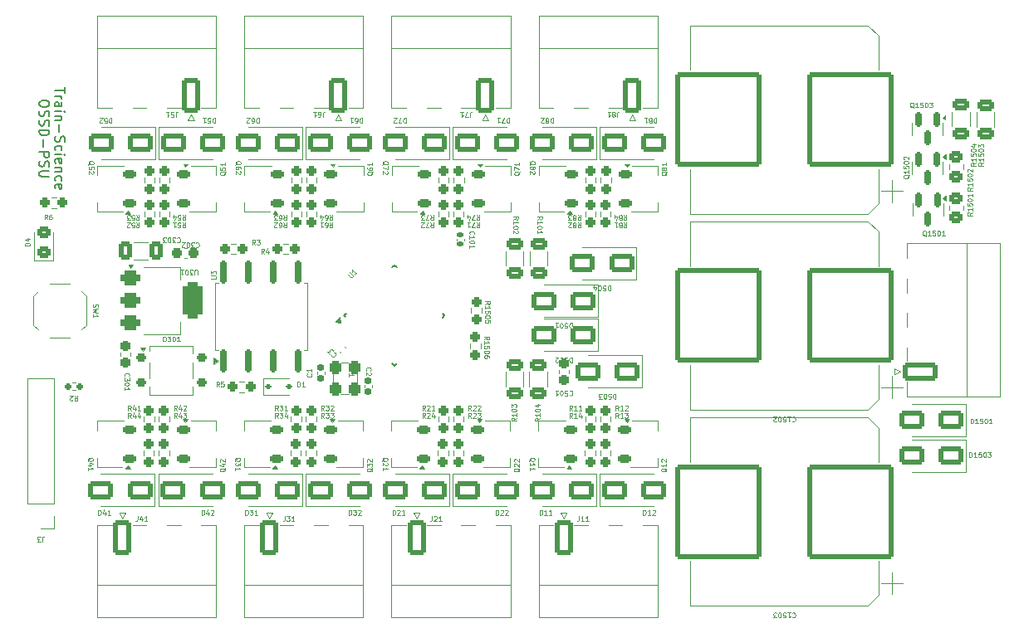
<source format=gbr>
%TF.GenerationSoftware,KiCad,Pcbnew,8.0.2*%
%TF.CreationDate,2024-10-12T15:12:06+02:00*%
%TF.ProjectId,OSSD-8A,4f535344-2d38-4412-9e6b-696361645f70,rev?*%
%TF.SameCoordinates,Original*%
%TF.FileFunction,Legend,Top*%
%TF.FilePolarity,Positive*%
%FSLAX46Y46*%
G04 Gerber Fmt 4.6, Leading zero omitted, Abs format (unit mm)*
G04 Created by KiCad (PCBNEW 8.0.2) date 2024-10-12 15:12:06*
%MOMM*%
%LPD*%
G01*
G04 APERTURE LIST*
G04 Aperture macros list*
%AMRoundRect*
0 Rectangle with rounded corners*
0 $1 Rounding radius*
0 $2 $3 $4 $5 $6 $7 $8 $9 X,Y pos of 4 corners*
0 Add a 4 corners polygon primitive as box body*
4,1,4,$2,$3,$4,$5,$6,$7,$8,$9,$2,$3,0*
0 Add four circle primitives for the rounded corners*
1,1,$1+$1,$2,$3*
1,1,$1+$1,$4,$5*
1,1,$1+$1,$6,$7*
1,1,$1+$1,$8,$9*
0 Add four rect primitives between the rounded corners*
20,1,$1+$1,$2,$3,$4,$5,0*
20,1,$1+$1,$4,$5,$6,$7,0*
20,1,$1+$1,$6,$7,$8,$9,0*
20,1,$1+$1,$8,$9,$2,$3,0*%
%AMRotRect*
0 Rectangle, with rotation*
0 The origin of the aperture is its center*
0 $1 length*
0 $2 width*
0 $3 Rotation angle, in degrees counterclockwise*
0 Add horizontal line*
21,1,$1,$2,0,0,$3*%
%AMFreePoly0*
4,1,9,3.862500,-0.866500,0.737500,-0.866500,0.737500,-0.450000,-0.737500,-0.450000,-0.737500,0.450000,0.737500,0.450000,0.737500,0.866500,3.862500,0.866500,3.862500,-0.866500,3.862500,-0.866500,$1*%
G04 Aperture macros list end*
%ADD10C,0.150000*%
%ADD11C,0.075000*%
%ADD12C,0.120000*%
%ADD13RoundRect,0.250000X0.450000X-0.325000X0.450000X0.325000X-0.450000X0.325000X-0.450000X-0.325000X0*%
%ADD14RoundRect,0.250000X-0.412500X-0.650000X0.412500X-0.650000X0.412500X0.650000X-0.412500X0.650000X0*%
%ADD15RoundRect,0.225000X0.425000X0.225000X-0.425000X0.225000X-0.425000X-0.225000X0.425000X-0.225000X0*%
%ADD16FreePoly0,180.000000*%
%ADD17RoundRect,0.237500X-0.237500X0.250000X-0.237500X-0.250000X0.237500X-0.250000X0.237500X0.250000X0*%
%ADD18RoundRect,0.250000X1.000000X0.650000X-1.000000X0.650000X-1.000000X-0.650000X1.000000X-0.650000X0*%
%ADD19RoundRect,0.237500X0.237500X-0.250000X0.237500X0.250000X-0.237500X0.250000X-0.237500X-0.250000X0*%
%ADD20RoundRect,0.250000X0.625000X-0.312500X0.625000X0.312500X-0.625000X0.312500X-0.625000X-0.312500X0*%
%ADD21RoundRect,0.249999X4.150001X4.550001X-4.150001X4.550001X-4.150001X-4.550001X4.150001X-4.550001X0*%
%ADD22RoundRect,0.225000X-0.425000X-0.225000X0.425000X-0.225000X0.425000X0.225000X-0.425000X0.225000X0*%
%ADD23FreePoly0,0.000000*%
%ADD24RoundRect,0.200000X-0.300000X-0.200000X0.300000X-0.200000X0.300000X0.200000X-0.300000X0.200000X0*%
%ADD25RoundRect,0.140000X0.219203X0.021213X0.021213X0.219203X-0.219203X-0.021213X-0.021213X-0.219203X0*%
%ADD26RoundRect,0.250000X-0.625000X0.312500X-0.625000X-0.312500X0.625000X-0.312500X0.625000X0.312500X0*%
%ADD27RotRect,1.600000X0.550000X45.000000*%
%ADD28RotRect,1.600000X0.550000X135.000000*%
%ADD29RoundRect,0.250000X0.650000X1.550000X-0.650000X1.550000X-0.650000X-1.550000X0.650000X-1.550000X0*%
%ADD30O,1.800000X3.600000*%
%ADD31RoundRect,0.250000X-1.000000X-0.650000X1.000000X-0.650000X1.000000X0.650000X-1.000000X0.650000X0*%
%ADD32RoundRect,0.237500X-0.237500X0.300000X-0.237500X-0.300000X0.237500X-0.300000X0.237500X0.300000X0*%
%ADD33RoundRect,0.237500X0.300000X0.237500X-0.300000X0.237500X-0.300000X-0.237500X0.300000X-0.237500X0*%
%ADD34R,1.700000X1.700000*%
%ADD35O,1.700000X1.700000*%
%ADD36RoundRect,0.300000X-0.300000X0.400000X-0.300000X-0.400000X0.300000X-0.400000X0.300000X0.400000X0*%
%ADD37C,3.200000*%
%ADD38RoundRect,0.155000X-0.155000X0.212500X-0.155000X-0.212500X0.155000X-0.212500X0.155000X0.212500X0*%
%ADD39RoundRect,0.237500X-0.250000X-0.237500X0.250000X-0.237500X0.250000X0.237500X-0.250000X0.237500X0*%
%ADD40RoundRect,0.250000X-0.650000X-1.550000X0.650000X-1.550000X0.650000X1.550000X-0.650000X1.550000X0*%
%ADD41R,1.100000X1.800000*%
%ADD42RoundRect,0.162500X0.162500X-1.012500X0.162500X1.012500X-0.162500X1.012500X-0.162500X-1.012500X0*%
%ADD43RoundRect,0.150000X-0.150000X0.587500X-0.150000X-0.587500X0.150000X-0.587500X0.150000X0.587500X0*%
%ADD44RoundRect,0.250000X1.550000X-0.650000X1.550000X0.650000X-1.550000X0.650000X-1.550000X-0.650000X0*%
%ADD45O,3.600000X1.800000*%
%ADD46RoundRect,0.112500X-0.187500X-0.112500X0.187500X-0.112500X0.187500X0.112500X-0.187500X0.112500X0*%
%ADD47RoundRect,0.140000X-0.170000X0.140000X-0.170000X-0.140000X0.170000X-0.140000X0.170000X0.140000X0*%
%ADD48RoundRect,0.237500X0.237500X-0.300000X0.237500X0.300000X-0.237500X0.300000X-0.237500X-0.300000X0*%
%ADD49RoundRect,0.160000X0.197500X0.160000X-0.197500X0.160000X-0.197500X-0.160000X0.197500X-0.160000X0*%
%ADD50RoundRect,0.155000X0.155000X-0.212500X0.155000X0.212500X-0.155000X0.212500X-0.155000X-0.212500X0*%
%ADD51RoundRect,0.250000X0.450000X-0.350000X0.450000X0.350000X-0.450000X0.350000X-0.450000X-0.350000X0*%
%ADD52RoundRect,0.375000X-0.625000X-0.375000X0.625000X-0.375000X0.625000X0.375000X-0.625000X0.375000X0*%
%ADD53RoundRect,0.500000X-0.500000X-1.400000X0.500000X-1.400000X0.500000X1.400000X-0.500000X1.400000X0*%
G04 APERTURE END LIST*
D10*
X92656124Y-24225905D02*
X92656124Y-24797333D01*
X91656124Y-24511619D02*
X92656124Y-24511619D01*
X91656124Y-25130667D02*
X92322791Y-25130667D01*
X92132315Y-25130667D02*
X92227553Y-25178286D01*
X92227553Y-25178286D02*
X92275172Y-25225905D01*
X92275172Y-25225905D02*
X92322791Y-25321143D01*
X92322791Y-25321143D02*
X92322791Y-25416381D01*
X91656124Y-26178286D02*
X92179934Y-26178286D01*
X92179934Y-26178286D02*
X92275172Y-26130667D01*
X92275172Y-26130667D02*
X92322791Y-26035429D01*
X92322791Y-26035429D02*
X92322791Y-25844953D01*
X92322791Y-25844953D02*
X92275172Y-25749715D01*
X91703744Y-26178286D02*
X91656124Y-26083048D01*
X91656124Y-26083048D02*
X91656124Y-25844953D01*
X91656124Y-25844953D02*
X91703744Y-25749715D01*
X91703744Y-25749715D02*
X91798982Y-25702096D01*
X91798982Y-25702096D02*
X91894220Y-25702096D01*
X91894220Y-25702096D02*
X91989458Y-25749715D01*
X91989458Y-25749715D02*
X92037077Y-25844953D01*
X92037077Y-25844953D02*
X92037077Y-26083048D01*
X92037077Y-26083048D02*
X92084696Y-26178286D01*
X91656124Y-26654477D02*
X92322791Y-26654477D01*
X92656124Y-26654477D02*
X92608505Y-26606858D01*
X92608505Y-26606858D02*
X92560886Y-26654477D01*
X92560886Y-26654477D02*
X92608505Y-26702096D01*
X92608505Y-26702096D02*
X92656124Y-26654477D01*
X92656124Y-26654477D02*
X92560886Y-26654477D01*
X92322791Y-27130667D02*
X91656124Y-27130667D01*
X92227553Y-27130667D02*
X92275172Y-27178286D01*
X92275172Y-27178286D02*
X92322791Y-27273524D01*
X92322791Y-27273524D02*
X92322791Y-27416381D01*
X92322791Y-27416381D02*
X92275172Y-27511619D01*
X92275172Y-27511619D02*
X92179934Y-27559238D01*
X92179934Y-27559238D02*
X91656124Y-27559238D01*
X92037077Y-28035429D02*
X92037077Y-28797334D01*
X91703744Y-29225905D02*
X91656124Y-29368762D01*
X91656124Y-29368762D02*
X91656124Y-29606857D01*
X91656124Y-29606857D02*
X91703744Y-29702095D01*
X91703744Y-29702095D02*
X91751363Y-29749714D01*
X91751363Y-29749714D02*
X91846601Y-29797333D01*
X91846601Y-29797333D02*
X91941839Y-29797333D01*
X91941839Y-29797333D02*
X92037077Y-29749714D01*
X92037077Y-29749714D02*
X92084696Y-29702095D01*
X92084696Y-29702095D02*
X92132315Y-29606857D01*
X92132315Y-29606857D02*
X92179934Y-29416381D01*
X92179934Y-29416381D02*
X92227553Y-29321143D01*
X92227553Y-29321143D02*
X92275172Y-29273524D01*
X92275172Y-29273524D02*
X92370410Y-29225905D01*
X92370410Y-29225905D02*
X92465648Y-29225905D01*
X92465648Y-29225905D02*
X92560886Y-29273524D01*
X92560886Y-29273524D02*
X92608505Y-29321143D01*
X92608505Y-29321143D02*
X92656124Y-29416381D01*
X92656124Y-29416381D02*
X92656124Y-29654476D01*
X92656124Y-29654476D02*
X92608505Y-29797333D01*
X91703744Y-30654476D02*
X91656124Y-30559238D01*
X91656124Y-30559238D02*
X91656124Y-30368762D01*
X91656124Y-30368762D02*
X91703744Y-30273524D01*
X91703744Y-30273524D02*
X91751363Y-30225905D01*
X91751363Y-30225905D02*
X91846601Y-30178286D01*
X91846601Y-30178286D02*
X92132315Y-30178286D01*
X92132315Y-30178286D02*
X92227553Y-30225905D01*
X92227553Y-30225905D02*
X92275172Y-30273524D01*
X92275172Y-30273524D02*
X92322791Y-30368762D01*
X92322791Y-30368762D02*
X92322791Y-30559238D01*
X92322791Y-30559238D02*
X92275172Y-30654476D01*
X91656124Y-31083048D02*
X92322791Y-31083048D01*
X92656124Y-31083048D02*
X92608505Y-31035429D01*
X92608505Y-31035429D02*
X92560886Y-31083048D01*
X92560886Y-31083048D02*
X92608505Y-31130667D01*
X92608505Y-31130667D02*
X92656124Y-31083048D01*
X92656124Y-31083048D02*
X92560886Y-31083048D01*
X91703744Y-31940190D02*
X91656124Y-31844952D01*
X91656124Y-31844952D02*
X91656124Y-31654476D01*
X91656124Y-31654476D02*
X91703744Y-31559238D01*
X91703744Y-31559238D02*
X91798982Y-31511619D01*
X91798982Y-31511619D02*
X92179934Y-31511619D01*
X92179934Y-31511619D02*
X92275172Y-31559238D01*
X92275172Y-31559238D02*
X92322791Y-31654476D01*
X92322791Y-31654476D02*
X92322791Y-31844952D01*
X92322791Y-31844952D02*
X92275172Y-31940190D01*
X92275172Y-31940190D02*
X92179934Y-31987809D01*
X92179934Y-31987809D02*
X92084696Y-31987809D01*
X92084696Y-31987809D02*
X91989458Y-31511619D01*
X92322791Y-32416381D02*
X91656124Y-32416381D01*
X92227553Y-32416381D02*
X92275172Y-32464000D01*
X92275172Y-32464000D02*
X92322791Y-32559238D01*
X92322791Y-32559238D02*
X92322791Y-32702095D01*
X92322791Y-32702095D02*
X92275172Y-32797333D01*
X92275172Y-32797333D02*
X92179934Y-32844952D01*
X92179934Y-32844952D02*
X91656124Y-32844952D01*
X91703744Y-33749714D02*
X91656124Y-33654476D01*
X91656124Y-33654476D02*
X91656124Y-33464000D01*
X91656124Y-33464000D02*
X91703744Y-33368762D01*
X91703744Y-33368762D02*
X91751363Y-33321143D01*
X91751363Y-33321143D02*
X91846601Y-33273524D01*
X91846601Y-33273524D02*
X92132315Y-33273524D01*
X92132315Y-33273524D02*
X92227553Y-33321143D01*
X92227553Y-33321143D02*
X92275172Y-33368762D01*
X92275172Y-33368762D02*
X92322791Y-33464000D01*
X92322791Y-33464000D02*
X92322791Y-33654476D01*
X92322791Y-33654476D02*
X92275172Y-33749714D01*
X91703744Y-34559238D02*
X91656124Y-34464000D01*
X91656124Y-34464000D02*
X91656124Y-34273524D01*
X91656124Y-34273524D02*
X91703744Y-34178286D01*
X91703744Y-34178286D02*
X91798982Y-34130667D01*
X91798982Y-34130667D02*
X92179934Y-34130667D01*
X92179934Y-34130667D02*
X92275172Y-34178286D01*
X92275172Y-34178286D02*
X92322791Y-34273524D01*
X92322791Y-34273524D02*
X92322791Y-34464000D01*
X92322791Y-34464000D02*
X92275172Y-34559238D01*
X92275172Y-34559238D02*
X92179934Y-34606857D01*
X92179934Y-34606857D02*
X92084696Y-34606857D01*
X92084696Y-34606857D02*
X91989458Y-34130667D01*
X91046180Y-25797333D02*
X91046180Y-25987809D01*
X91046180Y-25987809D02*
X90998561Y-26083047D01*
X90998561Y-26083047D02*
X90903323Y-26178285D01*
X90903323Y-26178285D02*
X90712847Y-26225904D01*
X90712847Y-26225904D02*
X90379514Y-26225904D01*
X90379514Y-26225904D02*
X90189038Y-26178285D01*
X90189038Y-26178285D02*
X90093800Y-26083047D01*
X90093800Y-26083047D02*
X90046180Y-25987809D01*
X90046180Y-25987809D02*
X90046180Y-25797333D01*
X90046180Y-25797333D02*
X90093800Y-25702095D01*
X90093800Y-25702095D02*
X90189038Y-25606857D01*
X90189038Y-25606857D02*
X90379514Y-25559238D01*
X90379514Y-25559238D02*
X90712847Y-25559238D01*
X90712847Y-25559238D02*
X90903323Y-25606857D01*
X90903323Y-25606857D02*
X90998561Y-25702095D01*
X90998561Y-25702095D02*
X91046180Y-25797333D01*
X90093800Y-26606857D02*
X90046180Y-26749714D01*
X90046180Y-26749714D02*
X90046180Y-26987809D01*
X90046180Y-26987809D02*
X90093800Y-27083047D01*
X90093800Y-27083047D02*
X90141419Y-27130666D01*
X90141419Y-27130666D02*
X90236657Y-27178285D01*
X90236657Y-27178285D02*
X90331895Y-27178285D01*
X90331895Y-27178285D02*
X90427133Y-27130666D01*
X90427133Y-27130666D02*
X90474752Y-27083047D01*
X90474752Y-27083047D02*
X90522371Y-26987809D01*
X90522371Y-26987809D02*
X90569990Y-26797333D01*
X90569990Y-26797333D02*
X90617609Y-26702095D01*
X90617609Y-26702095D02*
X90665228Y-26654476D01*
X90665228Y-26654476D02*
X90760466Y-26606857D01*
X90760466Y-26606857D02*
X90855704Y-26606857D01*
X90855704Y-26606857D02*
X90950942Y-26654476D01*
X90950942Y-26654476D02*
X90998561Y-26702095D01*
X90998561Y-26702095D02*
X91046180Y-26797333D01*
X91046180Y-26797333D02*
X91046180Y-27035428D01*
X91046180Y-27035428D02*
X90998561Y-27178285D01*
X90093800Y-27559238D02*
X90046180Y-27702095D01*
X90046180Y-27702095D02*
X90046180Y-27940190D01*
X90046180Y-27940190D02*
X90093800Y-28035428D01*
X90093800Y-28035428D02*
X90141419Y-28083047D01*
X90141419Y-28083047D02*
X90236657Y-28130666D01*
X90236657Y-28130666D02*
X90331895Y-28130666D01*
X90331895Y-28130666D02*
X90427133Y-28083047D01*
X90427133Y-28083047D02*
X90474752Y-28035428D01*
X90474752Y-28035428D02*
X90522371Y-27940190D01*
X90522371Y-27940190D02*
X90569990Y-27749714D01*
X90569990Y-27749714D02*
X90617609Y-27654476D01*
X90617609Y-27654476D02*
X90665228Y-27606857D01*
X90665228Y-27606857D02*
X90760466Y-27559238D01*
X90760466Y-27559238D02*
X90855704Y-27559238D01*
X90855704Y-27559238D02*
X90950942Y-27606857D01*
X90950942Y-27606857D02*
X90998561Y-27654476D01*
X90998561Y-27654476D02*
X91046180Y-27749714D01*
X91046180Y-27749714D02*
X91046180Y-27987809D01*
X91046180Y-27987809D02*
X90998561Y-28130666D01*
X90046180Y-28559238D02*
X91046180Y-28559238D01*
X91046180Y-28559238D02*
X91046180Y-28797333D01*
X91046180Y-28797333D02*
X90998561Y-28940190D01*
X90998561Y-28940190D02*
X90903323Y-29035428D01*
X90903323Y-29035428D02*
X90808085Y-29083047D01*
X90808085Y-29083047D02*
X90617609Y-29130666D01*
X90617609Y-29130666D02*
X90474752Y-29130666D01*
X90474752Y-29130666D02*
X90284276Y-29083047D01*
X90284276Y-29083047D02*
X90189038Y-29035428D01*
X90189038Y-29035428D02*
X90093800Y-28940190D01*
X90093800Y-28940190D02*
X90046180Y-28797333D01*
X90046180Y-28797333D02*
X90046180Y-28559238D01*
X90427133Y-29559238D02*
X90427133Y-30321143D01*
X90046180Y-30797333D02*
X91046180Y-30797333D01*
X91046180Y-30797333D02*
X91046180Y-31178285D01*
X91046180Y-31178285D02*
X90998561Y-31273523D01*
X90998561Y-31273523D02*
X90950942Y-31321142D01*
X90950942Y-31321142D02*
X90855704Y-31368761D01*
X90855704Y-31368761D02*
X90712847Y-31368761D01*
X90712847Y-31368761D02*
X90617609Y-31321142D01*
X90617609Y-31321142D02*
X90569990Y-31273523D01*
X90569990Y-31273523D02*
X90522371Y-31178285D01*
X90522371Y-31178285D02*
X90522371Y-30797333D01*
X90093800Y-31749714D02*
X90046180Y-31892571D01*
X90046180Y-31892571D02*
X90046180Y-32130666D01*
X90046180Y-32130666D02*
X90093800Y-32225904D01*
X90093800Y-32225904D02*
X90141419Y-32273523D01*
X90141419Y-32273523D02*
X90236657Y-32321142D01*
X90236657Y-32321142D02*
X90331895Y-32321142D01*
X90331895Y-32321142D02*
X90427133Y-32273523D01*
X90427133Y-32273523D02*
X90474752Y-32225904D01*
X90474752Y-32225904D02*
X90522371Y-32130666D01*
X90522371Y-32130666D02*
X90569990Y-31940190D01*
X90569990Y-31940190D02*
X90617609Y-31844952D01*
X90617609Y-31844952D02*
X90665228Y-31797333D01*
X90665228Y-31797333D02*
X90760466Y-31749714D01*
X90760466Y-31749714D02*
X90855704Y-31749714D01*
X90855704Y-31749714D02*
X90950942Y-31797333D01*
X90950942Y-31797333D02*
X90998561Y-31844952D01*
X90998561Y-31844952D02*
X91046180Y-31940190D01*
X91046180Y-31940190D02*
X91046180Y-32178285D01*
X91046180Y-32178285D02*
X90998561Y-32321142D01*
X91046180Y-32749714D02*
X90236657Y-32749714D01*
X90236657Y-32749714D02*
X90141419Y-32797333D01*
X90141419Y-32797333D02*
X90093800Y-32844952D01*
X90093800Y-32844952D02*
X90046180Y-32940190D01*
X90046180Y-32940190D02*
X90046180Y-33130666D01*
X90046180Y-33130666D02*
X90093800Y-33225904D01*
X90093800Y-33225904D02*
X90141419Y-33273523D01*
X90141419Y-33273523D02*
X90236657Y-33321142D01*
X90236657Y-33321142D02*
X91046180Y-33321142D01*
D11*
X89077409Y-40369047D02*
X88577409Y-40369047D01*
X88577409Y-40369047D02*
X88577409Y-40249999D01*
X88577409Y-40249999D02*
X88601219Y-40178571D01*
X88601219Y-40178571D02*
X88648838Y-40130952D01*
X88648838Y-40130952D02*
X88696457Y-40107142D01*
X88696457Y-40107142D02*
X88791695Y-40083333D01*
X88791695Y-40083333D02*
X88863123Y-40083333D01*
X88863123Y-40083333D02*
X88958361Y-40107142D01*
X88958361Y-40107142D02*
X89005980Y-40130952D01*
X89005980Y-40130952D02*
X89053600Y-40178571D01*
X89053600Y-40178571D02*
X89077409Y-40249999D01*
X89077409Y-40249999D02*
X89077409Y-40369047D01*
X88744076Y-39654761D02*
X89077409Y-39654761D01*
X88553600Y-39773809D02*
X88910742Y-39892856D01*
X88910742Y-39892856D02*
X88910742Y-39583333D01*
X104092523Y-39580209D02*
X104116332Y-39556400D01*
X104116332Y-39556400D02*
X104187761Y-39532590D01*
X104187761Y-39532590D02*
X104235380Y-39532590D01*
X104235380Y-39532590D02*
X104306808Y-39556400D01*
X104306808Y-39556400D02*
X104354427Y-39604019D01*
X104354427Y-39604019D02*
X104378237Y-39651638D01*
X104378237Y-39651638D02*
X104402046Y-39746876D01*
X104402046Y-39746876D02*
X104402046Y-39818304D01*
X104402046Y-39818304D02*
X104378237Y-39913542D01*
X104378237Y-39913542D02*
X104354427Y-39961161D01*
X104354427Y-39961161D02*
X104306808Y-40008780D01*
X104306808Y-40008780D02*
X104235380Y-40032590D01*
X104235380Y-40032590D02*
X104187761Y-40032590D01*
X104187761Y-40032590D02*
X104116332Y-40008780D01*
X104116332Y-40008780D02*
X104092523Y-39984971D01*
X103925856Y-40032590D02*
X103616332Y-40032590D01*
X103616332Y-40032590D02*
X103782999Y-39842114D01*
X103782999Y-39842114D02*
X103711570Y-39842114D01*
X103711570Y-39842114D02*
X103663951Y-39818304D01*
X103663951Y-39818304D02*
X103640142Y-39794495D01*
X103640142Y-39794495D02*
X103616332Y-39746876D01*
X103616332Y-39746876D02*
X103616332Y-39627828D01*
X103616332Y-39627828D02*
X103640142Y-39580209D01*
X103640142Y-39580209D02*
X103663951Y-39556400D01*
X103663951Y-39556400D02*
X103711570Y-39532590D01*
X103711570Y-39532590D02*
X103854427Y-39532590D01*
X103854427Y-39532590D02*
X103902046Y-39556400D01*
X103902046Y-39556400D02*
X103925856Y-39580209D01*
X103306809Y-40032590D02*
X103259190Y-40032590D01*
X103259190Y-40032590D02*
X103211571Y-40008780D01*
X103211571Y-40008780D02*
X103187761Y-39984971D01*
X103187761Y-39984971D02*
X103163952Y-39937352D01*
X103163952Y-39937352D02*
X103140142Y-39842114D01*
X103140142Y-39842114D02*
X103140142Y-39723066D01*
X103140142Y-39723066D02*
X103163952Y-39627828D01*
X103163952Y-39627828D02*
X103187761Y-39580209D01*
X103187761Y-39580209D02*
X103211571Y-39556400D01*
X103211571Y-39556400D02*
X103259190Y-39532590D01*
X103259190Y-39532590D02*
X103306809Y-39532590D01*
X103306809Y-39532590D02*
X103354428Y-39556400D01*
X103354428Y-39556400D02*
X103378237Y-39580209D01*
X103378237Y-39580209D02*
X103402047Y-39627828D01*
X103402047Y-39627828D02*
X103425856Y-39723066D01*
X103425856Y-39723066D02*
X103425856Y-39842114D01*
X103425856Y-39842114D02*
X103402047Y-39937352D01*
X103402047Y-39937352D02*
X103378237Y-39984971D01*
X103378237Y-39984971D02*
X103354428Y-40008780D01*
X103354428Y-40008780D02*
X103306809Y-40032590D01*
X102973476Y-40032590D02*
X102663952Y-40032590D01*
X102663952Y-40032590D02*
X102830619Y-39842114D01*
X102830619Y-39842114D02*
X102759190Y-39842114D01*
X102759190Y-39842114D02*
X102711571Y-39818304D01*
X102711571Y-39818304D02*
X102687762Y-39794495D01*
X102687762Y-39794495D02*
X102663952Y-39746876D01*
X102663952Y-39746876D02*
X102663952Y-39627828D01*
X102663952Y-39627828D02*
X102687762Y-39580209D01*
X102687762Y-39580209D02*
X102711571Y-39556400D01*
X102711571Y-39556400D02*
X102759190Y-39532590D01*
X102759190Y-39532590D02*
X102902047Y-39532590D01*
X102902047Y-39532590D02*
X102949666Y-39556400D01*
X102949666Y-39556400D02*
X102973476Y-39580209D01*
X94978971Y-62373785D02*
X95002780Y-62326166D01*
X95002780Y-62326166D02*
X95050400Y-62278547D01*
X95050400Y-62278547D02*
X95121828Y-62207119D01*
X95121828Y-62207119D02*
X95145638Y-62159500D01*
X95145638Y-62159500D02*
X95145638Y-62111881D01*
X95026590Y-62135690D02*
X95050400Y-62088071D01*
X95050400Y-62088071D02*
X95098019Y-62040452D01*
X95098019Y-62040452D02*
X95193257Y-62016643D01*
X95193257Y-62016643D02*
X95359923Y-62016643D01*
X95359923Y-62016643D02*
X95455161Y-62040452D01*
X95455161Y-62040452D02*
X95502780Y-62088071D01*
X95502780Y-62088071D02*
X95526590Y-62135690D01*
X95526590Y-62135690D02*
X95526590Y-62230928D01*
X95526590Y-62230928D02*
X95502780Y-62278547D01*
X95502780Y-62278547D02*
X95455161Y-62326166D01*
X95455161Y-62326166D02*
X95359923Y-62349976D01*
X95359923Y-62349976D02*
X95193257Y-62349976D01*
X95193257Y-62349976D02*
X95098019Y-62326166D01*
X95098019Y-62326166D02*
X95050400Y-62278547D01*
X95050400Y-62278547D02*
X95026590Y-62230928D01*
X95026590Y-62230928D02*
X95026590Y-62135690D01*
X95359923Y-62778548D02*
X95026590Y-62778548D01*
X95550400Y-62659500D02*
X95193257Y-62540453D01*
X95193257Y-62540453D02*
X95193257Y-62849976D01*
X95026590Y-63302357D02*
X95026590Y-63016643D01*
X95026590Y-63159500D02*
X95526590Y-63159500D01*
X95526590Y-63159500D02*
X95455161Y-63111881D01*
X95455161Y-63111881D02*
X95407542Y-63064262D01*
X95407542Y-63064262D02*
X95383733Y-63016643D01*
X99923428Y-37258590D02*
X100090094Y-37496685D01*
X100209142Y-37258590D02*
X100209142Y-37758590D01*
X100209142Y-37758590D02*
X100018666Y-37758590D01*
X100018666Y-37758590D02*
X99971047Y-37734780D01*
X99971047Y-37734780D02*
X99947237Y-37710971D01*
X99947237Y-37710971D02*
X99923428Y-37663352D01*
X99923428Y-37663352D02*
X99923428Y-37591923D01*
X99923428Y-37591923D02*
X99947237Y-37544304D01*
X99947237Y-37544304D02*
X99971047Y-37520495D01*
X99971047Y-37520495D02*
X100018666Y-37496685D01*
X100018666Y-37496685D02*
X100209142Y-37496685D01*
X99471047Y-37758590D02*
X99709142Y-37758590D01*
X99709142Y-37758590D02*
X99732951Y-37520495D01*
X99732951Y-37520495D02*
X99709142Y-37544304D01*
X99709142Y-37544304D02*
X99661523Y-37568114D01*
X99661523Y-37568114D02*
X99542475Y-37568114D01*
X99542475Y-37568114D02*
X99494856Y-37544304D01*
X99494856Y-37544304D02*
X99471047Y-37520495D01*
X99471047Y-37520495D02*
X99447237Y-37472876D01*
X99447237Y-37472876D02*
X99447237Y-37353828D01*
X99447237Y-37353828D02*
X99471047Y-37306209D01*
X99471047Y-37306209D02*
X99494856Y-37282400D01*
X99494856Y-37282400D02*
X99542475Y-37258590D01*
X99542475Y-37258590D02*
X99661523Y-37258590D01*
X99661523Y-37258590D02*
X99709142Y-37282400D01*
X99709142Y-37282400D02*
X99732951Y-37306209D01*
X99280571Y-37758590D02*
X98971047Y-37758590D01*
X98971047Y-37758590D02*
X99137714Y-37568114D01*
X99137714Y-37568114D02*
X99066285Y-37568114D01*
X99066285Y-37568114D02*
X99018666Y-37544304D01*
X99018666Y-37544304D02*
X98994857Y-37520495D01*
X98994857Y-37520495D02*
X98971047Y-37472876D01*
X98971047Y-37472876D02*
X98971047Y-37353828D01*
X98971047Y-37353828D02*
X98994857Y-37306209D01*
X98994857Y-37306209D02*
X99018666Y-37282400D01*
X99018666Y-37282400D02*
X99066285Y-37258590D01*
X99066285Y-37258590D02*
X99209142Y-37258590D01*
X99209142Y-37258590D02*
X99256761Y-37282400D01*
X99256761Y-37282400D02*
X99280571Y-37306209D01*
X184844667Y-61949409D02*
X184844667Y-61449409D01*
X184844667Y-61449409D02*
X184963715Y-61449409D01*
X184963715Y-61449409D02*
X185035143Y-61473219D01*
X185035143Y-61473219D02*
X185082762Y-61520838D01*
X185082762Y-61520838D02*
X185106572Y-61568457D01*
X185106572Y-61568457D02*
X185130381Y-61663695D01*
X185130381Y-61663695D02*
X185130381Y-61735123D01*
X185130381Y-61735123D02*
X185106572Y-61830361D01*
X185106572Y-61830361D02*
X185082762Y-61877980D01*
X185082762Y-61877980D02*
X185035143Y-61925600D01*
X185035143Y-61925600D02*
X184963715Y-61949409D01*
X184963715Y-61949409D02*
X184844667Y-61949409D01*
X185606572Y-61949409D02*
X185320858Y-61949409D01*
X185463715Y-61949409D02*
X185463715Y-61449409D01*
X185463715Y-61449409D02*
X185416096Y-61520838D01*
X185416096Y-61520838D02*
X185368477Y-61568457D01*
X185368477Y-61568457D02*
X185320858Y-61592266D01*
X186058952Y-61449409D02*
X185820857Y-61449409D01*
X185820857Y-61449409D02*
X185797048Y-61687504D01*
X185797048Y-61687504D02*
X185820857Y-61663695D01*
X185820857Y-61663695D02*
X185868476Y-61639885D01*
X185868476Y-61639885D02*
X185987524Y-61639885D01*
X185987524Y-61639885D02*
X186035143Y-61663695D01*
X186035143Y-61663695D02*
X186058952Y-61687504D01*
X186058952Y-61687504D02*
X186082762Y-61735123D01*
X186082762Y-61735123D02*
X186082762Y-61854171D01*
X186082762Y-61854171D02*
X186058952Y-61901790D01*
X186058952Y-61901790D02*
X186035143Y-61925600D01*
X186035143Y-61925600D02*
X185987524Y-61949409D01*
X185987524Y-61949409D02*
X185868476Y-61949409D01*
X185868476Y-61949409D02*
X185820857Y-61925600D01*
X185820857Y-61925600D02*
X185797048Y-61901790D01*
X186392285Y-61449409D02*
X186439904Y-61449409D01*
X186439904Y-61449409D02*
X186487523Y-61473219D01*
X186487523Y-61473219D02*
X186511333Y-61497028D01*
X186511333Y-61497028D02*
X186535142Y-61544647D01*
X186535142Y-61544647D02*
X186558952Y-61639885D01*
X186558952Y-61639885D02*
X186558952Y-61758933D01*
X186558952Y-61758933D02*
X186535142Y-61854171D01*
X186535142Y-61854171D02*
X186511333Y-61901790D01*
X186511333Y-61901790D02*
X186487523Y-61925600D01*
X186487523Y-61925600D02*
X186439904Y-61949409D01*
X186439904Y-61949409D02*
X186392285Y-61949409D01*
X186392285Y-61949409D02*
X186344666Y-61925600D01*
X186344666Y-61925600D02*
X186320857Y-61901790D01*
X186320857Y-61901790D02*
X186297047Y-61854171D01*
X186297047Y-61854171D02*
X186273238Y-61758933D01*
X186273238Y-61758933D02*
X186273238Y-61639885D01*
X186273238Y-61639885D02*
X186297047Y-61544647D01*
X186297047Y-61544647D02*
X186320857Y-61497028D01*
X186320857Y-61497028D02*
X186344666Y-61473219D01*
X186344666Y-61473219D02*
X186392285Y-61449409D01*
X186725618Y-61449409D02*
X187035142Y-61449409D01*
X187035142Y-61449409D02*
X186868475Y-61639885D01*
X186868475Y-61639885D02*
X186939904Y-61639885D01*
X186939904Y-61639885D02*
X186987523Y-61663695D01*
X186987523Y-61663695D02*
X187011332Y-61687504D01*
X187011332Y-61687504D02*
X187035142Y-61735123D01*
X187035142Y-61735123D02*
X187035142Y-61854171D01*
X187035142Y-61854171D02*
X187011332Y-61901790D01*
X187011332Y-61901790D02*
X186987523Y-61925600D01*
X186987523Y-61925600D02*
X186939904Y-61949409D01*
X186939904Y-61949409D02*
X186797047Y-61949409D01*
X186797047Y-61949409D02*
X186749428Y-61925600D01*
X186749428Y-61925600D02*
X186725618Y-61901790D01*
X104076571Y-57933909D02*
X103909905Y-57695814D01*
X103790857Y-57933909D02*
X103790857Y-57433909D01*
X103790857Y-57433909D02*
X103981333Y-57433909D01*
X103981333Y-57433909D02*
X104028952Y-57457719D01*
X104028952Y-57457719D02*
X104052762Y-57481528D01*
X104052762Y-57481528D02*
X104076571Y-57529147D01*
X104076571Y-57529147D02*
X104076571Y-57600576D01*
X104076571Y-57600576D02*
X104052762Y-57648195D01*
X104052762Y-57648195D02*
X104028952Y-57672004D01*
X104028952Y-57672004D02*
X103981333Y-57695814D01*
X103981333Y-57695814D02*
X103790857Y-57695814D01*
X104505143Y-57600576D02*
X104505143Y-57933909D01*
X104386095Y-57410100D02*
X104267048Y-57767242D01*
X104267048Y-57767242D02*
X104576571Y-57767242D01*
X104719428Y-57433909D02*
X105028952Y-57433909D01*
X105028952Y-57433909D02*
X104862285Y-57624385D01*
X104862285Y-57624385D02*
X104933714Y-57624385D01*
X104933714Y-57624385D02*
X104981333Y-57648195D01*
X104981333Y-57648195D02*
X105005142Y-57672004D01*
X105005142Y-57672004D02*
X105028952Y-57719623D01*
X105028952Y-57719623D02*
X105028952Y-57838671D01*
X105028952Y-57838671D02*
X105005142Y-57886290D01*
X105005142Y-57886290D02*
X104981333Y-57910100D01*
X104981333Y-57910100D02*
X104933714Y-57933909D01*
X104933714Y-57933909D02*
X104790857Y-57933909D01*
X104790857Y-57933909D02*
X104743238Y-57910100D01*
X104743238Y-57910100D02*
X104719428Y-57886290D01*
X129923428Y-37258590D02*
X130090094Y-37496685D01*
X130209142Y-37258590D02*
X130209142Y-37758590D01*
X130209142Y-37758590D02*
X130018666Y-37758590D01*
X130018666Y-37758590D02*
X129971047Y-37734780D01*
X129971047Y-37734780D02*
X129947237Y-37710971D01*
X129947237Y-37710971D02*
X129923428Y-37663352D01*
X129923428Y-37663352D02*
X129923428Y-37591923D01*
X129923428Y-37591923D02*
X129947237Y-37544304D01*
X129947237Y-37544304D02*
X129971047Y-37520495D01*
X129971047Y-37520495D02*
X130018666Y-37496685D01*
X130018666Y-37496685D02*
X130209142Y-37496685D01*
X129756761Y-37758590D02*
X129423428Y-37758590D01*
X129423428Y-37758590D02*
X129637713Y-37258590D01*
X129280571Y-37758590D02*
X128971047Y-37758590D01*
X128971047Y-37758590D02*
X129137714Y-37568114D01*
X129137714Y-37568114D02*
X129066285Y-37568114D01*
X129066285Y-37568114D02*
X129018666Y-37544304D01*
X129018666Y-37544304D02*
X128994857Y-37520495D01*
X128994857Y-37520495D02*
X128971047Y-37472876D01*
X128971047Y-37472876D02*
X128971047Y-37353828D01*
X128971047Y-37353828D02*
X128994857Y-37306209D01*
X128994857Y-37306209D02*
X129018666Y-37282400D01*
X129018666Y-37282400D02*
X129066285Y-37258590D01*
X129066285Y-37258590D02*
X129209142Y-37258590D01*
X129209142Y-37258590D02*
X129256761Y-37282400D01*
X129256761Y-37282400D02*
X129280571Y-37306209D01*
X149076571Y-57933909D02*
X148909905Y-57695814D01*
X148790857Y-57933909D02*
X148790857Y-57433909D01*
X148790857Y-57433909D02*
X148981333Y-57433909D01*
X148981333Y-57433909D02*
X149028952Y-57457719D01*
X149028952Y-57457719D02*
X149052762Y-57481528D01*
X149052762Y-57481528D02*
X149076571Y-57529147D01*
X149076571Y-57529147D02*
X149076571Y-57600576D01*
X149076571Y-57600576D02*
X149052762Y-57648195D01*
X149052762Y-57648195D02*
X149028952Y-57672004D01*
X149028952Y-57672004D02*
X148981333Y-57695814D01*
X148981333Y-57695814D02*
X148790857Y-57695814D01*
X149552762Y-57933909D02*
X149267048Y-57933909D01*
X149409905Y-57933909D02*
X149409905Y-57433909D01*
X149409905Y-57433909D02*
X149362286Y-57505338D01*
X149362286Y-57505338D02*
X149314667Y-57552957D01*
X149314667Y-57552957D02*
X149267048Y-57576766D01*
X149719428Y-57433909D02*
X150028952Y-57433909D01*
X150028952Y-57433909D02*
X149862285Y-57624385D01*
X149862285Y-57624385D02*
X149933714Y-57624385D01*
X149933714Y-57624385D02*
X149981333Y-57648195D01*
X149981333Y-57648195D02*
X150005142Y-57672004D01*
X150005142Y-57672004D02*
X150028952Y-57719623D01*
X150028952Y-57719623D02*
X150028952Y-57838671D01*
X150028952Y-57838671D02*
X150005142Y-57886290D01*
X150005142Y-57886290D02*
X149981333Y-57910100D01*
X149981333Y-57910100D02*
X149933714Y-57933909D01*
X149933714Y-57933909D02*
X149790857Y-57933909D01*
X149790857Y-57933909D02*
X149743238Y-57910100D01*
X149743238Y-57910100D02*
X149719428Y-57886290D01*
X138670409Y-57957523D02*
X138432314Y-58124189D01*
X138670409Y-58243237D02*
X138170409Y-58243237D01*
X138170409Y-58243237D02*
X138170409Y-58052761D01*
X138170409Y-58052761D02*
X138194219Y-58005142D01*
X138194219Y-58005142D02*
X138218028Y-57981332D01*
X138218028Y-57981332D02*
X138265647Y-57957523D01*
X138265647Y-57957523D02*
X138337076Y-57957523D01*
X138337076Y-57957523D02*
X138384695Y-57981332D01*
X138384695Y-57981332D02*
X138408504Y-58005142D01*
X138408504Y-58005142D02*
X138432314Y-58052761D01*
X138432314Y-58052761D02*
X138432314Y-58243237D01*
X138670409Y-57481332D02*
X138670409Y-57767046D01*
X138670409Y-57624189D02*
X138170409Y-57624189D01*
X138170409Y-57624189D02*
X138241838Y-57671808D01*
X138241838Y-57671808D02*
X138289457Y-57719427D01*
X138289457Y-57719427D02*
X138313266Y-57767046D01*
X138170409Y-57171809D02*
X138170409Y-57124190D01*
X138170409Y-57124190D02*
X138194219Y-57076571D01*
X138194219Y-57076571D02*
X138218028Y-57052761D01*
X138218028Y-57052761D02*
X138265647Y-57028952D01*
X138265647Y-57028952D02*
X138360885Y-57005142D01*
X138360885Y-57005142D02*
X138479933Y-57005142D01*
X138479933Y-57005142D02*
X138575171Y-57028952D01*
X138575171Y-57028952D02*
X138622790Y-57052761D01*
X138622790Y-57052761D02*
X138646600Y-57076571D01*
X138646600Y-57076571D02*
X138670409Y-57124190D01*
X138670409Y-57124190D02*
X138670409Y-57171809D01*
X138670409Y-57171809D02*
X138646600Y-57219428D01*
X138646600Y-57219428D02*
X138622790Y-57243237D01*
X138622790Y-57243237D02*
X138575171Y-57267047D01*
X138575171Y-57267047D02*
X138479933Y-57290856D01*
X138479933Y-57290856D02*
X138360885Y-57290856D01*
X138360885Y-57290856D02*
X138265647Y-57267047D01*
X138265647Y-57267047D02*
X138218028Y-57243237D01*
X138218028Y-57243237D02*
X138194219Y-57219428D01*
X138194219Y-57219428D02*
X138170409Y-57171809D01*
X138170409Y-56838476D02*
X138170409Y-56528952D01*
X138170409Y-56528952D02*
X138360885Y-56695619D01*
X138360885Y-56695619D02*
X138360885Y-56624190D01*
X138360885Y-56624190D02*
X138384695Y-56576571D01*
X138384695Y-56576571D02*
X138408504Y-56552762D01*
X138408504Y-56552762D02*
X138456123Y-56528952D01*
X138456123Y-56528952D02*
X138575171Y-56528952D01*
X138575171Y-56528952D02*
X138622790Y-56552762D01*
X138622790Y-56552762D02*
X138646600Y-56576571D01*
X138646600Y-56576571D02*
X138670409Y-56624190D01*
X138670409Y-56624190D02*
X138670409Y-56767047D01*
X138670409Y-56767047D02*
X138646600Y-56814666D01*
X138646600Y-56814666D02*
X138622790Y-56838476D01*
X141083409Y-57957523D02*
X140845314Y-58124189D01*
X141083409Y-58243237D02*
X140583409Y-58243237D01*
X140583409Y-58243237D02*
X140583409Y-58052761D01*
X140583409Y-58052761D02*
X140607219Y-58005142D01*
X140607219Y-58005142D02*
X140631028Y-57981332D01*
X140631028Y-57981332D02*
X140678647Y-57957523D01*
X140678647Y-57957523D02*
X140750076Y-57957523D01*
X140750076Y-57957523D02*
X140797695Y-57981332D01*
X140797695Y-57981332D02*
X140821504Y-58005142D01*
X140821504Y-58005142D02*
X140845314Y-58052761D01*
X140845314Y-58052761D02*
X140845314Y-58243237D01*
X141083409Y-57481332D02*
X141083409Y-57767046D01*
X141083409Y-57624189D02*
X140583409Y-57624189D01*
X140583409Y-57624189D02*
X140654838Y-57671808D01*
X140654838Y-57671808D02*
X140702457Y-57719427D01*
X140702457Y-57719427D02*
X140726266Y-57767046D01*
X140583409Y-57171809D02*
X140583409Y-57124190D01*
X140583409Y-57124190D02*
X140607219Y-57076571D01*
X140607219Y-57076571D02*
X140631028Y-57052761D01*
X140631028Y-57052761D02*
X140678647Y-57028952D01*
X140678647Y-57028952D02*
X140773885Y-57005142D01*
X140773885Y-57005142D02*
X140892933Y-57005142D01*
X140892933Y-57005142D02*
X140988171Y-57028952D01*
X140988171Y-57028952D02*
X141035790Y-57052761D01*
X141035790Y-57052761D02*
X141059600Y-57076571D01*
X141059600Y-57076571D02*
X141083409Y-57124190D01*
X141083409Y-57124190D02*
X141083409Y-57171809D01*
X141083409Y-57171809D02*
X141059600Y-57219428D01*
X141059600Y-57219428D02*
X141035790Y-57243237D01*
X141035790Y-57243237D02*
X140988171Y-57267047D01*
X140988171Y-57267047D02*
X140892933Y-57290856D01*
X140892933Y-57290856D02*
X140773885Y-57290856D01*
X140773885Y-57290856D02*
X140678647Y-57267047D01*
X140678647Y-57267047D02*
X140631028Y-57243237D01*
X140631028Y-57243237D02*
X140607219Y-57219428D01*
X140607219Y-57219428D02*
X140583409Y-57171809D01*
X140750076Y-56576571D02*
X141083409Y-56576571D01*
X140559600Y-56695619D02*
X140916742Y-56814666D01*
X140916742Y-56814666D02*
X140916742Y-56505143D01*
X166797618Y-57870209D02*
X166821427Y-57846400D01*
X166821427Y-57846400D02*
X166892856Y-57822590D01*
X166892856Y-57822590D02*
X166940475Y-57822590D01*
X166940475Y-57822590D02*
X167011903Y-57846400D01*
X167011903Y-57846400D02*
X167059522Y-57894019D01*
X167059522Y-57894019D02*
X167083332Y-57941638D01*
X167083332Y-57941638D02*
X167107141Y-58036876D01*
X167107141Y-58036876D02*
X167107141Y-58108304D01*
X167107141Y-58108304D02*
X167083332Y-58203542D01*
X167083332Y-58203542D02*
X167059522Y-58251161D01*
X167059522Y-58251161D02*
X167011903Y-58298780D01*
X167011903Y-58298780D02*
X166940475Y-58322590D01*
X166940475Y-58322590D02*
X166892856Y-58322590D01*
X166892856Y-58322590D02*
X166821427Y-58298780D01*
X166821427Y-58298780D02*
X166797618Y-58274971D01*
X166321427Y-57822590D02*
X166607141Y-57822590D01*
X166464284Y-57822590D02*
X166464284Y-58322590D01*
X166464284Y-58322590D02*
X166511903Y-58251161D01*
X166511903Y-58251161D02*
X166559522Y-58203542D01*
X166559522Y-58203542D02*
X166607141Y-58179733D01*
X165869047Y-58322590D02*
X166107142Y-58322590D01*
X166107142Y-58322590D02*
X166130951Y-58084495D01*
X166130951Y-58084495D02*
X166107142Y-58108304D01*
X166107142Y-58108304D02*
X166059523Y-58132114D01*
X166059523Y-58132114D02*
X165940475Y-58132114D01*
X165940475Y-58132114D02*
X165892856Y-58108304D01*
X165892856Y-58108304D02*
X165869047Y-58084495D01*
X165869047Y-58084495D02*
X165845237Y-58036876D01*
X165845237Y-58036876D02*
X165845237Y-57917828D01*
X165845237Y-57917828D02*
X165869047Y-57870209D01*
X165869047Y-57870209D02*
X165892856Y-57846400D01*
X165892856Y-57846400D02*
X165940475Y-57822590D01*
X165940475Y-57822590D02*
X166059523Y-57822590D01*
X166059523Y-57822590D02*
X166107142Y-57846400D01*
X166107142Y-57846400D02*
X166130951Y-57870209D01*
X165535714Y-58322590D02*
X165488095Y-58322590D01*
X165488095Y-58322590D02*
X165440476Y-58298780D01*
X165440476Y-58298780D02*
X165416666Y-58274971D01*
X165416666Y-58274971D02*
X165392857Y-58227352D01*
X165392857Y-58227352D02*
X165369047Y-58132114D01*
X165369047Y-58132114D02*
X165369047Y-58013066D01*
X165369047Y-58013066D02*
X165392857Y-57917828D01*
X165392857Y-57917828D02*
X165416666Y-57870209D01*
X165416666Y-57870209D02*
X165440476Y-57846400D01*
X165440476Y-57846400D02*
X165488095Y-57822590D01*
X165488095Y-57822590D02*
X165535714Y-57822590D01*
X165535714Y-57822590D02*
X165583333Y-57846400D01*
X165583333Y-57846400D02*
X165607142Y-57870209D01*
X165607142Y-57870209D02*
X165630952Y-57917828D01*
X165630952Y-57917828D02*
X165654761Y-58013066D01*
X165654761Y-58013066D02*
X165654761Y-58132114D01*
X165654761Y-58132114D02*
X165630952Y-58227352D01*
X165630952Y-58227352D02*
X165607142Y-58274971D01*
X165607142Y-58274971D02*
X165583333Y-58298780D01*
X165583333Y-58298780D02*
X165535714Y-58322590D01*
X165178571Y-58274971D02*
X165154762Y-58298780D01*
X165154762Y-58298780D02*
X165107143Y-58322590D01*
X165107143Y-58322590D02*
X164988095Y-58322590D01*
X164988095Y-58322590D02*
X164940476Y-58298780D01*
X164940476Y-58298780D02*
X164916667Y-58274971D01*
X164916667Y-58274971D02*
X164892857Y-58227352D01*
X164892857Y-58227352D02*
X164892857Y-58179733D01*
X164892857Y-58179733D02*
X164916667Y-58108304D01*
X164916667Y-58108304D02*
X165202381Y-57822590D01*
X165202381Y-57822590D02*
X164892857Y-57822590D01*
X138991028Y-63072214D02*
X138967219Y-63119833D01*
X138967219Y-63119833D02*
X138919600Y-63167452D01*
X138919600Y-63167452D02*
X138848171Y-63238880D01*
X138848171Y-63238880D02*
X138824361Y-63286499D01*
X138824361Y-63286499D02*
X138824361Y-63334118D01*
X138943409Y-63310309D02*
X138919600Y-63357928D01*
X138919600Y-63357928D02*
X138871980Y-63405547D01*
X138871980Y-63405547D02*
X138776742Y-63429356D01*
X138776742Y-63429356D02*
X138610076Y-63429356D01*
X138610076Y-63429356D02*
X138514838Y-63405547D01*
X138514838Y-63405547D02*
X138467219Y-63357928D01*
X138467219Y-63357928D02*
X138443409Y-63310309D01*
X138443409Y-63310309D02*
X138443409Y-63215071D01*
X138443409Y-63215071D02*
X138467219Y-63167452D01*
X138467219Y-63167452D02*
X138514838Y-63119833D01*
X138514838Y-63119833D02*
X138610076Y-63096023D01*
X138610076Y-63096023D02*
X138776742Y-63096023D01*
X138776742Y-63096023D02*
X138871980Y-63119833D01*
X138871980Y-63119833D02*
X138919600Y-63167452D01*
X138919600Y-63167452D02*
X138943409Y-63215071D01*
X138943409Y-63215071D02*
X138943409Y-63310309D01*
X138491028Y-62905546D02*
X138467219Y-62881737D01*
X138467219Y-62881737D02*
X138443409Y-62834118D01*
X138443409Y-62834118D02*
X138443409Y-62715070D01*
X138443409Y-62715070D02*
X138467219Y-62667451D01*
X138467219Y-62667451D02*
X138491028Y-62643642D01*
X138491028Y-62643642D02*
X138538647Y-62619832D01*
X138538647Y-62619832D02*
X138586266Y-62619832D01*
X138586266Y-62619832D02*
X138657695Y-62643642D01*
X138657695Y-62643642D02*
X138943409Y-62929356D01*
X138943409Y-62929356D02*
X138943409Y-62619832D01*
X138491028Y-62429356D02*
X138467219Y-62405547D01*
X138467219Y-62405547D02*
X138443409Y-62357928D01*
X138443409Y-62357928D02*
X138443409Y-62238880D01*
X138443409Y-62238880D02*
X138467219Y-62191261D01*
X138467219Y-62191261D02*
X138491028Y-62167452D01*
X138491028Y-62167452D02*
X138538647Y-62143642D01*
X138538647Y-62143642D02*
X138586266Y-62143642D01*
X138586266Y-62143642D02*
X138657695Y-62167452D01*
X138657695Y-62167452D02*
X138943409Y-62453166D01*
X138943409Y-62453166D02*
X138943409Y-62143642D01*
X102659762Y-50138409D02*
X102659762Y-49638409D01*
X102659762Y-49638409D02*
X102778810Y-49638409D01*
X102778810Y-49638409D02*
X102850238Y-49662219D01*
X102850238Y-49662219D02*
X102897857Y-49709838D01*
X102897857Y-49709838D02*
X102921667Y-49757457D01*
X102921667Y-49757457D02*
X102945476Y-49852695D01*
X102945476Y-49852695D02*
X102945476Y-49924123D01*
X102945476Y-49924123D02*
X102921667Y-50019361D01*
X102921667Y-50019361D02*
X102897857Y-50066980D01*
X102897857Y-50066980D02*
X102850238Y-50114600D01*
X102850238Y-50114600D02*
X102778810Y-50138409D01*
X102778810Y-50138409D02*
X102659762Y-50138409D01*
X103112143Y-49638409D02*
X103421667Y-49638409D01*
X103421667Y-49638409D02*
X103255000Y-49828885D01*
X103255000Y-49828885D02*
X103326429Y-49828885D01*
X103326429Y-49828885D02*
X103374048Y-49852695D01*
X103374048Y-49852695D02*
X103397857Y-49876504D01*
X103397857Y-49876504D02*
X103421667Y-49924123D01*
X103421667Y-49924123D02*
X103421667Y-50043171D01*
X103421667Y-50043171D02*
X103397857Y-50090790D01*
X103397857Y-50090790D02*
X103374048Y-50114600D01*
X103374048Y-50114600D02*
X103326429Y-50138409D01*
X103326429Y-50138409D02*
X103183572Y-50138409D01*
X103183572Y-50138409D02*
X103135953Y-50114600D01*
X103135953Y-50114600D02*
X103112143Y-50090790D01*
X103731190Y-49638409D02*
X103778809Y-49638409D01*
X103778809Y-49638409D02*
X103826428Y-49662219D01*
X103826428Y-49662219D02*
X103850238Y-49686028D01*
X103850238Y-49686028D02*
X103874047Y-49733647D01*
X103874047Y-49733647D02*
X103897857Y-49828885D01*
X103897857Y-49828885D02*
X103897857Y-49947933D01*
X103897857Y-49947933D02*
X103874047Y-50043171D01*
X103874047Y-50043171D02*
X103850238Y-50090790D01*
X103850238Y-50090790D02*
X103826428Y-50114600D01*
X103826428Y-50114600D02*
X103778809Y-50138409D01*
X103778809Y-50138409D02*
X103731190Y-50138409D01*
X103731190Y-50138409D02*
X103683571Y-50114600D01*
X103683571Y-50114600D02*
X103659762Y-50090790D01*
X103659762Y-50090790D02*
X103635952Y-50043171D01*
X103635952Y-50043171D02*
X103612143Y-49947933D01*
X103612143Y-49947933D02*
X103612143Y-49828885D01*
X103612143Y-49828885D02*
X103635952Y-49733647D01*
X103635952Y-49733647D02*
X103659762Y-49686028D01*
X103659762Y-49686028D02*
X103683571Y-49662219D01*
X103683571Y-49662219D02*
X103731190Y-49638409D01*
X104374047Y-50138409D02*
X104088333Y-50138409D01*
X104231190Y-50138409D02*
X104231190Y-49638409D01*
X104231190Y-49638409D02*
X104183571Y-49709838D01*
X104183571Y-49709838D02*
X104135952Y-49757457D01*
X104135952Y-49757457D02*
X104088333Y-49781266D01*
X129923428Y-38020590D02*
X130090094Y-38258685D01*
X130209142Y-38020590D02*
X130209142Y-38520590D01*
X130209142Y-38520590D02*
X130018666Y-38520590D01*
X130018666Y-38520590D02*
X129971047Y-38496780D01*
X129971047Y-38496780D02*
X129947237Y-38472971D01*
X129947237Y-38472971D02*
X129923428Y-38425352D01*
X129923428Y-38425352D02*
X129923428Y-38353923D01*
X129923428Y-38353923D02*
X129947237Y-38306304D01*
X129947237Y-38306304D02*
X129971047Y-38282495D01*
X129971047Y-38282495D02*
X130018666Y-38258685D01*
X130018666Y-38258685D02*
X130209142Y-38258685D01*
X129756761Y-38520590D02*
X129423428Y-38520590D01*
X129423428Y-38520590D02*
X129637713Y-38020590D01*
X129256761Y-38472971D02*
X129232952Y-38496780D01*
X129232952Y-38496780D02*
X129185333Y-38520590D01*
X129185333Y-38520590D02*
X129066285Y-38520590D01*
X129066285Y-38520590D02*
X129018666Y-38496780D01*
X129018666Y-38496780D02*
X128994857Y-38472971D01*
X128994857Y-38472971D02*
X128971047Y-38425352D01*
X128971047Y-38425352D02*
X128971047Y-38377733D01*
X128971047Y-38377733D02*
X128994857Y-38306304D01*
X128994857Y-38306304D02*
X129280571Y-38020590D01*
X129280571Y-38020590D02*
X128971047Y-38020590D01*
X120074417Y-51253841D02*
X120108089Y-51253841D01*
X120108089Y-51253841D02*
X120175432Y-51287513D01*
X120175432Y-51287513D02*
X120209104Y-51321184D01*
X120209104Y-51321184D02*
X120242776Y-51388528D01*
X120242776Y-51388528D02*
X120242776Y-51455871D01*
X120242776Y-51455871D02*
X120225940Y-51506379D01*
X120225940Y-51506379D02*
X120175432Y-51590558D01*
X120175432Y-51590558D02*
X120124925Y-51641066D01*
X120124925Y-51641066D02*
X120040745Y-51691574D01*
X120040745Y-51691574D02*
X119990238Y-51708409D01*
X119990238Y-51708409D02*
X119922894Y-51708409D01*
X119922894Y-51708409D02*
X119855551Y-51674738D01*
X119855551Y-51674738D02*
X119821879Y-51641066D01*
X119821879Y-51641066D02*
X119788207Y-51573722D01*
X119788207Y-51573722D02*
X119788207Y-51540051D01*
X119636684Y-51455871D02*
X119417818Y-51237005D01*
X119417818Y-51237005D02*
X119670356Y-51220169D01*
X119670356Y-51220169D02*
X119619848Y-51169661D01*
X119619848Y-51169661D02*
X119603012Y-51119154D01*
X119603012Y-51119154D02*
X119603012Y-51085482D01*
X119603012Y-51085482D02*
X119619848Y-51034974D01*
X119619848Y-51034974D02*
X119704028Y-50950795D01*
X119704028Y-50950795D02*
X119754535Y-50933959D01*
X119754535Y-50933959D02*
X119788207Y-50933959D01*
X119788207Y-50933959D02*
X119838715Y-50950795D01*
X119838715Y-50950795D02*
X119939730Y-51051810D01*
X119939730Y-51051810D02*
X119956566Y-51102318D01*
X119956566Y-51102318D02*
X119956566Y-51135990D01*
X141043857Y-67839909D02*
X141043857Y-67339909D01*
X141043857Y-67339909D02*
X141162905Y-67339909D01*
X141162905Y-67339909D02*
X141234333Y-67363719D01*
X141234333Y-67363719D02*
X141281952Y-67411338D01*
X141281952Y-67411338D02*
X141305762Y-67458957D01*
X141305762Y-67458957D02*
X141329571Y-67554195D01*
X141329571Y-67554195D02*
X141329571Y-67625623D01*
X141329571Y-67625623D02*
X141305762Y-67720861D01*
X141305762Y-67720861D02*
X141281952Y-67768480D01*
X141281952Y-67768480D02*
X141234333Y-67816100D01*
X141234333Y-67816100D02*
X141162905Y-67839909D01*
X141162905Y-67839909D02*
X141043857Y-67839909D01*
X141805762Y-67839909D02*
X141520048Y-67839909D01*
X141662905Y-67839909D02*
X141662905Y-67339909D01*
X141662905Y-67339909D02*
X141615286Y-67411338D01*
X141615286Y-67411338D02*
X141567667Y-67458957D01*
X141567667Y-67458957D02*
X141520048Y-67482766D01*
X142281952Y-67839909D02*
X141996238Y-67839909D01*
X142139095Y-67839909D02*
X142139095Y-67339909D01*
X142139095Y-67339909D02*
X142091476Y-67411338D01*
X142091476Y-67411338D02*
X142043857Y-67458957D01*
X142043857Y-67458957D02*
X141996238Y-67482766D01*
X140776590Y-37698476D02*
X141014685Y-37531810D01*
X140776590Y-37412762D02*
X141276590Y-37412762D01*
X141276590Y-37412762D02*
X141276590Y-37603238D01*
X141276590Y-37603238D02*
X141252780Y-37650857D01*
X141252780Y-37650857D02*
X141228971Y-37674667D01*
X141228971Y-37674667D02*
X141181352Y-37698476D01*
X141181352Y-37698476D02*
X141109923Y-37698476D01*
X141109923Y-37698476D02*
X141062304Y-37674667D01*
X141062304Y-37674667D02*
X141038495Y-37650857D01*
X141038495Y-37650857D02*
X141014685Y-37603238D01*
X141014685Y-37603238D02*
X141014685Y-37412762D01*
X140776590Y-38174667D02*
X140776590Y-37888953D01*
X140776590Y-38031810D02*
X141276590Y-38031810D01*
X141276590Y-38031810D02*
X141205161Y-37984191D01*
X141205161Y-37984191D02*
X141157542Y-37936572D01*
X141157542Y-37936572D02*
X141133733Y-37888953D01*
X141276590Y-38484190D02*
X141276590Y-38531809D01*
X141276590Y-38531809D02*
X141252780Y-38579428D01*
X141252780Y-38579428D02*
X141228971Y-38603238D01*
X141228971Y-38603238D02*
X141181352Y-38627047D01*
X141181352Y-38627047D02*
X141086114Y-38650857D01*
X141086114Y-38650857D02*
X140967066Y-38650857D01*
X140967066Y-38650857D02*
X140871828Y-38627047D01*
X140871828Y-38627047D02*
X140824209Y-38603238D01*
X140824209Y-38603238D02*
X140800400Y-38579428D01*
X140800400Y-38579428D02*
X140776590Y-38531809D01*
X140776590Y-38531809D02*
X140776590Y-38484190D01*
X140776590Y-38484190D02*
X140800400Y-38436571D01*
X140800400Y-38436571D02*
X140824209Y-38412762D01*
X140824209Y-38412762D02*
X140871828Y-38388952D01*
X140871828Y-38388952D02*
X140967066Y-38365143D01*
X140967066Y-38365143D02*
X141086114Y-38365143D01*
X141086114Y-38365143D02*
X141181352Y-38388952D01*
X141181352Y-38388952D02*
X141228971Y-38412762D01*
X141228971Y-38412762D02*
X141252780Y-38436571D01*
X141252780Y-38436571D02*
X141276590Y-38484190D01*
X140776590Y-39127047D02*
X140776590Y-38841333D01*
X140776590Y-38984190D02*
X141276590Y-38984190D01*
X141276590Y-38984190D02*
X141205161Y-38936571D01*
X141205161Y-38936571D02*
X141157542Y-38888952D01*
X141157542Y-38888952D02*
X141133733Y-38841333D01*
X144377571Y-57933909D02*
X144210905Y-57695814D01*
X144091857Y-57933909D02*
X144091857Y-57433909D01*
X144091857Y-57433909D02*
X144282333Y-57433909D01*
X144282333Y-57433909D02*
X144329952Y-57457719D01*
X144329952Y-57457719D02*
X144353762Y-57481528D01*
X144353762Y-57481528D02*
X144377571Y-57529147D01*
X144377571Y-57529147D02*
X144377571Y-57600576D01*
X144377571Y-57600576D02*
X144353762Y-57648195D01*
X144353762Y-57648195D02*
X144329952Y-57672004D01*
X144329952Y-57672004D02*
X144282333Y-57695814D01*
X144282333Y-57695814D02*
X144091857Y-57695814D01*
X144853762Y-57933909D02*
X144568048Y-57933909D01*
X144710905Y-57933909D02*
X144710905Y-57433909D01*
X144710905Y-57433909D02*
X144663286Y-57505338D01*
X144663286Y-57505338D02*
X144615667Y-57552957D01*
X144615667Y-57552957D02*
X144568048Y-57576766D01*
X145282333Y-57600576D02*
X145282333Y-57933909D01*
X145163285Y-57410100D02*
X145044238Y-57767242D01*
X145044238Y-57767242D02*
X145353761Y-57767242D01*
X154021028Y-32818714D02*
X153997219Y-32866333D01*
X153997219Y-32866333D02*
X153949600Y-32913952D01*
X153949600Y-32913952D02*
X153878171Y-32985380D01*
X153878171Y-32985380D02*
X153854361Y-33032999D01*
X153854361Y-33032999D02*
X153854361Y-33080618D01*
X153973409Y-33056809D02*
X153949600Y-33104428D01*
X153949600Y-33104428D02*
X153901980Y-33152047D01*
X153901980Y-33152047D02*
X153806742Y-33175856D01*
X153806742Y-33175856D02*
X153640076Y-33175856D01*
X153640076Y-33175856D02*
X153544838Y-33152047D01*
X153544838Y-33152047D02*
X153497219Y-33104428D01*
X153497219Y-33104428D02*
X153473409Y-33056809D01*
X153473409Y-33056809D02*
X153473409Y-32961571D01*
X153473409Y-32961571D02*
X153497219Y-32913952D01*
X153497219Y-32913952D02*
X153544838Y-32866333D01*
X153544838Y-32866333D02*
X153640076Y-32842523D01*
X153640076Y-32842523D02*
X153806742Y-32842523D01*
X153806742Y-32842523D02*
X153901980Y-32866333D01*
X153901980Y-32866333D02*
X153949600Y-32913952D01*
X153949600Y-32913952D02*
X153973409Y-32961571D01*
X153973409Y-32961571D02*
X153973409Y-33056809D01*
X153687695Y-32556808D02*
X153663885Y-32604427D01*
X153663885Y-32604427D02*
X153640076Y-32628237D01*
X153640076Y-32628237D02*
X153592457Y-32652046D01*
X153592457Y-32652046D02*
X153568647Y-32652046D01*
X153568647Y-32652046D02*
X153521028Y-32628237D01*
X153521028Y-32628237D02*
X153497219Y-32604427D01*
X153497219Y-32604427D02*
X153473409Y-32556808D01*
X153473409Y-32556808D02*
X153473409Y-32461570D01*
X153473409Y-32461570D02*
X153497219Y-32413951D01*
X153497219Y-32413951D02*
X153521028Y-32390142D01*
X153521028Y-32390142D02*
X153568647Y-32366332D01*
X153568647Y-32366332D02*
X153592457Y-32366332D01*
X153592457Y-32366332D02*
X153640076Y-32390142D01*
X153640076Y-32390142D02*
X153663885Y-32413951D01*
X153663885Y-32413951D02*
X153687695Y-32461570D01*
X153687695Y-32461570D02*
X153687695Y-32556808D01*
X153687695Y-32556808D02*
X153711504Y-32604427D01*
X153711504Y-32604427D02*
X153735314Y-32628237D01*
X153735314Y-32628237D02*
X153782933Y-32652046D01*
X153782933Y-32652046D02*
X153878171Y-32652046D01*
X153878171Y-32652046D02*
X153925790Y-32628237D01*
X153925790Y-32628237D02*
X153949600Y-32604427D01*
X153949600Y-32604427D02*
X153973409Y-32556808D01*
X153973409Y-32556808D02*
X153973409Y-32461570D01*
X153973409Y-32461570D02*
X153949600Y-32413951D01*
X153949600Y-32413951D02*
X153925790Y-32390142D01*
X153925790Y-32390142D02*
X153878171Y-32366332D01*
X153878171Y-32366332D02*
X153782933Y-32366332D01*
X153782933Y-32366332D02*
X153735314Y-32390142D01*
X153735314Y-32390142D02*
X153711504Y-32413951D01*
X153711504Y-32413951D02*
X153687695Y-32461570D01*
X153973409Y-31890142D02*
X153973409Y-32175856D01*
X153973409Y-32032999D02*
X153473409Y-32032999D01*
X153473409Y-32032999D02*
X153544838Y-32080618D01*
X153544838Y-32080618D02*
X153592457Y-32128237D01*
X153592457Y-32128237D02*
X153616266Y-32175856D01*
X114923428Y-38020590D02*
X115090094Y-38258685D01*
X115209142Y-38020590D02*
X115209142Y-38520590D01*
X115209142Y-38520590D02*
X115018666Y-38520590D01*
X115018666Y-38520590D02*
X114971047Y-38496780D01*
X114971047Y-38496780D02*
X114947237Y-38472971D01*
X114947237Y-38472971D02*
X114923428Y-38425352D01*
X114923428Y-38425352D02*
X114923428Y-38353923D01*
X114923428Y-38353923D02*
X114947237Y-38306304D01*
X114947237Y-38306304D02*
X114971047Y-38282495D01*
X114971047Y-38282495D02*
X115018666Y-38258685D01*
X115018666Y-38258685D02*
X115209142Y-38258685D01*
X114494856Y-38520590D02*
X114590094Y-38520590D01*
X114590094Y-38520590D02*
X114637713Y-38496780D01*
X114637713Y-38496780D02*
X114661523Y-38472971D01*
X114661523Y-38472971D02*
X114709142Y-38401542D01*
X114709142Y-38401542D02*
X114732951Y-38306304D01*
X114732951Y-38306304D02*
X114732951Y-38115828D01*
X114732951Y-38115828D02*
X114709142Y-38068209D01*
X114709142Y-38068209D02*
X114685332Y-38044400D01*
X114685332Y-38044400D02*
X114637713Y-38020590D01*
X114637713Y-38020590D02*
X114542475Y-38020590D01*
X114542475Y-38020590D02*
X114494856Y-38044400D01*
X114494856Y-38044400D02*
X114471047Y-38068209D01*
X114471047Y-38068209D02*
X114447237Y-38115828D01*
X114447237Y-38115828D02*
X114447237Y-38234876D01*
X114447237Y-38234876D02*
X114471047Y-38282495D01*
X114471047Y-38282495D02*
X114494856Y-38306304D01*
X114494856Y-38306304D02*
X114542475Y-38330114D01*
X114542475Y-38330114D02*
X114637713Y-38330114D01*
X114637713Y-38330114D02*
X114685332Y-38306304D01*
X114685332Y-38306304D02*
X114709142Y-38282495D01*
X114709142Y-38282495D02*
X114732951Y-38234876D01*
X114256761Y-38472971D02*
X114232952Y-38496780D01*
X114232952Y-38496780D02*
X114185333Y-38520590D01*
X114185333Y-38520590D02*
X114066285Y-38520590D01*
X114066285Y-38520590D02*
X114018666Y-38496780D01*
X114018666Y-38496780D02*
X113994857Y-38472971D01*
X113994857Y-38472971D02*
X113971047Y-38425352D01*
X113971047Y-38425352D02*
X113971047Y-38377733D01*
X113971047Y-38377733D02*
X113994857Y-38306304D01*
X113994857Y-38306304D02*
X114280571Y-38020590D01*
X114280571Y-38020590D02*
X113971047Y-38020590D01*
X142415142Y-27352590D02*
X142415142Y-27852590D01*
X142415142Y-27852590D02*
X142296094Y-27852590D01*
X142296094Y-27852590D02*
X142224666Y-27828780D01*
X142224666Y-27828780D02*
X142177047Y-27781161D01*
X142177047Y-27781161D02*
X142153237Y-27733542D01*
X142153237Y-27733542D02*
X142129428Y-27638304D01*
X142129428Y-27638304D02*
X142129428Y-27566876D01*
X142129428Y-27566876D02*
X142153237Y-27471638D01*
X142153237Y-27471638D02*
X142177047Y-27424019D01*
X142177047Y-27424019D02*
X142224666Y-27376400D01*
X142224666Y-27376400D02*
X142296094Y-27352590D01*
X142296094Y-27352590D02*
X142415142Y-27352590D01*
X141843713Y-27638304D02*
X141891332Y-27662114D01*
X141891332Y-27662114D02*
X141915142Y-27685923D01*
X141915142Y-27685923D02*
X141938951Y-27733542D01*
X141938951Y-27733542D02*
X141938951Y-27757352D01*
X141938951Y-27757352D02*
X141915142Y-27804971D01*
X141915142Y-27804971D02*
X141891332Y-27828780D01*
X141891332Y-27828780D02*
X141843713Y-27852590D01*
X141843713Y-27852590D02*
X141748475Y-27852590D01*
X141748475Y-27852590D02*
X141700856Y-27828780D01*
X141700856Y-27828780D02*
X141677047Y-27804971D01*
X141677047Y-27804971D02*
X141653237Y-27757352D01*
X141653237Y-27757352D02*
X141653237Y-27733542D01*
X141653237Y-27733542D02*
X141677047Y-27685923D01*
X141677047Y-27685923D02*
X141700856Y-27662114D01*
X141700856Y-27662114D02*
X141748475Y-27638304D01*
X141748475Y-27638304D02*
X141843713Y-27638304D01*
X141843713Y-27638304D02*
X141891332Y-27614495D01*
X141891332Y-27614495D02*
X141915142Y-27590685D01*
X141915142Y-27590685D02*
X141938951Y-27543066D01*
X141938951Y-27543066D02*
X141938951Y-27447828D01*
X141938951Y-27447828D02*
X141915142Y-27400209D01*
X141915142Y-27400209D02*
X141891332Y-27376400D01*
X141891332Y-27376400D02*
X141843713Y-27352590D01*
X141843713Y-27352590D02*
X141748475Y-27352590D01*
X141748475Y-27352590D02*
X141700856Y-27376400D01*
X141700856Y-27376400D02*
X141677047Y-27400209D01*
X141677047Y-27400209D02*
X141653237Y-27447828D01*
X141653237Y-27447828D02*
X141653237Y-27543066D01*
X141653237Y-27543066D02*
X141677047Y-27590685D01*
X141677047Y-27590685D02*
X141700856Y-27614495D01*
X141700856Y-27614495D02*
X141748475Y-27638304D01*
X141462761Y-27804971D02*
X141438952Y-27828780D01*
X141438952Y-27828780D02*
X141391333Y-27852590D01*
X141391333Y-27852590D02*
X141272285Y-27852590D01*
X141272285Y-27852590D02*
X141224666Y-27828780D01*
X141224666Y-27828780D02*
X141200857Y-27804971D01*
X141200857Y-27804971D02*
X141177047Y-27757352D01*
X141177047Y-27757352D02*
X141177047Y-27709733D01*
X141177047Y-27709733D02*
X141200857Y-27638304D01*
X141200857Y-27638304D02*
X141486571Y-27352590D01*
X141486571Y-27352590D02*
X141177047Y-27352590D01*
X139021028Y-32818714D02*
X138997219Y-32866333D01*
X138997219Y-32866333D02*
X138949600Y-32913952D01*
X138949600Y-32913952D02*
X138878171Y-32985380D01*
X138878171Y-32985380D02*
X138854361Y-33032999D01*
X138854361Y-33032999D02*
X138854361Y-33080618D01*
X138973409Y-33056809D02*
X138949600Y-33104428D01*
X138949600Y-33104428D02*
X138901980Y-33152047D01*
X138901980Y-33152047D02*
X138806742Y-33175856D01*
X138806742Y-33175856D02*
X138640076Y-33175856D01*
X138640076Y-33175856D02*
X138544838Y-33152047D01*
X138544838Y-33152047D02*
X138497219Y-33104428D01*
X138497219Y-33104428D02*
X138473409Y-33056809D01*
X138473409Y-33056809D02*
X138473409Y-32961571D01*
X138473409Y-32961571D02*
X138497219Y-32913952D01*
X138497219Y-32913952D02*
X138544838Y-32866333D01*
X138544838Y-32866333D02*
X138640076Y-32842523D01*
X138640076Y-32842523D02*
X138806742Y-32842523D01*
X138806742Y-32842523D02*
X138901980Y-32866333D01*
X138901980Y-32866333D02*
X138949600Y-32913952D01*
X138949600Y-32913952D02*
X138973409Y-32961571D01*
X138973409Y-32961571D02*
X138973409Y-33056809D01*
X138473409Y-32675856D02*
X138473409Y-32342523D01*
X138473409Y-32342523D02*
X138973409Y-32556808D01*
X138973409Y-31890142D02*
X138973409Y-32175856D01*
X138973409Y-32032999D02*
X138473409Y-32032999D01*
X138473409Y-32032999D02*
X138544838Y-32080618D01*
X138544838Y-32080618D02*
X138592457Y-32128237D01*
X138592457Y-32128237D02*
X138616266Y-32175856D01*
X121497879Y-43296627D02*
X121784089Y-43582837D01*
X121784089Y-43582837D02*
X121834596Y-43599673D01*
X121834596Y-43599673D02*
X121868268Y-43599673D01*
X121868268Y-43599673D02*
X121918776Y-43582837D01*
X121918776Y-43582837D02*
X121986119Y-43515493D01*
X121986119Y-43515493D02*
X122002955Y-43464986D01*
X122002955Y-43464986D02*
X122002955Y-43431314D01*
X122002955Y-43431314D02*
X121986119Y-43380806D01*
X121986119Y-43380806D02*
X121699909Y-43094596D01*
X122407017Y-43094596D02*
X122204986Y-43296627D01*
X122306001Y-43195611D02*
X121952448Y-42842058D01*
X121952448Y-42842058D02*
X121969284Y-42926237D01*
X121969284Y-42926237D02*
X121969284Y-42993581D01*
X121969284Y-42993581D02*
X121952448Y-43044088D01*
X139978971Y-62373785D02*
X140002780Y-62326166D01*
X140002780Y-62326166D02*
X140050400Y-62278547D01*
X140050400Y-62278547D02*
X140121828Y-62207119D01*
X140121828Y-62207119D02*
X140145638Y-62159500D01*
X140145638Y-62159500D02*
X140145638Y-62111881D01*
X140026590Y-62135690D02*
X140050400Y-62088071D01*
X140050400Y-62088071D02*
X140098019Y-62040452D01*
X140098019Y-62040452D02*
X140193257Y-62016643D01*
X140193257Y-62016643D02*
X140359923Y-62016643D01*
X140359923Y-62016643D02*
X140455161Y-62040452D01*
X140455161Y-62040452D02*
X140502780Y-62088071D01*
X140502780Y-62088071D02*
X140526590Y-62135690D01*
X140526590Y-62135690D02*
X140526590Y-62230928D01*
X140526590Y-62230928D02*
X140502780Y-62278547D01*
X140502780Y-62278547D02*
X140455161Y-62326166D01*
X140455161Y-62326166D02*
X140359923Y-62349976D01*
X140359923Y-62349976D02*
X140193257Y-62349976D01*
X140193257Y-62349976D02*
X140098019Y-62326166D01*
X140098019Y-62326166D02*
X140050400Y-62278547D01*
X140050400Y-62278547D02*
X140026590Y-62230928D01*
X140026590Y-62230928D02*
X140026590Y-62135690D01*
X140026590Y-62826167D02*
X140026590Y-62540453D01*
X140026590Y-62683310D02*
X140526590Y-62683310D01*
X140526590Y-62683310D02*
X140455161Y-62635691D01*
X140455161Y-62635691D02*
X140407542Y-62588072D01*
X140407542Y-62588072D02*
X140383733Y-62540453D01*
X140026590Y-63302357D02*
X140026590Y-63016643D01*
X140026590Y-63159500D02*
X140526590Y-63159500D01*
X140526590Y-63159500D02*
X140455161Y-63111881D01*
X140455161Y-63111881D02*
X140407542Y-63064262D01*
X140407542Y-63064262D02*
X140383733Y-63016643D01*
X118943761Y-27217590D02*
X118943761Y-26860447D01*
X118943761Y-26860447D02*
X118967570Y-26789019D01*
X118967570Y-26789019D02*
X119015189Y-26741400D01*
X119015189Y-26741400D02*
X119086618Y-26717590D01*
X119086618Y-26717590D02*
X119134237Y-26717590D01*
X118491380Y-27217590D02*
X118586618Y-27217590D01*
X118586618Y-27217590D02*
X118634237Y-27193780D01*
X118634237Y-27193780D02*
X118658047Y-27169971D01*
X118658047Y-27169971D02*
X118705666Y-27098542D01*
X118705666Y-27098542D02*
X118729475Y-27003304D01*
X118729475Y-27003304D02*
X118729475Y-26812828D01*
X118729475Y-26812828D02*
X118705666Y-26765209D01*
X118705666Y-26765209D02*
X118681856Y-26741400D01*
X118681856Y-26741400D02*
X118634237Y-26717590D01*
X118634237Y-26717590D02*
X118538999Y-26717590D01*
X118538999Y-26717590D02*
X118491380Y-26741400D01*
X118491380Y-26741400D02*
X118467571Y-26765209D01*
X118467571Y-26765209D02*
X118443761Y-26812828D01*
X118443761Y-26812828D02*
X118443761Y-26931876D01*
X118443761Y-26931876D02*
X118467571Y-26979495D01*
X118467571Y-26979495D02*
X118491380Y-27003304D01*
X118491380Y-27003304D02*
X118538999Y-27027114D01*
X118538999Y-27027114D02*
X118634237Y-27027114D01*
X118634237Y-27027114D02*
X118681856Y-27003304D01*
X118681856Y-27003304D02*
X118705666Y-26979495D01*
X118705666Y-26979495D02*
X118729475Y-26931876D01*
X117967571Y-26717590D02*
X118253285Y-26717590D01*
X118110428Y-26717590D02*
X118110428Y-27217590D01*
X118110428Y-27217590D02*
X118158047Y-27146161D01*
X118158047Y-27146161D02*
X118205666Y-27098542D01*
X118205666Y-27098542D02*
X118253285Y-27074733D01*
X134076571Y-57933909D02*
X133909905Y-57695814D01*
X133790857Y-57933909D02*
X133790857Y-57433909D01*
X133790857Y-57433909D02*
X133981333Y-57433909D01*
X133981333Y-57433909D02*
X134028952Y-57457719D01*
X134028952Y-57457719D02*
X134052762Y-57481528D01*
X134052762Y-57481528D02*
X134076571Y-57529147D01*
X134076571Y-57529147D02*
X134076571Y-57600576D01*
X134076571Y-57600576D02*
X134052762Y-57648195D01*
X134052762Y-57648195D02*
X134028952Y-57672004D01*
X134028952Y-57672004D02*
X133981333Y-57695814D01*
X133981333Y-57695814D02*
X133790857Y-57695814D01*
X134267048Y-57481528D02*
X134290857Y-57457719D01*
X134290857Y-57457719D02*
X134338476Y-57433909D01*
X134338476Y-57433909D02*
X134457524Y-57433909D01*
X134457524Y-57433909D02*
X134505143Y-57457719D01*
X134505143Y-57457719D02*
X134528952Y-57481528D01*
X134528952Y-57481528D02*
X134552762Y-57529147D01*
X134552762Y-57529147D02*
X134552762Y-57576766D01*
X134552762Y-57576766D02*
X134528952Y-57648195D01*
X134528952Y-57648195D02*
X134243238Y-57933909D01*
X134243238Y-57933909D02*
X134552762Y-57933909D01*
X134719428Y-57433909D02*
X135028952Y-57433909D01*
X135028952Y-57433909D02*
X134862285Y-57624385D01*
X134862285Y-57624385D02*
X134933714Y-57624385D01*
X134933714Y-57624385D02*
X134981333Y-57648195D01*
X134981333Y-57648195D02*
X135005142Y-57672004D01*
X135005142Y-57672004D02*
X135028952Y-57719623D01*
X135028952Y-57719623D02*
X135028952Y-57838671D01*
X135028952Y-57838671D02*
X135005142Y-57886290D01*
X135005142Y-57886290D02*
X134981333Y-57910100D01*
X134981333Y-57910100D02*
X134933714Y-57933909D01*
X134933714Y-57933909D02*
X134790857Y-57933909D01*
X134790857Y-57933909D02*
X134743238Y-57910100D01*
X134743238Y-57910100D02*
X134719428Y-57886290D01*
X144923428Y-37258590D02*
X145090094Y-37496685D01*
X145209142Y-37258590D02*
X145209142Y-37758590D01*
X145209142Y-37758590D02*
X145018666Y-37758590D01*
X145018666Y-37758590D02*
X144971047Y-37734780D01*
X144971047Y-37734780D02*
X144947237Y-37710971D01*
X144947237Y-37710971D02*
X144923428Y-37663352D01*
X144923428Y-37663352D02*
X144923428Y-37591923D01*
X144923428Y-37591923D02*
X144947237Y-37544304D01*
X144947237Y-37544304D02*
X144971047Y-37520495D01*
X144971047Y-37520495D02*
X145018666Y-37496685D01*
X145018666Y-37496685D02*
X145209142Y-37496685D01*
X144637713Y-37544304D02*
X144685332Y-37568114D01*
X144685332Y-37568114D02*
X144709142Y-37591923D01*
X144709142Y-37591923D02*
X144732951Y-37639542D01*
X144732951Y-37639542D02*
X144732951Y-37663352D01*
X144732951Y-37663352D02*
X144709142Y-37710971D01*
X144709142Y-37710971D02*
X144685332Y-37734780D01*
X144685332Y-37734780D02*
X144637713Y-37758590D01*
X144637713Y-37758590D02*
X144542475Y-37758590D01*
X144542475Y-37758590D02*
X144494856Y-37734780D01*
X144494856Y-37734780D02*
X144471047Y-37710971D01*
X144471047Y-37710971D02*
X144447237Y-37663352D01*
X144447237Y-37663352D02*
X144447237Y-37639542D01*
X144447237Y-37639542D02*
X144471047Y-37591923D01*
X144471047Y-37591923D02*
X144494856Y-37568114D01*
X144494856Y-37568114D02*
X144542475Y-37544304D01*
X144542475Y-37544304D02*
X144637713Y-37544304D01*
X144637713Y-37544304D02*
X144685332Y-37520495D01*
X144685332Y-37520495D02*
X144709142Y-37496685D01*
X144709142Y-37496685D02*
X144732951Y-37449066D01*
X144732951Y-37449066D02*
X144732951Y-37353828D01*
X144732951Y-37353828D02*
X144709142Y-37306209D01*
X144709142Y-37306209D02*
X144685332Y-37282400D01*
X144685332Y-37282400D02*
X144637713Y-37258590D01*
X144637713Y-37258590D02*
X144542475Y-37258590D01*
X144542475Y-37258590D02*
X144494856Y-37282400D01*
X144494856Y-37282400D02*
X144471047Y-37306209D01*
X144471047Y-37306209D02*
X144447237Y-37353828D01*
X144447237Y-37353828D02*
X144447237Y-37449066D01*
X144447237Y-37449066D02*
X144471047Y-37496685D01*
X144471047Y-37496685D02*
X144494856Y-37520495D01*
X144494856Y-37520495D02*
X144542475Y-37544304D01*
X144280571Y-37758590D02*
X143971047Y-37758590D01*
X143971047Y-37758590D02*
X144137714Y-37568114D01*
X144137714Y-37568114D02*
X144066285Y-37568114D01*
X144066285Y-37568114D02*
X144018666Y-37544304D01*
X144018666Y-37544304D02*
X143994857Y-37520495D01*
X143994857Y-37520495D02*
X143971047Y-37472876D01*
X143971047Y-37472876D02*
X143971047Y-37353828D01*
X143971047Y-37353828D02*
X143994857Y-37306209D01*
X143994857Y-37306209D02*
X144018666Y-37282400D01*
X144018666Y-37282400D02*
X144066285Y-37258590D01*
X144066285Y-37258590D02*
X144209142Y-37258590D01*
X144209142Y-37258590D02*
X144256761Y-37282400D01*
X144256761Y-37282400D02*
X144280571Y-37306209D01*
X122956142Y-27352590D02*
X122956142Y-27852590D01*
X122956142Y-27852590D02*
X122837094Y-27852590D01*
X122837094Y-27852590D02*
X122765666Y-27828780D01*
X122765666Y-27828780D02*
X122718047Y-27781161D01*
X122718047Y-27781161D02*
X122694237Y-27733542D01*
X122694237Y-27733542D02*
X122670428Y-27638304D01*
X122670428Y-27638304D02*
X122670428Y-27566876D01*
X122670428Y-27566876D02*
X122694237Y-27471638D01*
X122694237Y-27471638D02*
X122718047Y-27424019D01*
X122718047Y-27424019D02*
X122765666Y-27376400D01*
X122765666Y-27376400D02*
X122837094Y-27352590D01*
X122837094Y-27352590D02*
X122956142Y-27352590D01*
X122241856Y-27852590D02*
X122337094Y-27852590D01*
X122337094Y-27852590D02*
X122384713Y-27828780D01*
X122384713Y-27828780D02*
X122408523Y-27804971D01*
X122408523Y-27804971D02*
X122456142Y-27733542D01*
X122456142Y-27733542D02*
X122479951Y-27638304D01*
X122479951Y-27638304D02*
X122479951Y-27447828D01*
X122479951Y-27447828D02*
X122456142Y-27400209D01*
X122456142Y-27400209D02*
X122432332Y-27376400D01*
X122432332Y-27376400D02*
X122384713Y-27352590D01*
X122384713Y-27352590D02*
X122289475Y-27352590D01*
X122289475Y-27352590D02*
X122241856Y-27376400D01*
X122241856Y-27376400D02*
X122218047Y-27400209D01*
X122218047Y-27400209D02*
X122194237Y-27447828D01*
X122194237Y-27447828D02*
X122194237Y-27566876D01*
X122194237Y-27566876D02*
X122218047Y-27614495D01*
X122218047Y-27614495D02*
X122241856Y-27638304D01*
X122241856Y-27638304D02*
X122289475Y-27662114D01*
X122289475Y-27662114D02*
X122384713Y-27662114D01*
X122384713Y-27662114D02*
X122432332Y-27638304D01*
X122432332Y-27638304D02*
X122456142Y-27614495D01*
X122456142Y-27614495D02*
X122479951Y-27566876D01*
X121718047Y-27352590D02*
X122003761Y-27352590D01*
X121860904Y-27352590D02*
X121860904Y-27852590D01*
X121860904Y-27852590D02*
X121908523Y-27781161D01*
X121908523Y-27781161D02*
X121956142Y-27733542D01*
X121956142Y-27733542D02*
X122003761Y-27709733D01*
X99377571Y-57171909D02*
X99210905Y-56933814D01*
X99091857Y-57171909D02*
X99091857Y-56671909D01*
X99091857Y-56671909D02*
X99282333Y-56671909D01*
X99282333Y-56671909D02*
X99329952Y-56695719D01*
X99329952Y-56695719D02*
X99353762Y-56719528D01*
X99353762Y-56719528D02*
X99377571Y-56767147D01*
X99377571Y-56767147D02*
X99377571Y-56838576D01*
X99377571Y-56838576D02*
X99353762Y-56886195D01*
X99353762Y-56886195D02*
X99329952Y-56910004D01*
X99329952Y-56910004D02*
X99282333Y-56933814D01*
X99282333Y-56933814D02*
X99091857Y-56933814D01*
X99806143Y-56838576D02*
X99806143Y-57171909D01*
X99687095Y-56648100D02*
X99568048Y-57005242D01*
X99568048Y-57005242D02*
X99877571Y-57005242D01*
X100329952Y-57171909D02*
X100044238Y-57171909D01*
X100187095Y-57171909D02*
X100187095Y-56671909D01*
X100187095Y-56671909D02*
X100139476Y-56743338D01*
X100139476Y-56743338D02*
X100091857Y-56790957D01*
X100091857Y-56790957D02*
X100044238Y-56814766D01*
X98753209Y-53695976D02*
X98729400Y-53672167D01*
X98729400Y-53672167D02*
X98705590Y-53600738D01*
X98705590Y-53600738D02*
X98705590Y-53553119D01*
X98705590Y-53553119D02*
X98729400Y-53481691D01*
X98729400Y-53481691D02*
X98777019Y-53434072D01*
X98777019Y-53434072D02*
X98824638Y-53410262D01*
X98824638Y-53410262D02*
X98919876Y-53386453D01*
X98919876Y-53386453D02*
X98991304Y-53386453D01*
X98991304Y-53386453D02*
X99086542Y-53410262D01*
X99086542Y-53410262D02*
X99134161Y-53434072D01*
X99134161Y-53434072D02*
X99181780Y-53481691D01*
X99181780Y-53481691D02*
X99205590Y-53553119D01*
X99205590Y-53553119D02*
X99205590Y-53600738D01*
X99205590Y-53600738D02*
X99181780Y-53672167D01*
X99181780Y-53672167D02*
X99157971Y-53695976D01*
X99205590Y-53862643D02*
X99205590Y-54172167D01*
X99205590Y-54172167D02*
X99015114Y-54005500D01*
X99015114Y-54005500D02*
X99015114Y-54076929D01*
X99015114Y-54076929D02*
X98991304Y-54124548D01*
X98991304Y-54124548D02*
X98967495Y-54148357D01*
X98967495Y-54148357D02*
X98919876Y-54172167D01*
X98919876Y-54172167D02*
X98800828Y-54172167D01*
X98800828Y-54172167D02*
X98753209Y-54148357D01*
X98753209Y-54148357D02*
X98729400Y-54124548D01*
X98729400Y-54124548D02*
X98705590Y-54076929D01*
X98705590Y-54076929D02*
X98705590Y-53934072D01*
X98705590Y-53934072D02*
X98729400Y-53886453D01*
X98729400Y-53886453D02*
X98753209Y-53862643D01*
X99205590Y-54481690D02*
X99205590Y-54529309D01*
X99205590Y-54529309D02*
X99181780Y-54576928D01*
X99181780Y-54576928D02*
X99157971Y-54600738D01*
X99157971Y-54600738D02*
X99110352Y-54624547D01*
X99110352Y-54624547D02*
X99015114Y-54648357D01*
X99015114Y-54648357D02*
X98896066Y-54648357D01*
X98896066Y-54648357D02*
X98800828Y-54624547D01*
X98800828Y-54624547D02*
X98753209Y-54600738D01*
X98753209Y-54600738D02*
X98729400Y-54576928D01*
X98729400Y-54576928D02*
X98705590Y-54529309D01*
X98705590Y-54529309D02*
X98705590Y-54481690D01*
X98705590Y-54481690D02*
X98729400Y-54434071D01*
X98729400Y-54434071D02*
X98753209Y-54410262D01*
X98753209Y-54410262D02*
X98800828Y-54386452D01*
X98800828Y-54386452D02*
X98896066Y-54362643D01*
X98896066Y-54362643D02*
X99015114Y-54362643D01*
X99015114Y-54362643D02*
X99110352Y-54386452D01*
X99110352Y-54386452D02*
X99157971Y-54410262D01*
X99157971Y-54410262D02*
X99181780Y-54434071D01*
X99181780Y-54434071D02*
X99205590Y-54481690D01*
X98705590Y-55124547D02*
X98705590Y-54838833D01*
X98705590Y-54981690D02*
X99205590Y-54981690D01*
X99205590Y-54981690D02*
X99134161Y-54934071D01*
X99134161Y-54934071D02*
X99086542Y-54886452D01*
X99086542Y-54886452D02*
X99062733Y-54838833D01*
X108991028Y-63072214D02*
X108967219Y-63119833D01*
X108967219Y-63119833D02*
X108919600Y-63167452D01*
X108919600Y-63167452D02*
X108848171Y-63238880D01*
X108848171Y-63238880D02*
X108824361Y-63286499D01*
X108824361Y-63286499D02*
X108824361Y-63334118D01*
X108943409Y-63310309D02*
X108919600Y-63357928D01*
X108919600Y-63357928D02*
X108871980Y-63405547D01*
X108871980Y-63405547D02*
X108776742Y-63429356D01*
X108776742Y-63429356D02*
X108610076Y-63429356D01*
X108610076Y-63429356D02*
X108514838Y-63405547D01*
X108514838Y-63405547D02*
X108467219Y-63357928D01*
X108467219Y-63357928D02*
X108443409Y-63310309D01*
X108443409Y-63310309D02*
X108443409Y-63215071D01*
X108443409Y-63215071D02*
X108467219Y-63167452D01*
X108467219Y-63167452D02*
X108514838Y-63119833D01*
X108514838Y-63119833D02*
X108610076Y-63096023D01*
X108610076Y-63096023D02*
X108776742Y-63096023D01*
X108776742Y-63096023D02*
X108871980Y-63119833D01*
X108871980Y-63119833D02*
X108919600Y-63167452D01*
X108919600Y-63167452D02*
X108943409Y-63215071D01*
X108943409Y-63215071D02*
X108943409Y-63310309D01*
X108610076Y-62667451D02*
X108943409Y-62667451D01*
X108419600Y-62786499D02*
X108776742Y-62905546D01*
X108776742Y-62905546D02*
X108776742Y-62596023D01*
X108491028Y-62429356D02*
X108467219Y-62405547D01*
X108467219Y-62405547D02*
X108443409Y-62357928D01*
X108443409Y-62357928D02*
X108443409Y-62238880D01*
X108443409Y-62238880D02*
X108467219Y-62191261D01*
X108467219Y-62191261D02*
X108491028Y-62167452D01*
X108491028Y-62167452D02*
X108538647Y-62143642D01*
X108538647Y-62143642D02*
X108586266Y-62143642D01*
X108586266Y-62143642D02*
X108657695Y-62167452D01*
X108657695Y-62167452D02*
X108943409Y-62453166D01*
X108943409Y-62453166D02*
X108943409Y-62143642D01*
X123991028Y-63072214D02*
X123967219Y-63119833D01*
X123967219Y-63119833D02*
X123919600Y-63167452D01*
X123919600Y-63167452D02*
X123848171Y-63238880D01*
X123848171Y-63238880D02*
X123824361Y-63286499D01*
X123824361Y-63286499D02*
X123824361Y-63334118D01*
X123943409Y-63310309D02*
X123919600Y-63357928D01*
X123919600Y-63357928D02*
X123871980Y-63405547D01*
X123871980Y-63405547D02*
X123776742Y-63429356D01*
X123776742Y-63429356D02*
X123610076Y-63429356D01*
X123610076Y-63429356D02*
X123514838Y-63405547D01*
X123514838Y-63405547D02*
X123467219Y-63357928D01*
X123467219Y-63357928D02*
X123443409Y-63310309D01*
X123443409Y-63310309D02*
X123443409Y-63215071D01*
X123443409Y-63215071D02*
X123467219Y-63167452D01*
X123467219Y-63167452D02*
X123514838Y-63119833D01*
X123514838Y-63119833D02*
X123610076Y-63096023D01*
X123610076Y-63096023D02*
X123776742Y-63096023D01*
X123776742Y-63096023D02*
X123871980Y-63119833D01*
X123871980Y-63119833D02*
X123919600Y-63167452D01*
X123919600Y-63167452D02*
X123943409Y-63215071D01*
X123943409Y-63215071D02*
X123943409Y-63310309D01*
X123443409Y-62929356D02*
X123443409Y-62619832D01*
X123443409Y-62619832D02*
X123633885Y-62786499D01*
X123633885Y-62786499D02*
X123633885Y-62715070D01*
X123633885Y-62715070D02*
X123657695Y-62667451D01*
X123657695Y-62667451D02*
X123681504Y-62643642D01*
X123681504Y-62643642D02*
X123729123Y-62619832D01*
X123729123Y-62619832D02*
X123848171Y-62619832D01*
X123848171Y-62619832D02*
X123895790Y-62643642D01*
X123895790Y-62643642D02*
X123919600Y-62667451D01*
X123919600Y-62667451D02*
X123943409Y-62715070D01*
X123943409Y-62715070D02*
X123943409Y-62857927D01*
X123943409Y-62857927D02*
X123919600Y-62905546D01*
X123919600Y-62905546D02*
X123895790Y-62929356D01*
X123491028Y-62429356D02*
X123467219Y-62405547D01*
X123467219Y-62405547D02*
X123443409Y-62357928D01*
X123443409Y-62357928D02*
X123443409Y-62238880D01*
X123443409Y-62238880D02*
X123467219Y-62191261D01*
X123467219Y-62191261D02*
X123491028Y-62167452D01*
X123491028Y-62167452D02*
X123538647Y-62143642D01*
X123538647Y-62143642D02*
X123586266Y-62143642D01*
X123586266Y-62143642D02*
X123657695Y-62167452D01*
X123657695Y-62167452D02*
X123943409Y-62453166D01*
X123943409Y-62453166D02*
X123943409Y-62143642D01*
X105997523Y-40088209D02*
X106021332Y-40064400D01*
X106021332Y-40064400D02*
X106092761Y-40040590D01*
X106092761Y-40040590D02*
X106140380Y-40040590D01*
X106140380Y-40040590D02*
X106211808Y-40064400D01*
X106211808Y-40064400D02*
X106259427Y-40112019D01*
X106259427Y-40112019D02*
X106283237Y-40159638D01*
X106283237Y-40159638D02*
X106307046Y-40254876D01*
X106307046Y-40254876D02*
X106307046Y-40326304D01*
X106307046Y-40326304D02*
X106283237Y-40421542D01*
X106283237Y-40421542D02*
X106259427Y-40469161D01*
X106259427Y-40469161D02*
X106211808Y-40516780D01*
X106211808Y-40516780D02*
X106140380Y-40540590D01*
X106140380Y-40540590D02*
X106092761Y-40540590D01*
X106092761Y-40540590D02*
X106021332Y-40516780D01*
X106021332Y-40516780D02*
X105997523Y-40492971D01*
X105830856Y-40540590D02*
X105521332Y-40540590D01*
X105521332Y-40540590D02*
X105687999Y-40350114D01*
X105687999Y-40350114D02*
X105616570Y-40350114D01*
X105616570Y-40350114D02*
X105568951Y-40326304D01*
X105568951Y-40326304D02*
X105545142Y-40302495D01*
X105545142Y-40302495D02*
X105521332Y-40254876D01*
X105521332Y-40254876D02*
X105521332Y-40135828D01*
X105521332Y-40135828D02*
X105545142Y-40088209D01*
X105545142Y-40088209D02*
X105568951Y-40064400D01*
X105568951Y-40064400D02*
X105616570Y-40040590D01*
X105616570Y-40040590D02*
X105759427Y-40040590D01*
X105759427Y-40040590D02*
X105807046Y-40064400D01*
X105807046Y-40064400D02*
X105830856Y-40088209D01*
X105211809Y-40540590D02*
X105164190Y-40540590D01*
X105164190Y-40540590D02*
X105116571Y-40516780D01*
X105116571Y-40516780D02*
X105092761Y-40492971D01*
X105092761Y-40492971D02*
X105068952Y-40445352D01*
X105068952Y-40445352D02*
X105045142Y-40350114D01*
X105045142Y-40350114D02*
X105045142Y-40231066D01*
X105045142Y-40231066D02*
X105068952Y-40135828D01*
X105068952Y-40135828D02*
X105092761Y-40088209D01*
X105092761Y-40088209D02*
X105116571Y-40064400D01*
X105116571Y-40064400D02*
X105164190Y-40040590D01*
X105164190Y-40040590D02*
X105211809Y-40040590D01*
X105211809Y-40040590D02*
X105259428Y-40064400D01*
X105259428Y-40064400D02*
X105283237Y-40088209D01*
X105283237Y-40088209D02*
X105307047Y-40135828D01*
X105307047Y-40135828D02*
X105330856Y-40231066D01*
X105330856Y-40231066D02*
X105330856Y-40350114D01*
X105330856Y-40350114D02*
X105307047Y-40445352D01*
X105307047Y-40445352D02*
X105283237Y-40492971D01*
X105283237Y-40492971D02*
X105259428Y-40516780D01*
X105259428Y-40516780D02*
X105211809Y-40540590D01*
X104854666Y-40492971D02*
X104830857Y-40516780D01*
X104830857Y-40516780D02*
X104783238Y-40540590D01*
X104783238Y-40540590D02*
X104664190Y-40540590D01*
X104664190Y-40540590D02*
X104616571Y-40516780D01*
X104616571Y-40516780D02*
X104592762Y-40492971D01*
X104592762Y-40492971D02*
X104568952Y-40445352D01*
X104568952Y-40445352D02*
X104568952Y-40397733D01*
X104568952Y-40397733D02*
X104592762Y-40326304D01*
X104592762Y-40326304D02*
X104878476Y-40040590D01*
X104878476Y-40040590D02*
X104568952Y-40040590D01*
X124021028Y-32818714D02*
X123997219Y-32866333D01*
X123997219Y-32866333D02*
X123949600Y-32913952D01*
X123949600Y-32913952D02*
X123878171Y-32985380D01*
X123878171Y-32985380D02*
X123854361Y-33032999D01*
X123854361Y-33032999D02*
X123854361Y-33080618D01*
X123973409Y-33056809D02*
X123949600Y-33104428D01*
X123949600Y-33104428D02*
X123901980Y-33152047D01*
X123901980Y-33152047D02*
X123806742Y-33175856D01*
X123806742Y-33175856D02*
X123640076Y-33175856D01*
X123640076Y-33175856D02*
X123544838Y-33152047D01*
X123544838Y-33152047D02*
X123497219Y-33104428D01*
X123497219Y-33104428D02*
X123473409Y-33056809D01*
X123473409Y-33056809D02*
X123473409Y-32961571D01*
X123473409Y-32961571D02*
X123497219Y-32913952D01*
X123497219Y-32913952D02*
X123544838Y-32866333D01*
X123544838Y-32866333D02*
X123640076Y-32842523D01*
X123640076Y-32842523D02*
X123806742Y-32842523D01*
X123806742Y-32842523D02*
X123901980Y-32866333D01*
X123901980Y-32866333D02*
X123949600Y-32913952D01*
X123949600Y-32913952D02*
X123973409Y-32961571D01*
X123973409Y-32961571D02*
X123973409Y-33056809D01*
X123473409Y-32413951D02*
X123473409Y-32509189D01*
X123473409Y-32509189D02*
X123497219Y-32556808D01*
X123497219Y-32556808D02*
X123521028Y-32580618D01*
X123521028Y-32580618D02*
X123592457Y-32628237D01*
X123592457Y-32628237D02*
X123687695Y-32652046D01*
X123687695Y-32652046D02*
X123878171Y-32652046D01*
X123878171Y-32652046D02*
X123925790Y-32628237D01*
X123925790Y-32628237D02*
X123949600Y-32604427D01*
X123949600Y-32604427D02*
X123973409Y-32556808D01*
X123973409Y-32556808D02*
X123973409Y-32461570D01*
X123973409Y-32461570D02*
X123949600Y-32413951D01*
X123949600Y-32413951D02*
X123925790Y-32390142D01*
X123925790Y-32390142D02*
X123878171Y-32366332D01*
X123878171Y-32366332D02*
X123759123Y-32366332D01*
X123759123Y-32366332D02*
X123711504Y-32390142D01*
X123711504Y-32390142D02*
X123687695Y-32413951D01*
X123687695Y-32413951D02*
X123663885Y-32461570D01*
X123663885Y-32461570D02*
X123663885Y-32556808D01*
X123663885Y-32556808D02*
X123687695Y-32604427D01*
X123687695Y-32604427D02*
X123711504Y-32628237D01*
X123711504Y-32628237D02*
X123759123Y-32652046D01*
X123973409Y-31890142D02*
X123973409Y-32175856D01*
X123973409Y-32032999D02*
X123473409Y-32032999D01*
X123473409Y-32032999D02*
X123544838Y-32080618D01*
X123544838Y-32080618D02*
X123592457Y-32128237D01*
X123592457Y-32128237D02*
X123616266Y-32175856D01*
X90336666Y-70547590D02*
X90336666Y-70190447D01*
X90336666Y-70190447D02*
X90360475Y-70119019D01*
X90360475Y-70119019D02*
X90408094Y-70071400D01*
X90408094Y-70071400D02*
X90479523Y-70047590D01*
X90479523Y-70047590D02*
X90527142Y-70047590D01*
X90146190Y-70547590D02*
X89836666Y-70547590D01*
X89836666Y-70547590D02*
X90003333Y-70357114D01*
X90003333Y-70357114D02*
X89931904Y-70357114D01*
X89931904Y-70357114D02*
X89884285Y-70333304D01*
X89884285Y-70333304D02*
X89860476Y-70309495D01*
X89860476Y-70309495D02*
X89836666Y-70261876D01*
X89836666Y-70261876D02*
X89836666Y-70142828D01*
X89836666Y-70142828D02*
X89860476Y-70095209D01*
X89860476Y-70095209D02*
X89884285Y-70071400D01*
X89884285Y-70071400D02*
X89931904Y-70047590D01*
X89931904Y-70047590D02*
X90074761Y-70047590D01*
X90074761Y-70047590D02*
X90122380Y-70071400D01*
X90122380Y-70071400D02*
X90146190Y-70095209D01*
X144345237Y-51772590D02*
X144345237Y-52272590D01*
X144345237Y-52272590D02*
X144226189Y-52272590D01*
X144226189Y-52272590D02*
X144154761Y-52248780D01*
X144154761Y-52248780D02*
X144107142Y-52201161D01*
X144107142Y-52201161D02*
X144083332Y-52153542D01*
X144083332Y-52153542D02*
X144059523Y-52058304D01*
X144059523Y-52058304D02*
X144059523Y-51986876D01*
X144059523Y-51986876D02*
X144083332Y-51891638D01*
X144083332Y-51891638D02*
X144107142Y-51844019D01*
X144107142Y-51844019D02*
X144154761Y-51796400D01*
X144154761Y-51796400D02*
X144226189Y-51772590D01*
X144226189Y-51772590D02*
X144345237Y-51772590D01*
X143607142Y-52272590D02*
X143845237Y-52272590D01*
X143845237Y-52272590D02*
X143869046Y-52034495D01*
X143869046Y-52034495D02*
X143845237Y-52058304D01*
X143845237Y-52058304D02*
X143797618Y-52082114D01*
X143797618Y-52082114D02*
X143678570Y-52082114D01*
X143678570Y-52082114D02*
X143630951Y-52058304D01*
X143630951Y-52058304D02*
X143607142Y-52034495D01*
X143607142Y-52034495D02*
X143583332Y-51986876D01*
X143583332Y-51986876D02*
X143583332Y-51867828D01*
X143583332Y-51867828D02*
X143607142Y-51820209D01*
X143607142Y-51820209D02*
X143630951Y-51796400D01*
X143630951Y-51796400D02*
X143678570Y-51772590D01*
X143678570Y-51772590D02*
X143797618Y-51772590D01*
X143797618Y-51772590D02*
X143845237Y-51796400D01*
X143845237Y-51796400D02*
X143869046Y-51820209D01*
X143273809Y-52272590D02*
X143226190Y-52272590D01*
X143226190Y-52272590D02*
X143178571Y-52248780D01*
X143178571Y-52248780D02*
X143154761Y-52224971D01*
X143154761Y-52224971D02*
X143130952Y-52177352D01*
X143130952Y-52177352D02*
X143107142Y-52082114D01*
X143107142Y-52082114D02*
X143107142Y-51963066D01*
X143107142Y-51963066D02*
X143130952Y-51867828D01*
X143130952Y-51867828D02*
X143154761Y-51820209D01*
X143154761Y-51820209D02*
X143178571Y-51796400D01*
X143178571Y-51796400D02*
X143226190Y-51772590D01*
X143226190Y-51772590D02*
X143273809Y-51772590D01*
X143273809Y-51772590D02*
X143321428Y-51796400D01*
X143321428Y-51796400D02*
X143345237Y-51820209D01*
X143345237Y-51820209D02*
X143369047Y-51867828D01*
X143369047Y-51867828D02*
X143392856Y-51963066D01*
X143392856Y-51963066D02*
X143392856Y-52082114D01*
X143392856Y-52082114D02*
X143369047Y-52177352D01*
X143369047Y-52177352D02*
X143345237Y-52224971D01*
X143345237Y-52224971D02*
X143321428Y-52248780D01*
X143321428Y-52248780D02*
X143273809Y-52272590D01*
X142916666Y-52224971D02*
X142892857Y-52248780D01*
X142892857Y-52248780D02*
X142845238Y-52272590D01*
X142845238Y-52272590D02*
X142726190Y-52272590D01*
X142726190Y-52272590D02*
X142678571Y-52248780D01*
X142678571Y-52248780D02*
X142654762Y-52224971D01*
X142654762Y-52224971D02*
X142630952Y-52177352D01*
X142630952Y-52177352D02*
X142630952Y-52129733D01*
X142630952Y-52129733D02*
X142654762Y-52058304D01*
X142654762Y-52058304D02*
X142940476Y-51772590D01*
X142940476Y-51772590D02*
X142630952Y-51772590D01*
X129377571Y-57171909D02*
X129210905Y-56933814D01*
X129091857Y-57171909D02*
X129091857Y-56671909D01*
X129091857Y-56671909D02*
X129282333Y-56671909D01*
X129282333Y-56671909D02*
X129329952Y-56695719D01*
X129329952Y-56695719D02*
X129353762Y-56719528D01*
X129353762Y-56719528D02*
X129377571Y-56767147D01*
X129377571Y-56767147D02*
X129377571Y-56838576D01*
X129377571Y-56838576D02*
X129353762Y-56886195D01*
X129353762Y-56886195D02*
X129329952Y-56910004D01*
X129329952Y-56910004D02*
X129282333Y-56933814D01*
X129282333Y-56933814D02*
X129091857Y-56933814D01*
X129568048Y-56719528D02*
X129591857Y-56695719D01*
X129591857Y-56695719D02*
X129639476Y-56671909D01*
X129639476Y-56671909D02*
X129758524Y-56671909D01*
X129758524Y-56671909D02*
X129806143Y-56695719D01*
X129806143Y-56695719D02*
X129829952Y-56719528D01*
X129829952Y-56719528D02*
X129853762Y-56767147D01*
X129853762Y-56767147D02*
X129853762Y-56814766D01*
X129853762Y-56814766D02*
X129829952Y-56886195D01*
X129829952Y-56886195D02*
X129544238Y-57171909D01*
X129544238Y-57171909D02*
X129853762Y-57171909D01*
X130329952Y-57171909D02*
X130044238Y-57171909D01*
X130187095Y-57171909D02*
X130187095Y-56671909D01*
X130187095Y-56671909D02*
X130139476Y-56743338D01*
X130139476Y-56743338D02*
X130091857Y-56790957D01*
X130091857Y-56790957D02*
X130044238Y-56814766D01*
X119622428Y-37258590D02*
X119789094Y-37496685D01*
X119908142Y-37258590D02*
X119908142Y-37758590D01*
X119908142Y-37758590D02*
X119717666Y-37758590D01*
X119717666Y-37758590D02*
X119670047Y-37734780D01*
X119670047Y-37734780D02*
X119646237Y-37710971D01*
X119646237Y-37710971D02*
X119622428Y-37663352D01*
X119622428Y-37663352D02*
X119622428Y-37591923D01*
X119622428Y-37591923D02*
X119646237Y-37544304D01*
X119646237Y-37544304D02*
X119670047Y-37520495D01*
X119670047Y-37520495D02*
X119717666Y-37496685D01*
X119717666Y-37496685D02*
X119908142Y-37496685D01*
X119193856Y-37758590D02*
X119289094Y-37758590D01*
X119289094Y-37758590D02*
X119336713Y-37734780D01*
X119336713Y-37734780D02*
X119360523Y-37710971D01*
X119360523Y-37710971D02*
X119408142Y-37639542D01*
X119408142Y-37639542D02*
X119431951Y-37544304D01*
X119431951Y-37544304D02*
X119431951Y-37353828D01*
X119431951Y-37353828D02*
X119408142Y-37306209D01*
X119408142Y-37306209D02*
X119384332Y-37282400D01*
X119384332Y-37282400D02*
X119336713Y-37258590D01*
X119336713Y-37258590D02*
X119241475Y-37258590D01*
X119241475Y-37258590D02*
X119193856Y-37282400D01*
X119193856Y-37282400D02*
X119170047Y-37306209D01*
X119170047Y-37306209D02*
X119146237Y-37353828D01*
X119146237Y-37353828D02*
X119146237Y-37472876D01*
X119146237Y-37472876D02*
X119170047Y-37520495D01*
X119170047Y-37520495D02*
X119193856Y-37544304D01*
X119193856Y-37544304D02*
X119241475Y-37568114D01*
X119241475Y-37568114D02*
X119336713Y-37568114D01*
X119336713Y-37568114D02*
X119384332Y-37544304D01*
X119384332Y-37544304D02*
X119408142Y-37520495D01*
X119408142Y-37520495D02*
X119431951Y-37472876D01*
X118717666Y-37591923D02*
X118717666Y-37258590D01*
X118836714Y-37782400D02*
X118955761Y-37425257D01*
X118955761Y-37425257D02*
X118646238Y-37425257D01*
X99923428Y-38020590D02*
X100090094Y-38258685D01*
X100209142Y-38020590D02*
X100209142Y-38520590D01*
X100209142Y-38520590D02*
X100018666Y-38520590D01*
X100018666Y-38520590D02*
X99971047Y-38496780D01*
X99971047Y-38496780D02*
X99947237Y-38472971D01*
X99947237Y-38472971D02*
X99923428Y-38425352D01*
X99923428Y-38425352D02*
X99923428Y-38353923D01*
X99923428Y-38353923D02*
X99947237Y-38306304D01*
X99947237Y-38306304D02*
X99971047Y-38282495D01*
X99971047Y-38282495D02*
X100018666Y-38258685D01*
X100018666Y-38258685D02*
X100209142Y-38258685D01*
X99471047Y-38520590D02*
X99709142Y-38520590D01*
X99709142Y-38520590D02*
X99732951Y-38282495D01*
X99732951Y-38282495D02*
X99709142Y-38306304D01*
X99709142Y-38306304D02*
X99661523Y-38330114D01*
X99661523Y-38330114D02*
X99542475Y-38330114D01*
X99542475Y-38330114D02*
X99494856Y-38306304D01*
X99494856Y-38306304D02*
X99471047Y-38282495D01*
X99471047Y-38282495D02*
X99447237Y-38234876D01*
X99447237Y-38234876D02*
X99447237Y-38115828D01*
X99447237Y-38115828D02*
X99471047Y-38068209D01*
X99471047Y-38068209D02*
X99494856Y-38044400D01*
X99494856Y-38044400D02*
X99542475Y-38020590D01*
X99542475Y-38020590D02*
X99661523Y-38020590D01*
X99661523Y-38020590D02*
X99709142Y-38044400D01*
X99709142Y-38044400D02*
X99732951Y-38068209D01*
X99256761Y-38472971D02*
X99232952Y-38496780D01*
X99232952Y-38496780D02*
X99185333Y-38520590D01*
X99185333Y-38520590D02*
X99066285Y-38520590D01*
X99066285Y-38520590D02*
X99018666Y-38496780D01*
X99018666Y-38496780D02*
X98994857Y-38472971D01*
X98994857Y-38472971D02*
X98971047Y-38425352D01*
X98971047Y-38425352D02*
X98971047Y-38377733D01*
X98971047Y-38377733D02*
X98994857Y-38306304D01*
X98994857Y-38306304D02*
X99280571Y-38020590D01*
X99280571Y-38020590D02*
X98971047Y-38020590D01*
X121825046Y-53124952D02*
X121586951Y-53124952D01*
X122086951Y-52958286D02*
X121825046Y-53124952D01*
X121825046Y-53124952D02*
X122086951Y-53291619D01*
X121586951Y-53720190D02*
X121586951Y-53434476D01*
X121586951Y-53577333D02*
X122086951Y-53577333D01*
X122086951Y-53577333D02*
X122015522Y-53529714D01*
X122015522Y-53529714D02*
X121967903Y-53482095D01*
X121967903Y-53482095D02*
X121944094Y-53434476D01*
X97415142Y-27352590D02*
X97415142Y-27852590D01*
X97415142Y-27852590D02*
X97296094Y-27852590D01*
X97296094Y-27852590D02*
X97224666Y-27828780D01*
X97224666Y-27828780D02*
X97177047Y-27781161D01*
X97177047Y-27781161D02*
X97153237Y-27733542D01*
X97153237Y-27733542D02*
X97129428Y-27638304D01*
X97129428Y-27638304D02*
X97129428Y-27566876D01*
X97129428Y-27566876D02*
X97153237Y-27471638D01*
X97153237Y-27471638D02*
X97177047Y-27424019D01*
X97177047Y-27424019D02*
X97224666Y-27376400D01*
X97224666Y-27376400D02*
X97296094Y-27352590D01*
X97296094Y-27352590D02*
X97415142Y-27352590D01*
X96677047Y-27852590D02*
X96915142Y-27852590D01*
X96915142Y-27852590D02*
X96938951Y-27614495D01*
X96938951Y-27614495D02*
X96915142Y-27638304D01*
X96915142Y-27638304D02*
X96867523Y-27662114D01*
X96867523Y-27662114D02*
X96748475Y-27662114D01*
X96748475Y-27662114D02*
X96700856Y-27638304D01*
X96700856Y-27638304D02*
X96677047Y-27614495D01*
X96677047Y-27614495D02*
X96653237Y-27566876D01*
X96653237Y-27566876D02*
X96653237Y-27447828D01*
X96653237Y-27447828D02*
X96677047Y-27400209D01*
X96677047Y-27400209D02*
X96700856Y-27376400D01*
X96700856Y-27376400D02*
X96748475Y-27352590D01*
X96748475Y-27352590D02*
X96867523Y-27352590D01*
X96867523Y-27352590D02*
X96915142Y-27376400D01*
X96915142Y-27376400D02*
X96938951Y-27400209D01*
X96462761Y-27804971D02*
X96438952Y-27828780D01*
X96438952Y-27828780D02*
X96391333Y-27852590D01*
X96391333Y-27852590D02*
X96272285Y-27852590D01*
X96272285Y-27852590D02*
X96224666Y-27828780D01*
X96224666Y-27828780D02*
X96200857Y-27804971D01*
X96200857Y-27804971D02*
X96177047Y-27757352D01*
X96177047Y-27757352D02*
X96177047Y-27709733D01*
X96177047Y-27709733D02*
X96200857Y-27638304D01*
X96200857Y-27638304D02*
X96486571Y-27352590D01*
X96486571Y-27352590D02*
X96177047Y-27352590D01*
X134076571Y-57171909D02*
X133909905Y-56933814D01*
X133790857Y-57171909D02*
X133790857Y-56671909D01*
X133790857Y-56671909D02*
X133981333Y-56671909D01*
X133981333Y-56671909D02*
X134028952Y-56695719D01*
X134028952Y-56695719D02*
X134052762Y-56719528D01*
X134052762Y-56719528D02*
X134076571Y-56767147D01*
X134076571Y-56767147D02*
X134076571Y-56838576D01*
X134076571Y-56838576D02*
X134052762Y-56886195D01*
X134052762Y-56886195D02*
X134028952Y-56910004D01*
X134028952Y-56910004D02*
X133981333Y-56933814D01*
X133981333Y-56933814D02*
X133790857Y-56933814D01*
X134267048Y-56719528D02*
X134290857Y-56695719D01*
X134290857Y-56695719D02*
X134338476Y-56671909D01*
X134338476Y-56671909D02*
X134457524Y-56671909D01*
X134457524Y-56671909D02*
X134505143Y-56695719D01*
X134505143Y-56695719D02*
X134528952Y-56719528D01*
X134528952Y-56719528D02*
X134552762Y-56767147D01*
X134552762Y-56767147D02*
X134552762Y-56814766D01*
X134552762Y-56814766D02*
X134528952Y-56886195D01*
X134528952Y-56886195D02*
X134243238Y-57171909D01*
X134243238Y-57171909D02*
X134552762Y-57171909D01*
X134743238Y-56719528D02*
X134767047Y-56695719D01*
X134767047Y-56695719D02*
X134814666Y-56671909D01*
X134814666Y-56671909D02*
X134933714Y-56671909D01*
X134933714Y-56671909D02*
X134981333Y-56695719D01*
X134981333Y-56695719D02*
X135005142Y-56719528D01*
X135005142Y-56719528D02*
X135028952Y-56767147D01*
X135028952Y-56767147D02*
X135028952Y-56814766D01*
X135028952Y-56814766D02*
X135005142Y-56886195D01*
X135005142Y-56886195D02*
X134719428Y-57171909D01*
X134719428Y-57171909D02*
X135028952Y-57171909D01*
X153991028Y-63072214D02*
X153967219Y-63119833D01*
X153967219Y-63119833D02*
X153919600Y-63167452D01*
X153919600Y-63167452D02*
X153848171Y-63238880D01*
X153848171Y-63238880D02*
X153824361Y-63286499D01*
X153824361Y-63286499D02*
X153824361Y-63334118D01*
X153943409Y-63310309D02*
X153919600Y-63357928D01*
X153919600Y-63357928D02*
X153871980Y-63405547D01*
X153871980Y-63405547D02*
X153776742Y-63429356D01*
X153776742Y-63429356D02*
X153610076Y-63429356D01*
X153610076Y-63429356D02*
X153514838Y-63405547D01*
X153514838Y-63405547D02*
X153467219Y-63357928D01*
X153467219Y-63357928D02*
X153443409Y-63310309D01*
X153443409Y-63310309D02*
X153443409Y-63215071D01*
X153443409Y-63215071D02*
X153467219Y-63167452D01*
X153467219Y-63167452D02*
X153514838Y-63119833D01*
X153514838Y-63119833D02*
X153610076Y-63096023D01*
X153610076Y-63096023D02*
X153776742Y-63096023D01*
X153776742Y-63096023D02*
X153871980Y-63119833D01*
X153871980Y-63119833D02*
X153919600Y-63167452D01*
X153919600Y-63167452D02*
X153943409Y-63215071D01*
X153943409Y-63215071D02*
X153943409Y-63310309D01*
X153943409Y-62619832D02*
X153943409Y-62905546D01*
X153943409Y-62762689D02*
X153443409Y-62762689D01*
X153443409Y-62762689D02*
X153514838Y-62810308D01*
X153514838Y-62810308D02*
X153562457Y-62857927D01*
X153562457Y-62857927D02*
X153586266Y-62905546D01*
X153491028Y-62429356D02*
X153467219Y-62405547D01*
X153467219Y-62405547D02*
X153443409Y-62357928D01*
X153443409Y-62357928D02*
X153443409Y-62238880D01*
X153443409Y-62238880D02*
X153467219Y-62191261D01*
X153467219Y-62191261D02*
X153491028Y-62167452D01*
X153491028Y-62167452D02*
X153538647Y-62143642D01*
X153538647Y-62143642D02*
X153586266Y-62143642D01*
X153586266Y-62143642D02*
X153657695Y-62167452D01*
X153657695Y-62167452D02*
X153943409Y-62453166D01*
X153943409Y-62453166D02*
X153943409Y-62143642D01*
X123391570Y-53108213D02*
X123367761Y-53084404D01*
X123367761Y-53084404D02*
X123343951Y-53012975D01*
X123343951Y-53012975D02*
X123343951Y-52965356D01*
X123343951Y-52965356D02*
X123367761Y-52893928D01*
X123367761Y-52893928D02*
X123415380Y-52846309D01*
X123415380Y-52846309D02*
X123462999Y-52822499D01*
X123462999Y-52822499D02*
X123558237Y-52798690D01*
X123558237Y-52798690D02*
X123629665Y-52798690D01*
X123629665Y-52798690D02*
X123724903Y-52822499D01*
X123724903Y-52822499D02*
X123772522Y-52846309D01*
X123772522Y-52846309D02*
X123820141Y-52893928D01*
X123820141Y-52893928D02*
X123843951Y-52965356D01*
X123843951Y-52965356D02*
X123843951Y-53012975D01*
X123843951Y-53012975D02*
X123820141Y-53084404D01*
X123820141Y-53084404D02*
X123796332Y-53108213D01*
X123796332Y-53298690D02*
X123820141Y-53322499D01*
X123820141Y-53322499D02*
X123843951Y-53370118D01*
X123843951Y-53370118D02*
X123843951Y-53489166D01*
X123843951Y-53489166D02*
X123820141Y-53536785D01*
X123820141Y-53536785D02*
X123796332Y-53560594D01*
X123796332Y-53560594D02*
X123748713Y-53584404D01*
X123748713Y-53584404D02*
X123701094Y-53584404D01*
X123701094Y-53584404D02*
X123629665Y-53560594D01*
X123629665Y-53560594D02*
X123343951Y-53274880D01*
X123343951Y-53274880D02*
X123343951Y-53584404D01*
X152956142Y-27352590D02*
X152956142Y-27852590D01*
X152956142Y-27852590D02*
X152837094Y-27852590D01*
X152837094Y-27852590D02*
X152765666Y-27828780D01*
X152765666Y-27828780D02*
X152718047Y-27781161D01*
X152718047Y-27781161D02*
X152694237Y-27733542D01*
X152694237Y-27733542D02*
X152670428Y-27638304D01*
X152670428Y-27638304D02*
X152670428Y-27566876D01*
X152670428Y-27566876D02*
X152694237Y-27471638D01*
X152694237Y-27471638D02*
X152718047Y-27424019D01*
X152718047Y-27424019D02*
X152765666Y-27376400D01*
X152765666Y-27376400D02*
X152837094Y-27352590D01*
X152837094Y-27352590D02*
X152956142Y-27352590D01*
X152384713Y-27638304D02*
X152432332Y-27662114D01*
X152432332Y-27662114D02*
X152456142Y-27685923D01*
X152456142Y-27685923D02*
X152479951Y-27733542D01*
X152479951Y-27733542D02*
X152479951Y-27757352D01*
X152479951Y-27757352D02*
X152456142Y-27804971D01*
X152456142Y-27804971D02*
X152432332Y-27828780D01*
X152432332Y-27828780D02*
X152384713Y-27852590D01*
X152384713Y-27852590D02*
X152289475Y-27852590D01*
X152289475Y-27852590D02*
X152241856Y-27828780D01*
X152241856Y-27828780D02*
X152218047Y-27804971D01*
X152218047Y-27804971D02*
X152194237Y-27757352D01*
X152194237Y-27757352D02*
X152194237Y-27733542D01*
X152194237Y-27733542D02*
X152218047Y-27685923D01*
X152218047Y-27685923D02*
X152241856Y-27662114D01*
X152241856Y-27662114D02*
X152289475Y-27638304D01*
X152289475Y-27638304D02*
X152384713Y-27638304D01*
X152384713Y-27638304D02*
X152432332Y-27614495D01*
X152432332Y-27614495D02*
X152456142Y-27590685D01*
X152456142Y-27590685D02*
X152479951Y-27543066D01*
X152479951Y-27543066D02*
X152479951Y-27447828D01*
X152479951Y-27447828D02*
X152456142Y-27400209D01*
X152456142Y-27400209D02*
X152432332Y-27376400D01*
X152432332Y-27376400D02*
X152384713Y-27352590D01*
X152384713Y-27352590D02*
X152289475Y-27352590D01*
X152289475Y-27352590D02*
X152241856Y-27376400D01*
X152241856Y-27376400D02*
X152218047Y-27400209D01*
X152218047Y-27400209D02*
X152194237Y-27447828D01*
X152194237Y-27447828D02*
X152194237Y-27543066D01*
X152194237Y-27543066D02*
X152218047Y-27590685D01*
X152218047Y-27590685D02*
X152241856Y-27614495D01*
X152241856Y-27614495D02*
X152289475Y-27638304D01*
X151718047Y-27352590D02*
X152003761Y-27352590D01*
X151860904Y-27352590D02*
X151860904Y-27852590D01*
X151860904Y-27852590D02*
X151908523Y-27781161D01*
X151908523Y-27781161D02*
X151956142Y-27733542D01*
X151956142Y-27733542D02*
X152003761Y-27709733D01*
X112946666Y-41168409D02*
X112780000Y-40930314D01*
X112660952Y-41168409D02*
X112660952Y-40668409D01*
X112660952Y-40668409D02*
X112851428Y-40668409D01*
X112851428Y-40668409D02*
X112899047Y-40692219D01*
X112899047Y-40692219D02*
X112922857Y-40716028D01*
X112922857Y-40716028D02*
X112946666Y-40763647D01*
X112946666Y-40763647D02*
X112946666Y-40835076D01*
X112946666Y-40835076D02*
X112922857Y-40882695D01*
X112922857Y-40882695D02*
X112899047Y-40906504D01*
X112899047Y-40906504D02*
X112851428Y-40930314D01*
X112851428Y-40930314D02*
X112660952Y-40930314D01*
X113375238Y-40835076D02*
X113375238Y-41168409D01*
X113256190Y-40644600D02*
X113137143Y-41001742D01*
X113137143Y-41001742D02*
X113446666Y-41001742D01*
X126043857Y-67839909D02*
X126043857Y-67339909D01*
X126043857Y-67339909D02*
X126162905Y-67339909D01*
X126162905Y-67339909D02*
X126234333Y-67363719D01*
X126234333Y-67363719D02*
X126281952Y-67411338D01*
X126281952Y-67411338D02*
X126305762Y-67458957D01*
X126305762Y-67458957D02*
X126329571Y-67554195D01*
X126329571Y-67554195D02*
X126329571Y-67625623D01*
X126329571Y-67625623D02*
X126305762Y-67720861D01*
X126305762Y-67720861D02*
X126281952Y-67768480D01*
X126281952Y-67768480D02*
X126234333Y-67816100D01*
X126234333Y-67816100D02*
X126162905Y-67839909D01*
X126162905Y-67839909D02*
X126043857Y-67839909D01*
X126520048Y-67387528D02*
X126543857Y-67363719D01*
X126543857Y-67363719D02*
X126591476Y-67339909D01*
X126591476Y-67339909D02*
X126710524Y-67339909D01*
X126710524Y-67339909D02*
X126758143Y-67363719D01*
X126758143Y-67363719D02*
X126781952Y-67387528D01*
X126781952Y-67387528D02*
X126805762Y-67435147D01*
X126805762Y-67435147D02*
X126805762Y-67482766D01*
X126805762Y-67482766D02*
X126781952Y-67554195D01*
X126781952Y-67554195D02*
X126496238Y-67839909D01*
X126496238Y-67839909D02*
X126805762Y-67839909D01*
X127281952Y-67839909D02*
X126996238Y-67839909D01*
X127139095Y-67839909D02*
X127139095Y-67339909D01*
X127139095Y-67339909D02*
X127091476Y-67411338D01*
X127091476Y-67411338D02*
X127043857Y-67458957D01*
X127043857Y-67458957D02*
X126996238Y-67482766D01*
X130056238Y-67974909D02*
X130056238Y-68332052D01*
X130056238Y-68332052D02*
X130032429Y-68403480D01*
X130032429Y-68403480D02*
X129984810Y-68451100D01*
X129984810Y-68451100D02*
X129913381Y-68474909D01*
X129913381Y-68474909D02*
X129865762Y-68474909D01*
X130270524Y-68022528D02*
X130294333Y-67998719D01*
X130294333Y-67998719D02*
X130341952Y-67974909D01*
X130341952Y-67974909D02*
X130461000Y-67974909D01*
X130461000Y-67974909D02*
X130508619Y-67998719D01*
X130508619Y-67998719D02*
X130532428Y-68022528D01*
X130532428Y-68022528D02*
X130556238Y-68070147D01*
X130556238Y-68070147D02*
X130556238Y-68117766D01*
X130556238Y-68117766D02*
X130532428Y-68189195D01*
X130532428Y-68189195D02*
X130246714Y-68474909D01*
X130246714Y-68474909D02*
X130556238Y-68474909D01*
X131032428Y-68474909D02*
X130746714Y-68474909D01*
X130889571Y-68474909D02*
X130889571Y-67974909D01*
X130889571Y-67974909D02*
X130841952Y-68046338D01*
X130841952Y-68046338D02*
X130794333Y-68093957D01*
X130794333Y-68093957D02*
X130746714Y-68117766D01*
X121584857Y-67839909D02*
X121584857Y-67339909D01*
X121584857Y-67339909D02*
X121703905Y-67339909D01*
X121703905Y-67339909D02*
X121775333Y-67363719D01*
X121775333Y-67363719D02*
X121822952Y-67411338D01*
X121822952Y-67411338D02*
X121846762Y-67458957D01*
X121846762Y-67458957D02*
X121870571Y-67554195D01*
X121870571Y-67554195D02*
X121870571Y-67625623D01*
X121870571Y-67625623D02*
X121846762Y-67720861D01*
X121846762Y-67720861D02*
X121822952Y-67768480D01*
X121822952Y-67768480D02*
X121775333Y-67816100D01*
X121775333Y-67816100D02*
X121703905Y-67839909D01*
X121703905Y-67839909D02*
X121584857Y-67839909D01*
X122037238Y-67339909D02*
X122346762Y-67339909D01*
X122346762Y-67339909D02*
X122180095Y-67530385D01*
X122180095Y-67530385D02*
X122251524Y-67530385D01*
X122251524Y-67530385D02*
X122299143Y-67554195D01*
X122299143Y-67554195D02*
X122322952Y-67578004D01*
X122322952Y-67578004D02*
X122346762Y-67625623D01*
X122346762Y-67625623D02*
X122346762Y-67744671D01*
X122346762Y-67744671D02*
X122322952Y-67792290D01*
X122322952Y-67792290D02*
X122299143Y-67816100D01*
X122299143Y-67816100D02*
X122251524Y-67839909D01*
X122251524Y-67839909D02*
X122108667Y-67839909D01*
X122108667Y-67839909D02*
X122061048Y-67816100D01*
X122061048Y-67816100D02*
X122037238Y-67792290D01*
X122537238Y-67387528D02*
X122561047Y-67363719D01*
X122561047Y-67363719D02*
X122608666Y-67339909D01*
X122608666Y-67339909D02*
X122727714Y-67339909D01*
X122727714Y-67339909D02*
X122775333Y-67363719D01*
X122775333Y-67363719D02*
X122799142Y-67387528D01*
X122799142Y-67387528D02*
X122822952Y-67435147D01*
X122822952Y-67435147D02*
X122822952Y-67482766D01*
X122822952Y-67482766D02*
X122799142Y-67554195D01*
X122799142Y-67554195D02*
X122513428Y-67839909D01*
X122513428Y-67839909D02*
X122822952Y-67839909D01*
X95526400Y-46333334D02*
X95502590Y-46404762D01*
X95502590Y-46404762D02*
X95502590Y-46523810D01*
X95502590Y-46523810D02*
X95526400Y-46571429D01*
X95526400Y-46571429D02*
X95550209Y-46595238D01*
X95550209Y-46595238D02*
X95597828Y-46619048D01*
X95597828Y-46619048D02*
X95645447Y-46619048D01*
X95645447Y-46619048D02*
X95693066Y-46595238D01*
X95693066Y-46595238D02*
X95716876Y-46571429D01*
X95716876Y-46571429D02*
X95740685Y-46523810D01*
X95740685Y-46523810D02*
X95764495Y-46428572D01*
X95764495Y-46428572D02*
X95788304Y-46380953D01*
X95788304Y-46380953D02*
X95812114Y-46357143D01*
X95812114Y-46357143D02*
X95859733Y-46333334D01*
X95859733Y-46333334D02*
X95907352Y-46333334D01*
X95907352Y-46333334D02*
X95954971Y-46357143D01*
X95954971Y-46357143D02*
X95978780Y-46380953D01*
X95978780Y-46380953D02*
X96002590Y-46428572D01*
X96002590Y-46428572D02*
X96002590Y-46547619D01*
X96002590Y-46547619D02*
X95978780Y-46619048D01*
X96002590Y-46785714D02*
X95502590Y-46904762D01*
X95502590Y-46904762D02*
X95859733Y-47000000D01*
X95859733Y-47000000D02*
X95502590Y-47095238D01*
X95502590Y-47095238D02*
X96002590Y-47214286D01*
X95502590Y-47666667D02*
X95502590Y-47380953D01*
X95502590Y-47523810D02*
X96002590Y-47523810D01*
X96002590Y-47523810D02*
X95931161Y-47476191D01*
X95931161Y-47476191D02*
X95883542Y-47428572D01*
X95883542Y-47428572D02*
X95859733Y-47380953D01*
X110008971Y-32120285D02*
X110032780Y-32072666D01*
X110032780Y-32072666D02*
X110080400Y-32025047D01*
X110080400Y-32025047D02*
X110151828Y-31953619D01*
X110151828Y-31953619D02*
X110175638Y-31906000D01*
X110175638Y-31906000D02*
X110175638Y-31858381D01*
X110056590Y-31882190D02*
X110080400Y-31834571D01*
X110080400Y-31834571D02*
X110128019Y-31786952D01*
X110128019Y-31786952D02*
X110223257Y-31763143D01*
X110223257Y-31763143D02*
X110389923Y-31763143D01*
X110389923Y-31763143D02*
X110485161Y-31786952D01*
X110485161Y-31786952D02*
X110532780Y-31834571D01*
X110532780Y-31834571D02*
X110556590Y-31882190D01*
X110556590Y-31882190D02*
X110556590Y-31977428D01*
X110556590Y-31977428D02*
X110532780Y-32025047D01*
X110532780Y-32025047D02*
X110485161Y-32072666D01*
X110485161Y-32072666D02*
X110389923Y-32096476D01*
X110389923Y-32096476D02*
X110223257Y-32096476D01*
X110223257Y-32096476D02*
X110128019Y-32072666D01*
X110128019Y-32072666D02*
X110080400Y-32025047D01*
X110080400Y-32025047D02*
X110056590Y-31977428D01*
X110056590Y-31977428D02*
X110056590Y-31882190D01*
X110556590Y-32525048D02*
X110556590Y-32429810D01*
X110556590Y-32429810D02*
X110532780Y-32382191D01*
X110532780Y-32382191D02*
X110508971Y-32358381D01*
X110508971Y-32358381D02*
X110437542Y-32310762D01*
X110437542Y-32310762D02*
X110342304Y-32286953D01*
X110342304Y-32286953D02*
X110151828Y-32286953D01*
X110151828Y-32286953D02*
X110104209Y-32310762D01*
X110104209Y-32310762D02*
X110080400Y-32334572D01*
X110080400Y-32334572D02*
X110056590Y-32382191D01*
X110056590Y-32382191D02*
X110056590Y-32477429D01*
X110056590Y-32477429D02*
X110080400Y-32525048D01*
X110080400Y-32525048D02*
X110104209Y-32548857D01*
X110104209Y-32548857D02*
X110151828Y-32572667D01*
X110151828Y-32572667D02*
X110270876Y-32572667D01*
X110270876Y-32572667D02*
X110318495Y-32548857D01*
X110318495Y-32548857D02*
X110342304Y-32525048D01*
X110342304Y-32525048D02*
X110366114Y-32477429D01*
X110366114Y-32477429D02*
X110366114Y-32382191D01*
X110366114Y-32382191D02*
X110342304Y-32334572D01*
X110342304Y-32334572D02*
X110318495Y-32310762D01*
X110318495Y-32310762D02*
X110270876Y-32286953D01*
X110508971Y-32763143D02*
X110532780Y-32786952D01*
X110532780Y-32786952D02*
X110556590Y-32834571D01*
X110556590Y-32834571D02*
X110556590Y-32953619D01*
X110556590Y-32953619D02*
X110532780Y-33001238D01*
X110532780Y-33001238D02*
X110508971Y-33025047D01*
X110508971Y-33025047D02*
X110461352Y-33048857D01*
X110461352Y-33048857D02*
X110413733Y-33048857D01*
X110413733Y-33048857D02*
X110342304Y-33025047D01*
X110342304Y-33025047D02*
X110056590Y-32739333D01*
X110056590Y-32739333D02*
X110056590Y-33048857D01*
X107956142Y-27352590D02*
X107956142Y-27852590D01*
X107956142Y-27852590D02*
X107837094Y-27852590D01*
X107837094Y-27852590D02*
X107765666Y-27828780D01*
X107765666Y-27828780D02*
X107718047Y-27781161D01*
X107718047Y-27781161D02*
X107694237Y-27733542D01*
X107694237Y-27733542D02*
X107670428Y-27638304D01*
X107670428Y-27638304D02*
X107670428Y-27566876D01*
X107670428Y-27566876D02*
X107694237Y-27471638D01*
X107694237Y-27471638D02*
X107718047Y-27424019D01*
X107718047Y-27424019D02*
X107765666Y-27376400D01*
X107765666Y-27376400D02*
X107837094Y-27352590D01*
X107837094Y-27352590D02*
X107956142Y-27352590D01*
X107218047Y-27852590D02*
X107456142Y-27852590D01*
X107456142Y-27852590D02*
X107479951Y-27614495D01*
X107479951Y-27614495D02*
X107456142Y-27638304D01*
X107456142Y-27638304D02*
X107408523Y-27662114D01*
X107408523Y-27662114D02*
X107289475Y-27662114D01*
X107289475Y-27662114D02*
X107241856Y-27638304D01*
X107241856Y-27638304D02*
X107218047Y-27614495D01*
X107218047Y-27614495D02*
X107194237Y-27566876D01*
X107194237Y-27566876D02*
X107194237Y-27447828D01*
X107194237Y-27447828D02*
X107218047Y-27400209D01*
X107218047Y-27400209D02*
X107241856Y-27376400D01*
X107241856Y-27376400D02*
X107289475Y-27352590D01*
X107289475Y-27352590D02*
X107408523Y-27352590D01*
X107408523Y-27352590D02*
X107456142Y-27376400D01*
X107456142Y-27376400D02*
X107479951Y-27400209D01*
X106718047Y-27352590D02*
X107003761Y-27352590D01*
X106860904Y-27352590D02*
X106860904Y-27852590D01*
X106860904Y-27852590D02*
X106908523Y-27781161D01*
X106908523Y-27781161D02*
X106956142Y-27733542D01*
X106956142Y-27733542D02*
X107003761Y-27709733D01*
X119076571Y-57171909D02*
X118909905Y-56933814D01*
X118790857Y-57171909D02*
X118790857Y-56671909D01*
X118790857Y-56671909D02*
X118981333Y-56671909D01*
X118981333Y-56671909D02*
X119028952Y-56695719D01*
X119028952Y-56695719D02*
X119052762Y-56719528D01*
X119052762Y-56719528D02*
X119076571Y-56767147D01*
X119076571Y-56767147D02*
X119076571Y-56838576D01*
X119076571Y-56838576D02*
X119052762Y-56886195D01*
X119052762Y-56886195D02*
X119028952Y-56910004D01*
X119028952Y-56910004D02*
X118981333Y-56933814D01*
X118981333Y-56933814D02*
X118790857Y-56933814D01*
X119243238Y-56671909D02*
X119552762Y-56671909D01*
X119552762Y-56671909D02*
X119386095Y-56862385D01*
X119386095Y-56862385D02*
X119457524Y-56862385D01*
X119457524Y-56862385D02*
X119505143Y-56886195D01*
X119505143Y-56886195D02*
X119528952Y-56910004D01*
X119528952Y-56910004D02*
X119552762Y-56957623D01*
X119552762Y-56957623D02*
X119552762Y-57076671D01*
X119552762Y-57076671D02*
X119528952Y-57124290D01*
X119528952Y-57124290D02*
X119505143Y-57148100D01*
X119505143Y-57148100D02*
X119457524Y-57171909D01*
X119457524Y-57171909D02*
X119314667Y-57171909D01*
X119314667Y-57171909D02*
X119267048Y-57148100D01*
X119267048Y-57148100D02*
X119243238Y-57124290D01*
X119743238Y-56719528D02*
X119767047Y-56695719D01*
X119767047Y-56695719D02*
X119814666Y-56671909D01*
X119814666Y-56671909D02*
X119933714Y-56671909D01*
X119933714Y-56671909D02*
X119981333Y-56695719D01*
X119981333Y-56695719D02*
X120005142Y-56719528D01*
X120005142Y-56719528D02*
X120028952Y-56767147D01*
X120028952Y-56767147D02*
X120028952Y-56814766D01*
X120028952Y-56814766D02*
X120005142Y-56886195D01*
X120005142Y-56886195D02*
X119719428Y-57171909D01*
X119719428Y-57171909D02*
X120028952Y-57171909D01*
X145056238Y-67974909D02*
X145056238Y-68332052D01*
X145056238Y-68332052D02*
X145032429Y-68403480D01*
X145032429Y-68403480D02*
X144984810Y-68451100D01*
X144984810Y-68451100D02*
X144913381Y-68474909D01*
X144913381Y-68474909D02*
X144865762Y-68474909D01*
X145556238Y-68474909D02*
X145270524Y-68474909D01*
X145413381Y-68474909D02*
X145413381Y-67974909D01*
X145413381Y-67974909D02*
X145365762Y-68046338D01*
X145365762Y-68046338D02*
X145318143Y-68093957D01*
X145318143Y-68093957D02*
X145270524Y-68117766D01*
X146032428Y-68474909D02*
X145746714Y-68474909D01*
X145889571Y-68474909D02*
X145889571Y-67974909D01*
X145889571Y-67974909D02*
X145841952Y-68046338D01*
X145841952Y-68046338D02*
X145794333Y-68093957D01*
X145794333Y-68093957D02*
X145746714Y-68117766D01*
X184971667Y-58520409D02*
X184971667Y-58020409D01*
X184971667Y-58020409D02*
X185090715Y-58020409D01*
X185090715Y-58020409D02*
X185162143Y-58044219D01*
X185162143Y-58044219D02*
X185209762Y-58091838D01*
X185209762Y-58091838D02*
X185233572Y-58139457D01*
X185233572Y-58139457D02*
X185257381Y-58234695D01*
X185257381Y-58234695D02*
X185257381Y-58306123D01*
X185257381Y-58306123D02*
X185233572Y-58401361D01*
X185233572Y-58401361D02*
X185209762Y-58448980D01*
X185209762Y-58448980D02*
X185162143Y-58496600D01*
X185162143Y-58496600D02*
X185090715Y-58520409D01*
X185090715Y-58520409D02*
X184971667Y-58520409D01*
X185733572Y-58520409D02*
X185447858Y-58520409D01*
X185590715Y-58520409D02*
X185590715Y-58020409D01*
X185590715Y-58020409D02*
X185543096Y-58091838D01*
X185543096Y-58091838D02*
X185495477Y-58139457D01*
X185495477Y-58139457D02*
X185447858Y-58163266D01*
X186185952Y-58020409D02*
X185947857Y-58020409D01*
X185947857Y-58020409D02*
X185924048Y-58258504D01*
X185924048Y-58258504D02*
X185947857Y-58234695D01*
X185947857Y-58234695D02*
X185995476Y-58210885D01*
X185995476Y-58210885D02*
X186114524Y-58210885D01*
X186114524Y-58210885D02*
X186162143Y-58234695D01*
X186162143Y-58234695D02*
X186185952Y-58258504D01*
X186185952Y-58258504D02*
X186209762Y-58306123D01*
X186209762Y-58306123D02*
X186209762Y-58425171D01*
X186209762Y-58425171D02*
X186185952Y-58472790D01*
X186185952Y-58472790D02*
X186162143Y-58496600D01*
X186162143Y-58496600D02*
X186114524Y-58520409D01*
X186114524Y-58520409D02*
X185995476Y-58520409D01*
X185995476Y-58520409D02*
X185947857Y-58496600D01*
X185947857Y-58496600D02*
X185924048Y-58472790D01*
X186519285Y-58020409D02*
X186566904Y-58020409D01*
X186566904Y-58020409D02*
X186614523Y-58044219D01*
X186614523Y-58044219D02*
X186638333Y-58068028D01*
X186638333Y-58068028D02*
X186662142Y-58115647D01*
X186662142Y-58115647D02*
X186685952Y-58210885D01*
X186685952Y-58210885D02*
X186685952Y-58329933D01*
X186685952Y-58329933D02*
X186662142Y-58425171D01*
X186662142Y-58425171D02*
X186638333Y-58472790D01*
X186638333Y-58472790D02*
X186614523Y-58496600D01*
X186614523Y-58496600D02*
X186566904Y-58520409D01*
X186566904Y-58520409D02*
X186519285Y-58520409D01*
X186519285Y-58520409D02*
X186471666Y-58496600D01*
X186471666Y-58496600D02*
X186447857Y-58472790D01*
X186447857Y-58472790D02*
X186424047Y-58425171D01*
X186424047Y-58425171D02*
X186400238Y-58329933D01*
X186400238Y-58329933D02*
X186400238Y-58210885D01*
X186400238Y-58210885D02*
X186424047Y-58115647D01*
X186424047Y-58115647D02*
X186447857Y-58068028D01*
X186447857Y-58068028D02*
X186471666Y-58044219D01*
X186471666Y-58044219D02*
X186519285Y-58020409D01*
X187162142Y-58520409D02*
X186876428Y-58520409D01*
X187019285Y-58520409D02*
X187019285Y-58020409D01*
X187019285Y-58020409D02*
X186971666Y-58091838D01*
X186971666Y-58091838D02*
X186924047Y-58139457D01*
X186924047Y-58139457D02*
X186876428Y-58163266D01*
X107550409Y-43734952D02*
X107955171Y-43734952D01*
X107955171Y-43734952D02*
X108002790Y-43711142D01*
X108002790Y-43711142D02*
X108026600Y-43687333D01*
X108026600Y-43687333D02*
X108050409Y-43639714D01*
X108050409Y-43639714D02*
X108050409Y-43544476D01*
X108050409Y-43544476D02*
X108026600Y-43496857D01*
X108026600Y-43496857D02*
X108002790Y-43473047D01*
X108002790Y-43473047D02*
X107955171Y-43449238D01*
X107955171Y-43449238D02*
X107550409Y-43449238D01*
X107550409Y-43258761D02*
X107550409Y-42949237D01*
X107550409Y-42949237D02*
X107740885Y-43115904D01*
X107740885Y-43115904D02*
X107740885Y-43044475D01*
X107740885Y-43044475D02*
X107764695Y-42996856D01*
X107764695Y-42996856D02*
X107788504Y-42973047D01*
X107788504Y-42973047D02*
X107836123Y-42949237D01*
X107836123Y-42949237D02*
X107955171Y-42949237D01*
X107955171Y-42949237D02*
X108002790Y-42973047D01*
X108002790Y-42973047D02*
X108026600Y-42996856D01*
X108026600Y-42996856D02*
X108050409Y-43044475D01*
X108050409Y-43044475D02*
X108050409Y-43187332D01*
X108050409Y-43187332D02*
X108026600Y-43234951D01*
X108026600Y-43234951D02*
X108002790Y-43258761D01*
X178710028Y-33146904D02*
X178686219Y-33194523D01*
X178686219Y-33194523D02*
X178638600Y-33242142D01*
X178638600Y-33242142D02*
X178567171Y-33313570D01*
X178567171Y-33313570D02*
X178543361Y-33361189D01*
X178543361Y-33361189D02*
X178543361Y-33408808D01*
X178662409Y-33384999D02*
X178638600Y-33432618D01*
X178638600Y-33432618D02*
X178590980Y-33480237D01*
X178590980Y-33480237D02*
X178495742Y-33504046D01*
X178495742Y-33504046D02*
X178329076Y-33504046D01*
X178329076Y-33504046D02*
X178233838Y-33480237D01*
X178233838Y-33480237D02*
X178186219Y-33432618D01*
X178186219Y-33432618D02*
X178162409Y-33384999D01*
X178162409Y-33384999D02*
X178162409Y-33289761D01*
X178162409Y-33289761D02*
X178186219Y-33242142D01*
X178186219Y-33242142D02*
X178233838Y-33194523D01*
X178233838Y-33194523D02*
X178329076Y-33170713D01*
X178329076Y-33170713D02*
X178495742Y-33170713D01*
X178495742Y-33170713D02*
X178590980Y-33194523D01*
X178590980Y-33194523D02*
X178638600Y-33242142D01*
X178638600Y-33242142D02*
X178662409Y-33289761D01*
X178662409Y-33289761D02*
X178662409Y-33384999D01*
X178662409Y-32694522D02*
X178662409Y-32980236D01*
X178662409Y-32837379D02*
X178162409Y-32837379D01*
X178162409Y-32837379D02*
X178233838Y-32884998D01*
X178233838Y-32884998D02*
X178281457Y-32932617D01*
X178281457Y-32932617D02*
X178305266Y-32980236D01*
X178162409Y-32242142D02*
X178162409Y-32480237D01*
X178162409Y-32480237D02*
X178400504Y-32504046D01*
X178400504Y-32504046D02*
X178376695Y-32480237D01*
X178376695Y-32480237D02*
X178352885Y-32432618D01*
X178352885Y-32432618D02*
X178352885Y-32313570D01*
X178352885Y-32313570D02*
X178376695Y-32265951D01*
X178376695Y-32265951D02*
X178400504Y-32242142D01*
X178400504Y-32242142D02*
X178448123Y-32218332D01*
X178448123Y-32218332D02*
X178567171Y-32218332D01*
X178567171Y-32218332D02*
X178614790Y-32242142D01*
X178614790Y-32242142D02*
X178638600Y-32265951D01*
X178638600Y-32265951D02*
X178662409Y-32313570D01*
X178662409Y-32313570D02*
X178662409Y-32432618D01*
X178662409Y-32432618D02*
X178638600Y-32480237D01*
X178638600Y-32480237D02*
X178614790Y-32504046D01*
X178162409Y-31908809D02*
X178162409Y-31861190D01*
X178162409Y-31861190D02*
X178186219Y-31813571D01*
X178186219Y-31813571D02*
X178210028Y-31789761D01*
X178210028Y-31789761D02*
X178257647Y-31765952D01*
X178257647Y-31765952D02*
X178352885Y-31742142D01*
X178352885Y-31742142D02*
X178471933Y-31742142D01*
X178471933Y-31742142D02*
X178567171Y-31765952D01*
X178567171Y-31765952D02*
X178614790Y-31789761D01*
X178614790Y-31789761D02*
X178638600Y-31813571D01*
X178638600Y-31813571D02*
X178662409Y-31861190D01*
X178662409Y-31861190D02*
X178662409Y-31908809D01*
X178662409Y-31908809D02*
X178638600Y-31956428D01*
X178638600Y-31956428D02*
X178614790Y-31980237D01*
X178614790Y-31980237D02*
X178567171Y-32004047D01*
X178567171Y-32004047D02*
X178471933Y-32027856D01*
X178471933Y-32027856D02*
X178352885Y-32027856D01*
X178352885Y-32027856D02*
X178257647Y-32004047D01*
X178257647Y-32004047D02*
X178210028Y-31980237D01*
X178210028Y-31980237D02*
X178186219Y-31956428D01*
X178186219Y-31956428D02*
X178162409Y-31908809D01*
X178210028Y-31551666D02*
X178186219Y-31527857D01*
X178186219Y-31527857D02*
X178162409Y-31480238D01*
X178162409Y-31480238D02*
X178162409Y-31361190D01*
X178162409Y-31361190D02*
X178186219Y-31313571D01*
X178186219Y-31313571D02*
X178210028Y-31289762D01*
X178210028Y-31289762D02*
X178257647Y-31265952D01*
X178257647Y-31265952D02*
X178305266Y-31265952D01*
X178305266Y-31265952D02*
X178376695Y-31289762D01*
X178376695Y-31289762D02*
X178662409Y-31575476D01*
X178662409Y-31575476D02*
X178662409Y-31265952D01*
X140008971Y-32120285D02*
X140032780Y-32072666D01*
X140032780Y-32072666D02*
X140080400Y-32025047D01*
X140080400Y-32025047D02*
X140151828Y-31953619D01*
X140151828Y-31953619D02*
X140175638Y-31906000D01*
X140175638Y-31906000D02*
X140175638Y-31858381D01*
X140056590Y-31882190D02*
X140080400Y-31834571D01*
X140080400Y-31834571D02*
X140128019Y-31786952D01*
X140128019Y-31786952D02*
X140223257Y-31763143D01*
X140223257Y-31763143D02*
X140389923Y-31763143D01*
X140389923Y-31763143D02*
X140485161Y-31786952D01*
X140485161Y-31786952D02*
X140532780Y-31834571D01*
X140532780Y-31834571D02*
X140556590Y-31882190D01*
X140556590Y-31882190D02*
X140556590Y-31977428D01*
X140556590Y-31977428D02*
X140532780Y-32025047D01*
X140532780Y-32025047D02*
X140485161Y-32072666D01*
X140485161Y-32072666D02*
X140389923Y-32096476D01*
X140389923Y-32096476D02*
X140223257Y-32096476D01*
X140223257Y-32096476D02*
X140128019Y-32072666D01*
X140128019Y-32072666D02*
X140080400Y-32025047D01*
X140080400Y-32025047D02*
X140056590Y-31977428D01*
X140056590Y-31977428D02*
X140056590Y-31882190D01*
X140342304Y-32382191D02*
X140366114Y-32334572D01*
X140366114Y-32334572D02*
X140389923Y-32310762D01*
X140389923Y-32310762D02*
X140437542Y-32286953D01*
X140437542Y-32286953D02*
X140461352Y-32286953D01*
X140461352Y-32286953D02*
X140508971Y-32310762D01*
X140508971Y-32310762D02*
X140532780Y-32334572D01*
X140532780Y-32334572D02*
X140556590Y-32382191D01*
X140556590Y-32382191D02*
X140556590Y-32477429D01*
X140556590Y-32477429D02*
X140532780Y-32525048D01*
X140532780Y-32525048D02*
X140508971Y-32548857D01*
X140508971Y-32548857D02*
X140461352Y-32572667D01*
X140461352Y-32572667D02*
X140437542Y-32572667D01*
X140437542Y-32572667D02*
X140389923Y-32548857D01*
X140389923Y-32548857D02*
X140366114Y-32525048D01*
X140366114Y-32525048D02*
X140342304Y-32477429D01*
X140342304Y-32477429D02*
X140342304Y-32382191D01*
X140342304Y-32382191D02*
X140318495Y-32334572D01*
X140318495Y-32334572D02*
X140294685Y-32310762D01*
X140294685Y-32310762D02*
X140247066Y-32286953D01*
X140247066Y-32286953D02*
X140151828Y-32286953D01*
X140151828Y-32286953D02*
X140104209Y-32310762D01*
X140104209Y-32310762D02*
X140080400Y-32334572D01*
X140080400Y-32334572D02*
X140056590Y-32382191D01*
X140056590Y-32382191D02*
X140056590Y-32477429D01*
X140056590Y-32477429D02*
X140080400Y-32525048D01*
X140080400Y-32525048D02*
X140104209Y-32548857D01*
X140104209Y-32548857D02*
X140151828Y-32572667D01*
X140151828Y-32572667D02*
X140247066Y-32572667D01*
X140247066Y-32572667D02*
X140294685Y-32548857D01*
X140294685Y-32548857D02*
X140318495Y-32525048D01*
X140318495Y-32525048D02*
X140342304Y-32477429D01*
X140508971Y-32763143D02*
X140532780Y-32786952D01*
X140532780Y-32786952D02*
X140556590Y-32834571D01*
X140556590Y-32834571D02*
X140556590Y-32953619D01*
X140556590Y-32953619D02*
X140532780Y-33001238D01*
X140532780Y-33001238D02*
X140508971Y-33025047D01*
X140508971Y-33025047D02*
X140461352Y-33048857D01*
X140461352Y-33048857D02*
X140413733Y-33048857D01*
X140413733Y-33048857D02*
X140342304Y-33025047D01*
X140342304Y-33025047D02*
X140056590Y-32739333D01*
X140056590Y-32739333D02*
X140056590Y-33048857D01*
X111043857Y-67839909D02*
X111043857Y-67339909D01*
X111043857Y-67339909D02*
X111162905Y-67339909D01*
X111162905Y-67339909D02*
X111234333Y-67363719D01*
X111234333Y-67363719D02*
X111281952Y-67411338D01*
X111281952Y-67411338D02*
X111305762Y-67458957D01*
X111305762Y-67458957D02*
X111329571Y-67554195D01*
X111329571Y-67554195D02*
X111329571Y-67625623D01*
X111329571Y-67625623D02*
X111305762Y-67720861D01*
X111305762Y-67720861D02*
X111281952Y-67768480D01*
X111281952Y-67768480D02*
X111234333Y-67816100D01*
X111234333Y-67816100D02*
X111162905Y-67839909D01*
X111162905Y-67839909D02*
X111043857Y-67839909D01*
X111496238Y-67339909D02*
X111805762Y-67339909D01*
X111805762Y-67339909D02*
X111639095Y-67530385D01*
X111639095Y-67530385D02*
X111710524Y-67530385D01*
X111710524Y-67530385D02*
X111758143Y-67554195D01*
X111758143Y-67554195D02*
X111781952Y-67578004D01*
X111781952Y-67578004D02*
X111805762Y-67625623D01*
X111805762Y-67625623D02*
X111805762Y-67744671D01*
X111805762Y-67744671D02*
X111781952Y-67792290D01*
X111781952Y-67792290D02*
X111758143Y-67816100D01*
X111758143Y-67816100D02*
X111710524Y-67839909D01*
X111710524Y-67839909D02*
X111567667Y-67839909D01*
X111567667Y-67839909D02*
X111520048Y-67816100D01*
X111520048Y-67816100D02*
X111496238Y-67792290D01*
X112281952Y-67839909D02*
X111996238Y-67839909D01*
X112139095Y-67839909D02*
X112139095Y-67339909D01*
X112139095Y-67339909D02*
X112091476Y-67411338D01*
X112091476Y-67411338D02*
X112043857Y-67458957D01*
X112043857Y-67458957D02*
X111996238Y-67482766D01*
X135485090Y-46342381D02*
X135723185Y-46175715D01*
X135485090Y-46056667D02*
X135985090Y-46056667D01*
X135985090Y-46056667D02*
X135985090Y-46247143D01*
X135985090Y-46247143D02*
X135961280Y-46294762D01*
X135961280Y-46294762D02*
X135937471Y-46318572D01*
X135937471Y-46318572D02*
X135889852Y-46342381D01*
X135889852Y-46342381D02*
X135818423Y-46342381D01*
X135818423Y-46342381D02*
X135770804Y-46318572D01*
X135770804Y-46318572D02*
X135746995Y-46294762D01*
X135746995Y-46294762D02*
X135723185Y-46247143D01*
X135723185Y-46247143D02*
X135723185Y-46056667D01*
X135485090Y-46818572D02*
X135485090Y-46532858D01*
X135485090Y-46675715D02*
X135985090Y-46675715D01*
X135985090Y-46675715D02*
X135913661Y-46628096D01*
X135913661Y-46628096D02*
X135866042Y-46580477D01*
X135866042Y-46580477D02*
X135842233Y-46532858D01*
X135985090Y-47270952D02*
X135985090Y-47032857D01*
X135985090Y-47032857D02*
X135746995Y-47009048D01*
X135746995Y-47009048D02*
X135770804Y-47032857D01*
X135770804Y-47032857D02*
X135794614Y-47080476D01*
X135794614Y-47080476D02*
X135794614Y-47199524D01*
X135794614Y-47199524D02*
X135770804Y-47247143D01*
X135770804Y-47247143D02*
X135746995Y-47270952D01*
X135746995Y-47270952D02*
X135699376Y-47294762D01*
X135699376Y-47294762D02*
X135580328Y-47294762D01*
X135580328Y-47294762D02*
X135532709Y-47270952D01*
X135532709Y-47270952D02*
X135508900Y-47247143D01*
X135508900Y-47247143D02*
X135485090Y-47199524D01*
X135485090Y-47199524D02*
X135485090Y-47080476D01*
X135485090Y-47080476D02*
X135508900Y-47032857D01*
X135508900Y-47032857D02*
X135532709Y-47009048D01*
X135985090Y-47604285D02*
X135985090Y-47651904D01*
X135985090Y-47651904D02*
X135961280Y-47699523D01*
X135961280Y-47699523D02*
X135937471Y-47723333D01*
X135937471Y-47723333D02*
X135889852Y-47747142D01*
X135889852Y-47747142D02*
X135794614Y-47770952D01*
X135794614Y-47770952D02*
X135675566Y-47770952D01*
X135675566Y-47770952D02*
X135580328Y-47747142D01*
X135580328Y-47747142D02*
X135532709Y-47723333D01*
X135532709Y-47723333D02*
X135508900Y-47699523D01*
X135508900Y-47699523D02*
X135485090Y-47651904D01*
X135485090Y-47651904D02*
X135485090Y-47604285D01*
X135485090Y-47604285D02*
X135508900Y-47556666D01*
X135508900Y-47556666D02*
X135532709Y-47532857D01*
X135532709Y-47532857D02*
X135580328Y-47509047D01*
X135580328Y-47509047D02*
X135675566Y-47485238D01*
X135675566Y-47485238D02*
X135794614Y-47485238D01*
X135794614Y-47485238D02*
X135889852Y-47509047D01*
X135889852Y-47509047D02*
X135937471Y-47532857D01*
X135937471Y-47532857D02*
X135961280Y-47556666D01*
X135961280Y-47556666D02*
X135985090Y-47604285D01*
X135985090Y-48223332D02*
X135985090Y-47985237D01*
X135985090Y-47985237D02*
X135746995Y-47961428D01*
X135746995Y-47961428D02*
X135770804Y-47985237D01*
X135770804Y-47985237D02*
X135794614Y-48032856D01*
X135794614Y-48032856D02*
X135794614Y-48151904D01*
X135794614Y-48151904D02*
X135770804Y-48199523D01*
X135770804Y-48199523D02*
X135746995Y-48223332D01*
X135746995Y-48223332D02*
X135699376Y-48247142D01*
X135699376Y-48247142D02*
X135580328Y-48247142D01*
X135580328Y-48247142D02*
X135532709Y-48223332D01*
X135532709Y-48223332D02*
X135508900Y-48199523D01*
X135508900Y-48199523D02*
X135485090Y-48151904D01*
X135485090Y-48151904D02*
X135485090Y-48032856D01*
X135485090Y-48032856D02*
X135508900Y-47985237D01*
X135508900Y-47985237D02*
X135532709Y-47961428D01*
X124978971Y-62373785D02*
X125002780Y-62326166D01*
X125002780Y-62326166D02*
X125050400Y-62278547D01*
X125050400Y-62278547D02*
X125121828Y-62207119D01*
X125121828Y-62207119D02*
X125145638Y-62159500D01*
X125145638Y-62159500D02*
X125145638Y-62111881D01*
X125026590Y-62135690D02*
X125050400Y-62088071D01*
X125050400Y-62088071D02*
X125098019Y-62040452D01*
X125098019Y-62040452D02*
X125193257Y-62016643D01*
X125193257Y-62016643D02*
X125359923Y-62016643D01*
X125359923Y-62016643D02*
X125455161Y-62040452D01*
X125455161Y-62040452D02*
X125502780Y-62088071D01*
X125502780Y-62088071D02*
X125526590Y-62135690D01*
X125526590Y-62135690D02*
X125526590Y-62230928D01*
X125526590Y-62230928D02*
X125502780Y-62278547D01*
X125502780Y-62278547D02*
X125455161Y-62326166D01*
X125455161Y-62326166D02*
X125359923Y-62349976D01*
X125359923Y-62349976D02*
X125193257Y-62349976D01*
X125193257Y-62349976D02*
X125098019Y-62326166D01*
X125098019Y-62326166D02*
X125050400Y-62278547D01*
X125050400Y-62278547D02*
X125026590Y-62230928D01*
X125026590Y-62230928D02*
X125026590Y-62135690D01*
X125478971Y-62540453D02*
X125502780Y-62564262D01*
X125502780Y-62564262D02*
X125526590Y-62611881D01*
X125526590Y-62611881D02*
X125526590Y-62730929D01*
X125526590Y-62730929D02*
X125502780Y-62778548D01*
X125502780Y-62778548D02*
X125478971Y-62802357D01*
X125478971Y-62802357D02*
X125431352Y-62826167D01*
X125431352Y-62826167D02*
X125383733Y-62826167D01*
X125383733Y-62826167D02*
X125312304Y-62802357D01*
X125312304Y-62802357D02*
X125026590Y-62516643D01*
X125026590Y-62516643D02*
X125026590Y-62826167D01*
X125026590Y-63302357D02*
X125026590Y-63016643D01*
X125026590Y-63159500D02*
X125526590Y-63159500D01*
X125526590Y-63159500D02*
X125455161Y-63111881D01*
X125455161Y-63111881D02*
X125407542Y-63064262D01*
X125407542Y-63064262D02*
X125383733Y-63016643D01*
X129377571Y-57933909D02*
X129210905Y-57695814D01*
X129091857Y-57933909D02*
X129091857Y-57433909D01*
X129091857Y-57433909D02*
X129282333Y-57433909D01*
X129282333Y-57433909D02*
X129329952Y-57457719D01*
X129329952Y-57457719D02*
X129353762Y-57481528D01*
X129353762Y-57481528D02*
X129377571Y-57529147D01*
X129377571Y-57529147D02*
X129377571Y-57600576D01*
X129377571Y-57600576D02*
X129353762Y-57648195D01*
X129353762Y-57648195D02*
X129329952Y-57672004D01*
X129329952Y-57672004D02*
X129282333Y-57695814D01*
X129282333Y-57695814D02*
X129091857Y-57695814D01*
X129568048Y-57481528D02*
X129591857Y-57457719D01*
X129591857Y-57457719D02*
X129639476Y-57433909D01*
X129639476Y-57433909D02*
X129758524Y-57433909D01*
X129758524Y-57433909D02*
X129806143Y-57457719D01*
X129806143Y-57457719D02*
X129829952Y-57481528D01*
X129829952Y-57481528D02*
X129853762Y-57529147D01*
X129853762Y-57529147D02*
X129853762Y-57576766D01*
X129853762Y-57576766D02*
X129829952Y-57648195D01*
X129829952Y-57648195D02*
X129544238Y-57933909D01*
X129544238Y-57933909D02*
X129853762Y-57933909D01*
X130282333Y-57600576D02*
X130282333Y-57933909D01*
X130163285Y-57410100D02*
X130044238Y-57767242D01*
X130044238Y-57767242D02*
X130353761Y-57767242D01*
X100056238Y-67974909D02*
X100056238Y-68332052D01*
X100056238Y-68332052D02*
X100032429Y-68403480D01*
X100032429Y-68403480D02*
X99984810Y-68451100D01*
X99984810Y-68451100D02*
X99913381Y-68474909D01*
X99913381Y-68474909D02*
X99865762Y-68474909D01*
X100508619Y-68141576D02*
X100508619Y-68474909D01*
X100389571Y-67951100D02*
X100270524Y-68308242D01*
X100270524Y-68308242D02*
X100580047Y-68308242D01*
X101032428Y-68474909D02*
X100746714Y-68474909D01*
X100889571Y-68474909D02*
X100889571Y-67974909D01*
X100889571Y-67974909D02*
X100841952Y-68046338D01*
X100841952Y-68046338D02*
X100794333Y-68093957D01*
X100794333Y-68093957D02*
X100746714Y-68117766D01*
X166797618Y-77870209D02*
X166821427Y-77846400D01*
X166821427Y-77846400D02*
X166892856Y-77822590D01*
X166892856Y-77822590D02*
X166940475Y-77822590D01*
X166940475Y-77822590D02*
X167011903Y-77846400D01*
X167011903Y-77846400D02*
X167059522Y-77894019D01*
X167059522Y-77894019D02*
X167083332Y-77941638D01*
X167083332Y-77941638D02*
X167107141Y-78036876D01*
X167107141Y-78036876D02*
X167107141Y-78108304D01*
X167107141Y-78108304D02*
X167083332Y-78203542D01*
X167083332Y-78203542D02*
X167059522Y-78251161D01*
X167059522Y-78251161D02*
X167011903Y-78298780D01*
X167011903Y-78298780D02*
X166940475Y-78322590D01*
X166940475Y-78322590D02*
X166892856Y-78322590D01*
X166892856Y-78322590D02*
X166821427Y-78298780D01*
X166821427Y-78298780D02*
X166797618Y-78274971D01*
X166321427Y-77822590D02*
X166607141Y-77822590D01*
X166464284Y-77822590D02*
X166464284Y-78322590D01*
X166464284Y-78322590D02*
X166511903Y-78251161D01*
X166511903Y-78251161D02*
X166559522Y-78203542D01*
X166559522Y-78203542D02*
X166607141Y-78179733D01*
X165869047Y-78322590D02*
X166107142Y-78322590D01*
X166107142Y-78322590D02*
X166130951Y-78084495D01*
X166130951Y-78084495D02*
X166107142Y-78108304D01*
X166107142Y-78108304D02*
X166059523Y-78132114D01*
X166059523Y-78132114D02*
X165940475Y-78132114D01*
X165940475Y-78132114D02*
X165892856Y-78108304D01*
X165892856Y-78108304D02*
X165869047Y-78084495D01*
X165869047Y-78084495D02*
X165845237Y-78036876D01*
X165845237Y-78036876D02*
X165845237Y-77917828D01*
X165845237Y-77917828D02*
X165869047Y-77870209D01*
X165869047Y-77870209D02*
X165892856Y-77846400D01*
X165892856Y-77846400D02*
X165940475Y-77822590D01*
X165940475Y-77822590D02*
X166059523Y-77822590D01*
X166059523Y-77822590D02*
X166107142Y-77846400D01*
X166107142Y-77846400D02*
X166130951Y-77870209D01*
X165535714Y-78322590D02*
X165488095Y-78322590D01*
X165488095Y-78322590D02*
X165440476Y-78298780D01*
X165440476Y-78298780D02*
X165416666Y-78274971D01*
X165416666Y-78274971D02*
X165392857Y-78227352D01*
X165392857Y-78227352D02*
X165369047Y-78132114D01*
X165369047Y-78132114D02*
X165369047Y-78013066D01*
X165369047Y-78013066D02*
X165392857Y-77917828D01*
X165392857Y-77917828D02*
X165416666Y-77870209D01*
X165416666Y-77870209D02*
X165440476Y-77846400D01*
X165440476Y-77846400D02*
X165488095Y-77822590D01*
X165488095Y-77822590D02*
X165535714Y-77822590D01*
X165535714Y-77822590D02*
X165583333Y-77846400D01*
X165583333Y-77846400D02*
X165607142Y-77870209D01*
X165607142Y-77870209D02*
X165630952Y-77917828D01*
X165630952Y-77917828D02*
X165654761Y-78013066D01*
X165654761Y-78013066D02*
X165654761Y-78132114D01*
X165654761Y-78132114D02*
X165630952Y-78227352D01*
X165630952Y-78227352D02*
X165607142Y-78274971D01*
X165607142Y-78274971D02*
X165583333Y-78298780D01*
X165583333Y-78298780D02*
X165535714Y-78322590D01*
X165202381Y-78322590D02*
X164892857Y-78322590D01*
X164892857Y-78322590D02*
X165059524Y-78132114D01*
X165059524Y-78132114D02*
X164988095Y-78132114D01*
X164988095Y-78132114D02*
X164940476Y-78108304D01*
X164940476Y-78108304D02*
X164916667Y-78084495D01*
X164916667Y-78084495D02*
X164892857Y-78036876D01*
X164892857Y-78036876D02*
X164892857Y-77917828D01*
X164892857Y-77917828D02*
X164916667Y-77870209D01*
X164916667Y-77870209D02*
X164940476Y-77846400D01*
X164940476Y-77846400D02*
X164988095Y-77822590D01*
X164988095Y-77822590D02*
X165130952Y-77822590D01*
X165130952Y-77822590D02*
X165178571Y-77846400D01*
X165178571Y-77846400D02*
X165202381Y-77870209D01*
X144345237Y-48272590D02*
X144345237Y-48772590D01*
X144345237Y-48772590D02*
X144226189Y-48772590D01*
X144226189Y-48772590D02*
X144154761Y-48748780D01*
X144154761Y-48748780D02*
X144107142Y-48701161D01*
X144107142Y-48701161D02*
X144083332Y-48653542D01*
X144083332Y-48653542D02*
X144059523Y-48558304D01*
X144059523Y-48558304D02*
X144059523Y-48486876D01*
X144059523Y-48486876D02*
X144083332Y-48391638D01*
X144083332Y-48391638D02*
X144107142Y-48344019D01*
X144107142Y-48344019D02*
X144154761Y-48296400D01*
X144154761Y-48296400D02*
X144226189Y-48272590D01*
X144226189Y-48272590D02*
X144345237Y-48272590D01*
X143607142Y-48772590D02*
X143845237Y-48772590D01*
X143845237Y-48772590D02*
X143869046Y-48534495D01*
X143869046Y-48534495D02*
X143845237Y-48558304D01*
X143845237Y-48558304D02*
X143797618Y-48582114D01*
X143797618Y-48582114D02*
X143678570Y-48582114D01*
X143678570Y-48582114D02*
X143630951Y-48558304D01*
X143630951Y-48558304D02*
X143607142Y-48534495D01*
X143607142Y-48534495D02*
X143583332Y-48486876D01*
X143583332Y-48486876D02*
X143583332Y-48367828D01*
X143583332Y-48367828D02*
X143607142Y-48320209D01*
X143607142Y-48320209D02*
X143630951Y-48296400D01*
X143630951Y-48296400D02*
X143678570Y-48272590D01*
X143678570Y-48272590D02*
X143797618Y-48272590D01*
X143797618Y-48272590D02*
X143845237Y-48296400D01*
X143845237Y-48296400D02*
X143869046Y-48320209D01*
X143273809Y-48772590D02*
X143226190Y-48772590D01*
X143226190Y-48772590D02*
X143178571Y-48748780D01*
X143178571Y-48748780D02*
X143154761Y-48724971D01*
X143154761Y-48724971D02*
X143130952Y-48677352D01*
X143130952Y-48677352D02*
X143107142Y-48582114D01*
X143107142Y-48582114D02*
X143107142Y-48463066D01*
X143107142Y-48463066D02*
X143130952Y-48367828D01*
X143130952Y-48367828D02*
X143154761Y-48320209D01*
X143154761Y-48320209D02*
X143178571Y-48296400D01*
X143178571Y-48296400D02*
X143226190Y-48272590D01*
X143226190Y-48272590D02*
X143273809Y-48272590D01*
X143273809Y-48272590D02*
X143321428Y-48296400D01*
X143321428Y-48296400D02*
X143345237Y-48320209D01*
X143345237Y-48320209D02*
X143369047Y-48367828D01*
X143369047Y-48367828D02*
X143392856Y-48463066D01*
X143392856Y-48463066D02*
X143392856Y-48582114D01*
X143392856Y-48582114D02*
X143369047Y-48677352D01*
X143369047Y-48677352D02*
X143345237Y-48724971D01*
X143345237Y-48724971D02*
X143321428Y-48748780D01*
X143321428Y-48748780D02*
X143273809Y-48772590D01*
X142630952Y-48272590D02*
X142916666Y-48272590D01*
X142773809Y-48272590D02*
X142773809Y-48772590D01*
X142773809Y-48772590D02*
X142821428Y-48701161D01*
X142821428Y-48701161D02*
X142869047Y-48653542D01*
X142869047Y-48653542D02*
X142916666Y-48629733D01*
X138329590Y-37698476D02*
X138567685Y-37531810D01*
X138329590Y-37412762D02*
X138829590Y-37412762D01*
X138829590Y-37412762D02*
X138829590Y-37603238D01*
X138829590Y-37603238D02*
X138805780Y-37650857D01*
X138805780Y-37650857D02*
X138781971Y-37674667D01*
X138781971Y-37674667D02*
X138734352Y-37698476D01*
X138734352Y-37698476D02*
X138662923Y-37698476D01*
X138662923Y-37698476D02*
X138615304Y-37674667D01*
X138615304Y-37674667D02*
X138591495Y-37650857D01*
X138591495Y-37650857D02*
X138567685Y-37603238D01*
X138567685Y-37603238D02*
X138567685Y-37412762D01*
X138329590Y-38174667D02*
X138329590Y-37888953D01*
X138329590Y-38031810D02*
X138829590Y-38031810D01*
X138829590Y-38031810D02*
X138758161Y-37984191D01*
X138758161Y-37984191D02*
X138710542Y-37936572D01*
X138710542Y-37936572D02*
X138686733Y-37888953D01*
X138829590Y-38484190D02*
X138829590Y-38531809D01*
X138829590Y-38531809D02*
X138805780Y-38579428D01*
X138805780Y-38579428D02*
X138781971Y-38603238D01*
X138781971Y-38603238D02*
X138734352Y-38627047D01*
X138734352Y-38627047D02*
X138639114Y-38650857D01*
X138639114Y-38650857D02*
X138520066Y-38650857D01*
X138520066Y-38650857D02*
X138424828Y-38627047D01*
X138424828Y-38627047D02*
X138377209Y-38603238D01*
X138377209Y-38603238D02*
X138353400Y-38579428D01*
X138353400Y-38579428D02*
X138329590Y-38531809D01*
X138329590Y-38531809D02*
X138329590Y-38484190D01*
X138329590Y-38484190D02*
X138353400Y-38436571D01*
X138353400Y-38436571D02*
X138377209Y-38412762D01*
X138377209Y-38412762D02*
X138424828Y-38388952D01*
X138424828Y-38388952D02*
X138520066Y-38365143D01*
X138520066Y-38365143D02*
X138639114Y-38365143D01*
X138639114Y-38365143D02*
X138734352Y-38388952D01*
X138734352Y-38388952D02*
X138781971Y-38412762D01*
X138781971Y-38412762D02*
X138805780Y-38436571D01*
X138805780Y-38436571D02*
X138829590Y-38484190D01*
X138781971Y-38841333D02*
X138805780Y-38865142D01*
X138805780Y-38865142D02*
X138829590Y-38912761D01*
X138829590Y-38912761D02*
X138829590Y-39031809D01*
X138829590Y-39031809D02*
X138805780Y-39079428D01*
X138805780Y-39079428D02*
X138781971Y-39103237D01*
X138781971Y-39103237D02*
X138734352Y-39127047D01*
X138734352Y-39127047D02*
X138686733Y-39127047D01*
X138686733Y-39127047D02*
X138615304Y-39103237D01*
X138615304Y-39103237D02*
X138329590Y-38817523D01*
X138329590Y-38817523D02*
X138329590Y-39127047D01*
X176547909Y-48355761D02*
X176905052Y-48355761D01*
X176905052Y-48355761D02*
X176976480Y-48379570D01*
X176976480Y-48379570D02*
X177024100Y-48427189D01*
X177024100Y-48427189D02*
X177047909Y-48498618D01*
X177047909Y-48498618D02*
X177047909Y-48546237D01*
X176547909Y-47903380D02*
X176547909Y-47998618D01*
X176547909Y-47998618D02*
X176571719Y-48046237D01*
X176571719Y-48046237D02*
X176595528Y-48070047D01*
X176595528Y-48070047D02*
X176666957Y-48117666D01*
X176666957Y-48117666D02*
X176762195Y-48141475D01*
X176762195Y-48141475D02*
X176952671Y-48141475D01*
X176952671Y-48141475D02*
X177000290Y-48117666D01*
X177000290Y-48117666D02*
X177024100Y-48093856D01*
X177024100Y-48093856D02*
X177047909Y-48046237D01*
X177047909Y-48046237D02*
X177047909Y-47950999D01*
X177047909Y-47950999D02*
X177024100Y-47903380D01*
X177024100Y-47903380D02*
X177000290Y-47879571D01*
X177000290Y-47879571D02*
X176952671Y-47855761D01*
X176952671Y-47855761D02*
X176833623Y-47855761D01*
X176833623Y-47855761D02*
X176786004Y-47879571D01*
X176786004Y-47879571D02*
X176762195Y-47903380D01*
X176762195Y-47903380D02*
X176738385Y-47950999D01*
X176738385Y-47950999D02*
X176738385Y-48046237D01*
X176738385Y-48046237D02*
X176762195Y-48093856D01*
X176762195Y-48093856D02*
X176786004Y-48117666D01*
X176786004Y-48117666D02*
X176833623Y-48141475D01*
X176595528Y-47665285D02*
X176571719Y-47641476D01*
X176571719Y-47641476D02*
X176547909Y-47593857D01*
X176547909Y-47593857D02*
X176547909Y-47474809D01*
X176547909Y-47474809D02*
X176571719Y-47427190D01*
X176571719Y-47427190D02*
X176595528Y-47403381D01*
X176595528Y-47403381D02*
X176643147Y-47379571D01*
X176643147Y-47379571D02*
X176690766Y-47379571D01*
X176690766Y-47379571D02*
X176762195Y-47403381D01*
X176762195Y-47403381D02*
X177047909Y-47689095D01*
X177047909Y-47689095D02*
X177047909Y-47379571D01*
X186282409Y-31912618D02*
X186044314Y-32079284D01*
X186282409Y-32198332D02*
X185782409Y-32198332D01*
X185782409Y-32198332D02*
X185782409Y-32007856D01*
X185782409Y-32007856D02*
X185806219Y-31960237D01*
X185806219Y-31960237D02*
X185830028Y-31936427D01*
X185830028Y-31936427D02*
X185877647Y-31912618D01*
X185877647Y-31912618D02*
X185949076Y-31912618D01*
X185949076Y-31912618D02*
X185996695Y-31936427D01*
X185996695Y-31936427D02*
X186020504Y-31960237D01*
X186020504Y-31960237D02*
X186044314Y-32007856D01*
X186044314Y-32007856D02*
X186044314Y-32198332D01*
X186282409Y-31436427D02*
X186282409Y-31722141D01*
X186282409Y-31579284D02*
X185782409Y-31579284D01*
X185782409Y-31579284D02*
X185853838Y-31626903D01*
X185853838Y-31626903D02*
X185901457Y-31674522D01*
X185901457Y-31674522D02*
X185925266Y-31722141D01*
X185782409Y-30984047D02*
X185782409Y-31222142D01*
X185782409Y-31222142D02*
X186020504Y-31245951D01*
X186020504Y-31245951D02*
X185996695Y-31222142D01*
X185996695Y-31222142D02*
X185972885Y-31174523D01*
X185972885Y-31174523D02*
X185972885Y-31055475D01*
X185972885Y-31055475D02*
X185996695Y-31007856D01*
X185996695Y-31007856D02*
X186020504Y-30984047D01*
X186020504Y-30984047D02*
X186068123Y-30960237D01*
X186068123Y-30960237D02*
X186187171Y-30960237D01*
X186187171Y-30960237D02*
X186234790Y-30984047D01*
X186234790Y-30984047D02*
X186258600Y-31007856D01*
X186258600Y-31007856D02*
X186282409Y-31055475D01*
X186282409Y-31055475D02*
X186282409Y-31174523D01*
X186282409Y-31174523D02*
X186258600Y-31222142D01*
X186258600Y-31222142D02*
X186234790Y-31245951D01*
X185782409Y-30650714D02*
X185782409Y-30603095D01*
X185782409Y-30603095D02*
X185806219Y-30555476D01*
X185806219Y-30555476D02*
X185830028Y-30531666D01*
X185830028Y-30531666D02*
X185877647Y-30507857D01*
X185877647Y-30507857D02*
X185972885Y-30484047D01*
X185972885Y-30484047D02*
X186091933Y-30484047D01*
X186091933Y-30484047D02*
X186187171Y-30507857D01*
X186187171Y-30507857D02*
X186234790Y-30531666D01*
X186234790Y-30531666D02*
X186258600Y-30555476D01*
X186258600Y-30555476D02*
X186282409Y-30603095D01*
X186282409Y-30603095D02*
X186282409Y-30650714D01*
X186282409Y-30650714D02*
X186258600Y-30698333D01*
X186258600Y-30698333D02*
X186234790Y-30722142D01*
X186234790Y-30722142D02*
X186187171Y-30745952D01*
X186187171Y-30745952D02*
X186091933Y-30769761D01*
X186091933Y-30769761D02*
X185972885Y-30769761D01*
X185972885Y-30769761D02*
X185877647Y-30745952D01*
X185877647Y-30745952D02*
X185830028Y-30722142D01*
X185830028Y-30722142D02*
X185806219Y-30698333D01*
X185806219Y-30698333D02*
X185782409Y-30650714D01*
X185782409Y-30317381D02*
X185782409Y-30007857D01*
X185782409Y-30007857D02*
X185972885Y-30174524D01*
X185972885Y-30174524D02*
X185972885Y-30103095D01*
X185972885Y-30103095D02*
X185996695Y-30055476D01*
X185996695Y-30055476D02*
X186020504Y-30031667D01*
X186020504Y-30031667D02*
X186068123Y-30007857D01*
X186068123Y-30007857D02*
X186187171Y-30007857D01*
X186187171Y-30007857D02*
X186234790Y-30031667D01*
X186234790Y-30031667D02*
X186258600Y-30055476D01*
X186258600Y-30055476D02*
X186282409Y-30103095D01*
X186282409Y-30103095D02*
X186282409Y-30245952D01*
X186282409Y-30245952D02*
X186258600Y-30293571D01*
X186258600Y-30293571D02*
X186234790Y-30317381D01*
X114923428Y-37258590D02*
X115090094Y-37496685D01*
X115209142Y-37258590D02*
X115209142Y-37758590D01*
X115209142Y-37758590D02*
X115018666Y-37758590D01*
X115018666Y-37758590D02*
X114971047Y-37734780D01*
X114971047Y-37734780D02*
X114947237Y-37710971D01*
X114947237Y-37710971D02*
X114923428Y-37663352D01*
X114923428Y-37663352D02*
X114923428Y-37591923D01*
X114923428Y-37591923D02*
X114947237Y-37544304D01*
X114947237Y-37544304D02*
X114971047Y-37520495D01*
X114971047Y-37520495D02*
X115018666Y-37496685D01*
X115018666Y-37496685D02*
X115209142Y-37496685D01*
X114494856Y-37758590D02*
X114590094Y-37758590D01*
X114590094Y-37758590D02*
X114637713Y-37734780D01*
X114637713Y-37734780D02*
X114661523Y-37710971D01*
X114661523Y-37710971D02*
X114709142Y-37639542D01*
X114709142Y-37639542D02*
X114732951Y-37544304D01*
X114732951Y-37544304D02*
X114732951Y-37353828D01*
X114732951Y-37353828D02*
X114709142Y-37306209D01*
X114709142Y-37306209D02*
X114685332Y-37282400D01*
X114685332Y-37282400D02*
X114637713Y-37258590D01*
X114637713Y-37258590D02*
X114542475Y-37258590D01*
X114542475Y-37258590D02*
X114494856Y-37282400D01*
X114494856Y-37282400D02*
X114471047Y-37306209D01*
X114471047Y-37306209D02*
X114447237Y-37353828D01*
X114447237Y-37353828D02*
X114447237Y-37472876D01*
X114447237Y-37472876D02*
X114471047Y-37520495D01*
X114471047Y-37520495D02*
X114494856Y-37544304D01*
X114494856Y-37544304D02*
X114542475Y-37568114D01*
X114542475Y-37568114D02*
X114637713Y-37568114D01*
X114637713Y-37568114D02*
X114685332Y-37544304D01*
X114685332Y-37544304D02*
X114709142Y-37520495D01*
X114709142Y-37520495D02*
X114732951Y-37472876D01*
X114280571Y-37758590D02*
X113971047Y-37758590D01*
X113971047Y-37758590D02*
X114137714Y-37568114D01*
X114137714Y-37568114D02*
X114066285Y-37568114D01*
X114066285Y-37568114D02*
X114018666Y-37544304D01*
X114018666Y-37544304D02*
X113994857Y-37520495D01*
X113994857Y-37520495D02*
X113971047Y-37472876D01*
X113971047Y-37472876D02*
X113971047Y-37353828D01*
X113971047Y-37353828D02*
X113994857Y-37306209D01*
X113994857Y-37306209D02*
X114018666Y-37282400D01*
X114018666Y-37282400D02*
X114066285Y-37258590D01*
X114066285Y-37258590D02*
X114209142Y-37258590D01*
X114209142Y-37258590D02*
X114256761Y-37282400D01*
X114256761Y-37282400D02*
X114280571Y-37306209D01*
X109021028Y-32818714D02*
X108997219Y-32866333D01*
X108997219Y-32866333D02*
X108949600Y-32913952D01*
X108949600Y-32913952D02*
X108878171Y-32985380D01*
X108878171Y-32985380D02*
X108854361Y-33032999D01*
X108854361Y-33032999D02*
X108854361Y-33080618D01*
X108973409Y-33056809D02*
X108949600Y-33104428D01*
X108949600Y-33104428D02*
X108901980Y-33152047D01*
X108901980Y-33152047D02*
X108806742Y-33175856D01*
X108806742Y-33175856D02*
X108640076Y-33175856D01*
X108640076Y-33175856D02*
X108544838Y-33152047D01*
X108544838Y-33152047D02*
X108497219Y-33104428D01*
X108497219Y-33104428D02*
X108473409Y-33056809D01*
X108473409Y-33056809D02*
X108473409Y-32961571D01*
X108473409Y-32961571D02*
X108497219Y-32913952D01*
X108497219Y-32913952D02*
X108544838Y-32866333D01*
X108544838Y-32866333D02*
X108640076Y-32842523D01*
X108640076Y-32842523D02*
X108806742Y-32842523D01*
X108806742Y-32842523D02*
X108901980Y-32866333D01*
X108901980Y-32866333D02*
X108949600Y-32913952D01*
X108949600Y-32913952D02*
X108973409Y-32961571D01*
X108973409Y-32961571D02*
X108973409Y-33056809D01*
X108473409Y-32390142D02*
X108473409Y-32628237D01*
X108473409Y-32628237D02*
X108711504Y-32652046D01*
X108711504Y-32652046D02*
X108687695Y-32628237D01*
X108687695Y-32628237D02*
X108663885Y-32580618D01*
X108663885Y-32580618D02*
X108663885Y-32461570D01*
X108663885Y-32461570D02*
X108687695Y-32413951D01*
X108687695Y-32413951D02*
X108711504Y-32390142D01*
X108711504Y-32390142D02*
X108759123Y-32366332D01*
X108759123Y-32366332D02*
X108878171Y-32366332D01*
X108878171Y-32366332D02*
X108925790Y-32390142D01*
X108925790Y-32390142D02*
X108949600Y-32413951D01*
X108949600Y-32413951D02*
X108973409Y-32461570D01*
X108973409Y-32461570D02*
X108973409Y-32580618D01*
X108973409Y-32580618D02*
X108949600Y-32628237D01*
X108949600Y-32628237D02*
X108925790Y-32652046D01*
X108973409Y-31890142D02*
X108973409Y-32175856D01*
X108973409Y-32032999D02*
X108473409Y-32032999D01*
X108473409Y-32032999D02*
X108544838Y-32080618D01*
X108544838Y-32080618D02*
X108592457Y-32128237D01*
X108592457Y-32128237D02*
X108616266Y-32175856D01*
X106584857Y-67839909D02*
X106584857Y-67339909D01*
X106584857Y-67339909D02*
X106703905Y-67339909D01*
X106703905Y-67339909D02*
X106775333Y-67363719D01*
X106775333Y-67363719D02*
X106822952Y-67411338D01*
X106822952Y-67411338D02*
X106846762Y-67458957D01*
X106846762Y-67458957D02*
X106870571Y-67554195D01*
X106870571Y-67554195D02*
X106870571Y-67625623D01*
X106870571Y-67625623D02*
X106846762Y-67720861D01*
X106846762Y-67720861D02*
X106822952Y-67768480D01*
X106822952Y-67768480D02*
X106775333Y-67816100D01*
X106775333Y-67816100D02*
X106703905Y-67839909D01*
X106703905Y-67839909D02*
X106584857Y-67839909D01*
X107299143Y-67506576D02*
X107299143Y-67839909D01*
X107180095Y-67316100D02*
X107061048Y-67673242D01*
X107061048Y-67673242D02*
X107370571Y-67673242D01*
X107537238Y-67387528D02*
X107561047Y-67363719D01*
X107561047Y-67363719D02*
X107608666Y-67339909D01*
X107608666Y-67339909D02*
X107727714Y-67339909D01*
X107727714Y-67339909D02*
X107775333Y-67363719D01*
X107775333Y-67363719D02*
X107799142Y-67387528D01*
X107799142Y-67387528D02*
X107822952Y-67435147D01*
X107822952Y-67435147D02*
X107822952Y-67482766D01*
X107822952Y-67482766D02*
X107799142Y-67554195D01*
X107799142Y-67554195D02*
X107513428Y-67839909D01*
X107513428Y-67839909D02*
X107822952Y-67839909D01*
X112415142Y-27352590D02*
X112415142Y-27852590D01*
X112415142Y-27852590D02*
X112296094Y-27852590D01*
X112296094Y-27852590D02*
X112224666Y-27828780D01*
X112224666Y-27828780D02*
X112177047Y-27781161D01*
X112177047Y-27781161D02*
X112153237Y-27733542D01*
X112153237Y-27733542D02*
X112129428Y-27638304D01*
X112129428Y-27638304D02*
X112129428Y-27566876D01*
X112129428Y-27566876D02*
X112153237Y-27471638D01*
X112153237Y-27471638D02*
X112177047Y-27424019D01*
X112177047Y-27424019D02*
X112224666Y-27376400D01*
X112224666Y-27376400D02*
X112296094Y-27352590D01*
X112296094Y-27352590D02*
X112415142Y-27352590D01*
X111700856Y-27852590D02*
X111796094Y-27852590D01*
X111796094Y-27852590D02*
X111843713Y-27828780D01*
X111843713Y-27828780D02*
X111867523Y-27804971D01*
X111867523Y-27804971D02*
X111915142Y-27733542D01*
X111915142Y-27733542D02*
X111938951Y-27638304D01*
X111938951Y-27638304D02*
X111938951Y-27447828D01*
X111938951Y-27447828D02*
X111915142Y-27400209D01*
X111915142Y-27400209D02*
X111891332Y-27376400D01*
X111891332Y-27376400D02*
X111843713Y-27352590D01*
X111843713Y-27352590D02*
X111748475Y-27352590D01*
X111748475Y-27352590D02*
X111700856Y-27376400D01*
X111700856Y-27376400D02*
X111677047Y-27400209D01*
X111677047Y-27400209D02*
X111653237Y-27447828D01*
X111653237Y-27447828D02*
X111653237Y-27566876D01*
X111653237Y-27566876D02*
X111677047Y-27614495D01*
X111677047Y-27614495D02*
X111700856Y-27638304D01*
X111700856Y-27638304D02*
X111748475Y-27662114D01*
X111748475Y-27662114D02*
X111843713Y-27662114D01*
X111843713Y-27662114D02*
X111891332Y-27638304D01*
X111891332Y-27638304D02*
X111915142Y-27614495D01*
X111915142Y-27614495D02*
X111938951Y-27566876D01*
X111462761Y-27804971D02*
X111438952Y-27828780D01*
X111438952Y-27828780D02*
X111391333Y-27852590D01*
X111391333Y-27852590D02*
X111272285Y-27852590D01*
X111272285Y-27852590D02*
X111224666Y-27828780D01*
X111224666Y-27828780D02*
X111200857Y-27804971D01*
X111200857Y-27804971D02*
X111177047Y-27757352D01*
X111177047Y-27757352D02*
X111177047Y-27709733D01*
X111177047Y-27709733D02*
X111200857Y-27638304D01*
X111200857Y-27638304D02*
X111486571Y-27352590D01*
X111486571Y-27352590D02*
X111177047Y-27352590D01*
X116343952Y-54757409D02*
X116343952Y-54257409D01*
X116343952Y-54257409D02*
X116463000Y-54257409D01*
X116463000Y-54257409D02*
X116534428Y-54281219D01*
X116534428Y-54281219D02*
X116582047Y-54328838D01*
X116582047Y-54328838D02*
X116605857Y-54376457D01*
X116605857Y-54376457D02*
X116629666Y-54471695D01*
X116629666Y-54471695D02*
X116629666Y-54543123D01*
X116629666Y-54543123D02*
X116605857Y-54638361D01*
X116605857Y-54638361D02*
X116582047Y-54685980D01*
X116582047Y-54685980D02*
X116534428Y-54733600D01*
X116534428Y-54733600D02*
X116463000Y-54757409D01*
X116463000Y-54757409D02*
X116343952Y-54757409D01*
X117105857Y-54757409D02*
X116820143Y-54757409D01*
X116963000Y-54757409D02*
X116963000Y-54257409D01*
X116963000Y-54257409D02*
X116915381Y-54328838D01*
X116915381Y-54328838D02*
X116867762Y-54376457D01*
X116867762Y-54376457D02*
X116820143Y-54400266D01*
X133949209Y-39191476D02*
X133925400Y-39167667D01*
X133925400Y-39167667D02*
X133901590Y-39096238D01*
X133901590Y-39096238D02*
X133901590Y-39048619D01*
X133901590Y-39048619D02*
X133925400Y-38977191D01*
X133925400Y-38977191D02*
X133973019Y-38929572D01*
X133973019Y-38929572D02*
X134020638Y-38905762D01*
X134020638Y-38905762D02*
X134115876Y-38881953D01*
X134115876Y-38881953D02*
X134187304Y-38881953D01*
X134187304Y-38881953D02*
X134282542Y-38905762D01*
X134282542Y-38905762D02*
X134330161Y-38929572D01*
X134330161Y-38929572D02*
X134377780Y-38977191D01*
X134377780Y-38977191D02*
X134401590Y-39048619D01*
X134401590Y-39048619D02*
X134401590Y-39096238D01*
X134401590Y-39096238D02*
X134377780Y-39167667D01*
X134377780Y-39167667D02*
X134353971Y-39191476D01*
X133901590Y-39667667D02*
X133901590Y-39381953D01*
X133901590Y-39524810D02*
X134401590Y-39524810D01*
X134401590Y-39524810D02*
X134330161Y-39477191D01*
X134330161Y-39477191D02*
X134282542Y-39429572D01*
X134282542Y-39429572D02*
X134258733Y-39381953D01*
X134401590Y-39977190D02*
X134401590Y-40024809D01*
X134401590Y-40024809D02*
X134377780Y-40072428D01*
X134377780Y-40072428D02*
X134353971Y-40096238D01*
X134353971Y-40096238D02*
X134306352Y-40120047D01*
X134306352Y-40120047D02*
X134211114Y-40143857D01*
X134211114Y-40143857D02*
X134092066Y-40143857D01*
X134092066Y-40143857D02*
X133996828Y-40120047D01*
X133996828Y-40120047D02*
X133949209Y-40096238D01*
X133949209Y-40096238D02*
X133925400Y-40072428D01*
X133925400Y-40072428D02*
X133901590Y-40024809D01*
X133901590Y-40024809D02*
X133901590Y-39977190D01*
X133901590Y-39977190D02*
X133925400Y-39929571D01*
X133925400Y-39929571D02*
X133949209Y-39905762D01*
X133949209Y-39905762D02*
X133996828Y-39881952D01*
X133996828Y-39881952D02*
X134092066Y-39858143D01*
X134092066Y-39858143D02*
X134211114Y-39858143D01*
X134211114Y-39858143D02*
X134306352Y-39881952D01*
X134306352Y-39881952D02*
X134353971Y-39905762D01*
X134353971Y-39905762D02*
X134377780Y-39929571D01*
X134377780Y-39929571D02*
X134401590Y-39977190D01*
X133901590Y-40620047D02*
X133901590Y-40334333D01*
X133901590Y-40477190D02*
X134401590Y-40477190D01*
X134401590Y-40477190D02*
X134330161Y-40429571D01*
X134330161Y-40429571D02*
X134282542Y-40381952D01*
X134282542Y-40381952D02*
X134258733Y-40334333D01*
X134622428Y-37258590D02*
X134789094Y-37496685D01*
X134908142Y-37258590D02*
X134908142Y-37758590D01*
X134908142Y-37758590D02*
X134717666Y-37758590D01*
X134717666Y-37758590D02*
X134670047Y-37734780D01*
X134670047Y-37734780D02*
X134646237Y-37710971D01*
X134646237Y-37710971D02*
X134622428Y-37663352D01*
X134622428Y-37663352D02*
X134622428Y-37591923D01*
X134622428Y-37591923D02*
X134646237Y-37544304D01*
X134646237Y-37544304D02*
X134670047Y-37520495D01*
X134670047Y-37520495D02*
X134717666Y-37496685D01*
X134717666Y-37496685D02*
X134908142Y-37496685D01*
X134455761Y-37758590D02*
X134122428Y-37758590D01*
X134122428Y-37758590D02*
X134336713Y-37258590D01*
X133717666Y-37591923D02*
X133717666Y-37258590D01*
X133836714Y-37782400D02*
X133955761Y-37425257D01*
X133955761Y-37425257D02*
X133646238Y-37425257D01*
X180467095Y-39391028D02*
X180419476Y-39367219D01*
X180419476Y-39367219D02*
X180371857Y-39319600D01*
X180371857Y-39319600D02*
X180300429Y-39248171D01*
X180300429Y-39248171D02*
X180252810Y-39224361D01*
X180252810Y-39224361D02*
X180205191Y-39224361D01*
X180229000Y-39343409D02*
X180181381Y-39319600D01*
X180181381Y-39319600D02*
X180133762Y-39271980D01*
X180133762Y-39271980D02*
X180109953Y-39176742D01*
X180109953Y-39176742D02*
X180109953Y-39010076D01*
X180109953Y-39010076D02*
X180133762Y-38914838D01*
X180133762Y-38914838D02*
X180181381Y-38867219D01*
X180181381Y-38867219D02*
X180229000Y-38843409D01*
X180229000Y-38843409D02*
X180324238Y-38843409D01*
X180324238Y-38843409D02*
X180371857Y-38867219D01*
X180371857Y-38867219D02*
X180419476Y-38914838D01*
X180419476Y-38914838D02*
X180443286Y-39010076D01*
X180443286Y-39010076D02*
X180443286Y-39176742D01*
X180443286Y-39176742D02*
X180419476Y-39271980D01*
X180419476Y-39271980D02*
X180371857Y-39319600D01*
X180371857Y-39319600D02*
X180324238Y-39343409D01*
X180324238Y-39343409D02*
X180229000Y-39343409D01*
X180919477Y-39343409D02*
X180633763Y-39343409D01*
X180776620Y-39343409D02*
X180776620Y-38843409D01*
X180776620Y-38843409D02*
X180729001Y-38914838D01*
X180729001Y-38914838D02*
X180681382Y-38962457D01*
X180681382Y-38962457D02*
X180633763Y-38986266D01*
X181371857Y-38843409D02*
X181133762Y-38843409D01*
X181133762Y-38843409D02*
X181109953Y-39081504D01*
X181109953Y-39081504D02*
X181133762Y-39057695D01*
X181133762Y-39057695D02*
X181181381Y-39033885D01*
X181181381Y-39033885D02*
X181300429Y-39033885D01*
X181300429Y-39033885D02*
X181348048Y-39057695D01*
X181348048Y-39057695D02*
X181371857Y-39081504D01*
X181371857Y-39081504D02*
X181395667Y-39129123D01*
X181395667Y-39129123D02*
X181395667Y-39248171D01*
X181395667Y-39248171D02*
X181371857Y-39295790D01*
X181371857Y-39295790D02*
X181348048Y-39319600D01*
X181348048Y-39319600D02*
X181300429Y-39343409D01*
X181300429Y-39343409D02*
X181181381Y-39343409D01*
X181181381Y-39343409D02*
X181133762Y-39319600D01*
X181133762Y-39319600D02*
X181109953Y-39295790D01*
X181705190Y-38843409D02*
X181752809Y-38843409D01*
X181752809Y-38843409D02*
X181800428Y-38867219D01*
X181800428Y-38867219D02*
X181824238Y-38891028D01*
X181824238Y-38891028D02*
X181848047Y-38938647D01*
X181848047Y-38938647D02*
X181871857Y-39033885D01*
X181871857Y-39033885D02*
X181871857Y-39152933D01*
X181871857Y-39152933D02*
X181848047Y-39248171D01*
X181848047Y-39248171D02*
X181824238Y-39295790D01*
X181824238Y-39295790D02*
X181800428Y-39319600D01*
X181800428Y-39319600D02*
X181752809Y-39343409D01*
X181752809Y-39343409D02*
X181705190Y-39343409D01*
X181705190Y-39343409D02*
X181657571Y-39319600D01*
X181657571Y-39319600D02*
X181633762Y-39295790D01*
X181633762Y-39295790D02*
X181609952Y-39248171D01*
X181609952Y-39248171D02*
X181586143Y-39152933D01*
X181586143Y-39152933D02*
X181586143Y-39033885D01*
X181586143Y-39033885D02*
X181609952Y-38938647D01*
X181609952Y-38938647D02*
X181633762Y-38891028D01*
X181633762Y-38891028D02*
X181657571Y-38867219D01*
X181657571Y-38867219D02*
X181705190Y-38843409D01*
X182348047Y-39343409D02*
X182062333Y-39343409D01*
X182205190Y-39343409D02*
X182205190Y-38843409D01*
X182205190Y-38843409D02*
X182157571Y-38914838D01*
X182157571Y-38914838D02*
X182109952Y-38962457D01*
X182109952Y-38962457D02*
X182062333Y-38986266D01*
X148943761Y-27217590D02*
X148943761Y-26860447D01*
X148943761Y-26860447D02*
X148967570Y-26789019D01*
X148967570Y-26789019D02*
X149015189Y-26741400D01*
X149015189Y-26741400D02*
X149086618Y-26717590D01*
X149086618Y-26717590D02*
X149134237Y-26717590D01*
X148634237Y-27003304D02*
X148681856Y-27027114D01*
X148681856Y-27027114D02*
X148705666Y-27050923D01*
X148705666Y-27050923D02*
X148729475Y-27098542D01*
X148729475Y-27098542D02*
X148729475Y-27122352D01*
X148729475Y-27122352D02*
X148705666Y-27169971D01*
X148705666Y-27169971D02*
X148681856Y-27193780D01*
X148681856Y-27193780D02*
X148634237Y-27217590D01*
X148634237Y-27217590D02*
X148538999Y-27217590D01*
X148538999Y-27217590D02*
X148491380Y-27193780D01*
X148491380Y-27193780D02*
X148467571Y-27169971D01*
X148467571Y-27169971D02*
X148443761Y-27122352D01*
X148443761Y-27122352D02*
X148443761Y-27098542D01*
X148443761Y-27098542D02*
X148467571Y-27050923D01*
X148467571Y-27050923D02*
X148491380Y-27027114D01*
X148491380Y-27027114D02*
X148538999Y-27003304D01*
X148538999Y-27003304D02*
X148634237Y-27003304D01*
X148634237Y-27003304D02*
X148681856Y-26979495D01*
X148681856Y-26979495D02*
X148705666Y-26955685D01*
X148705666Y-26955685D02*
X148729475Y-26908066D01*
X148729475Y-26908066D02*
X148729475Y-26812828D01*
X148729475Y-26812828D02*
X148705666Y-26765209D01*
X148705666Y-26765209D02*
X148681856Y-26741400D01*
X148681856Y-26741400D02*
X148634237Y-26717590D01*
X148634237Y-26717590D02*
X148538999Y-26717590D01*
X148538999Y-26717590D02*
X148491380Y-26741400D01*
X148491380Y-26741400D02*
X148467571Y-26765209D01*
X148467571Y-26765209D02*
X148443761Y-26812828D01*
X148443761Y-26812828D02*
X148443761Y-26908066D01*
X148443761Y-26908066D02*
X148467571Y-26955685D01*
X148467571Y-26955685D02*
X148491380Y-26979495D01*
X148491380Y-26979495D02*
X148538999Y-27003304D01*
X147967571Y-26717590D02*
X148253285Y-26717590D01*
X148110428Y-26717590D02*
X148110428Y-27217590D01*
X148110428Y-27217590D02*
X148158047Y-27146161D01*
X148158047Y-27146161D02*
X148205666Y-27098542D01*
X148205666Y-27098542D02*
X148253285Y-27074733D01*
X144069523Y-55192209D02*
X144093332Y-55168400D01*
X144093332Y-55168400D02*
X144164761Y-55144590D01*
X144164761Y-55144590D02*
X144212380Y-55144590D01*
X144212380Y-55144590D02*
X144283808Y-55168400D01*
X144283808Y-55168400D02*
X144331427Y-55216019D01*
X144331427Y-55216019D02*
X144355237Y-55263638D01*
X144355237Y-55263638D02*
X144379046Y-55358876D01*
X144379046Y-55358876D02*
X144379046Y-55430304D01*
X144379046Y-55430304D02*
X144355237Y-55525542D01*
X144355237Y-55525542D02*
X144331427Y-55573161D01*
X144331427Y-55573161D02*
X144283808Y-55620780D01*
X144283808Y-55620780D02*
X144212380Y-55644590D01*
X144212380Y-55644590D02*
X144164761Y-55644590D01*
X144164761Y-55644590D02*
X144093332Y-55620780D01*
X144093332Y-55620780D02*
X144069523Y-55596971D01*
X143617142Y-55644590D02*
X143855237Y-55644590D01*
X143855237Y-55644590D02*
X143879046Y-55406495D01*
X143879046Y-55406495D02*
X143855237Y-55430304D01*
X143855237Y-55430304D02*
X143807618Y-55454114D01*
X143807618Y-55454114D02*
X143688570Y-55454114D01*
X143688570Y-55454114D02*
X143640951Y-55430304D01*
X143640951Y-55430304D02*
X143617142Y-55406495D01*
X143617142Y-55406495D02*
X143593332Y-55358876D01*
X143593332Y-55358876D02*
X143593332Y-55239828D01*
X143593332Y-55239828D02*
X143617142Y-55192209D01*
X143617142Y-55192209D02*
X143640951Y-55168400D01*
X143640951Y-55168400D02*
X143688570Y-55144590D01*
X143688570Y-55144590D02*
X143807618Y-55144590D01*
X143807618Y-55144590D02*
X143855237Y-55168400D01*
X143855237Y-55168400D02*
X143879046Y-55192209D01*
X143283809Y-55644590D02*
X143236190Y-55644590D01*
X143236190Y-55644590D02*
X143188571Y-55620780D01*
X143188571Y-55620780D02*
X143164761Y-55596971D01*
X143164761Y-55596971D02*
X143140952Y-55549352D01*
X143140952Y-55549352D02*
X143117142Y-55454114D01*
X143117142Y-55454114D02*
X143117142Y-55335066D01*
X143117142Y-55335066D02*
X143140952Y-55239828D01*
X143140952Y-55239828D02*
X143164761Y-55192209D01*
X143164761Y-55192209D02*
X143188571Y-55168400D01*
X143188571Y-55168400D02*
X143236190Y-55144590D01*
X143236190Y-55144590D02*
X143283809Y-55144590D01*
X143283809Y-55144590D02*
X143331428Y-55168400D01*
X143331428Y-55168400D02*
X143355237Y-55192209D01*
X143355237Y-55192209D02*
X143379047Y-55239828D01*
X143379047Y-55239828D02*
X143402856Y-55335066D01*
X143402856Y-55335066D02*
X143402856Y-55454114D01*
X143402856Y-55454114D02*
X143379047Y-55549352D01*
X143379047Y-55549352D02*
X143355237Y-55596971D01*
X143355237Y-55596971D02*
X143331428Y-55620780D01*
X143331428Y-55620780D02*
X143283809Y-55644590D01*
X142640952Y-55144590D02*
X142926666Y-55144590D01*
X142783809Y-55144590D02*
X142783809Y-55644590D01*
X142783809Y-55644590D02*
X142831428Y-55573161D01*
X142831428Y-55573161D02*
X142879047Y-55525542D01*
X142879047Y-55525542D02*
X142926666Y-55501733D01*
X136584857Y-67839909D02*
X136584857Y-67339909D01*
X136584857Y-67339909D02*
X136703905Y-67339909D01*
X136703905Y-67339909D02*
X136775333Y-67363719D01*
X136775333Y-67363719D02*
X136822952Y-67411338D01*
X136822952Y-67411338D02*
X136846762Y-67458957D01*
X136846762Y-67458957D02*
X136870571Y-67554195D01*
X136870571Y-67554195D02*
X136870571Y-67625623D01*
X136870571Y-67625623D02*
X136846762Y-67720861D01*
X136846762Y-67720861D02*
X136822952Y-67768480D01*
X136822952Y-67768480D02*
X136775333Y-67816100D01*
X136775333Y-67816100D02*
X136703905Y-67839909D01*
X136703905Y-67839909D02*
X136584857Y-67839909D01*
X137061048Y-67387528D02*
X137084857Y-67363719D01*
X137084857Y-67363719D02*
X137132476Y-67339909D01*
X137132476Y-67339909D02*
X137251524Y-67339909D01*
X137251524Y-67339909D02*
X137299143Y-67363719D01*
X137299143Y-67363719D02*
X137322952Y-67387528D01*
X137322952Y-67387528D02*
X137346762Y-67435147D01*
X137346762Y-67435147D02*
X137346762Y-67482766D01*
X137346762Y-67482766D02*
X137322952Y-67554195D01*
X137322952Y-67554195D02*
X137037238Y-67839909D01*
X137037238Y-67839909D02*
X137346762Y-67839909D01*
X137537238Y-67387528D02*
X137561047Y-67363719D01*
X137561047Y-67363719D02*
X137608666Y-67339909D01*
X137608666Y-67339909D02*
X137727714Y-67339909D01*
X137727714Y-67339909D02*
X137775333Y-67363719D01*
X137775333Y-67363719D02*
X137799142Y-67387528D01*
X137799142Y-67387528D02*
X137822952Y-67435147D01*
X137822952Y-67435147D02*
X137822952Y-67482766D01*
X137822952Y-67482766D02*
X137799142Y-67554195D01*
X137799142Y-67554195D02*
X137513428Y-67839909D01*
X137513428Y-67839909D02*
X137822952Y-67839909D01*
X148800237Y-55485590D02*
X148800237Y-55985590D01*
X148800237Y-55985590D02*
X148681189Y-55985590D01*
X148681189Y-55985590D02*
X148609761Y-55961780D01*
X148609761Y-55961780D02*
X148562142Y-55914161D01*
X148562142Y-55914161D02*
X148538332Y-55866542D01*
X148538332Y-55866542D02*
X148514523Y-55771304D01*
X148514523Y-55771304D02*
X148514523Y-55699876D01*
X148514523Y-55699876D02*
X148538332Y-55604638D01*
X148538332Y-55604638D02*
X148562142Y-55557019D01*
X148562142Y-55557019D02*
X148609761Y-55509400D01*
X148609761Y-55509400D02*
X148681189Y-55485590D01*
X148681189Y-55485590D02*
X148800237Y-55485590D01*
X148062142Y-55985590D02*
X148300237Y-55985590D01*
X148300237Y-55985590D02*
X148324046Y-55747495D01*
X148324046Y-55747495D02*
X148300237Y-55771304D01*
X148300237Y-55771304D02*
X148252618Y-55795114D01*
X148252618Y-55795114D02*
X148133570Y-55795114D01*
X148133570Y-55795114D02*
X148085951Y-55771304D01*
X148085951Y-55771304D02*
X148062142Y-55747495D01*
X148062142Y-55747495D02*
X148038332Y-55699876D01*
X148038332Y-55699876D02*
X148038332Y-55580828D01*
X148038332Y-55580828D02*
X148062142Y-55533209D01*
X148062142Y-55533209D02*
X148085951Y-55509400D01*
X148085951Y-55509400D02*
X148133570Y-55485590D01*
X148133570Y-55485590D02*
X148252618Y-55485590D01*
X148252618Y-55485590D02*
X148300237Y-55509400D01*
X148300237Y-55509400D02*
X148324046Y-55533209D01*
X147728809Y-55985590D02*
X147681190Y-55985590D01*
X147681190Y-55985590D02*
X147633571Y-55961780D01*
X147633571Y-55961780D02*
X147609761Y-55937971D01*
X147609761Y-55937971D02*
X147585952Y-55890352D01*
X147585952Y-55890352D02*
X147562142Y-55795114D01*
X147562142Y-55795114D02*
X147562142Y-55676066D01*
X147562142Y-55676066D02*
X147585952Y-55580828D01*
X147585952Y-55580828D02*
X147609761Y-55533209D01*
X147609761Y-55533209D02*
X147633571Y-55509400D01*
X147633571Y-55509400D02*
X147681190Y-55485590D01*
X147681190Y-55485590D02*
X147728809Y-55485590D01*
X147728809Y-55485590D02*
X147776428Y-55509400D01*
X147776428Y-55509400D02*
X147800237Y-55533209D01*
X147800237Y-55533209D02*
X147824047Y-55580828D01*
X147824047Y-55580828D02*
X147847856Y-55676066D01*
X147847856Y-55676066D02*
X147847856Y-55795114D01*
X147847856Y-55795114D02*
X147824047Y-55890352D01*
X147824047Y-55890352D02*
X147800237Y-55937971D01*
X147800237Y-55937971D02*
X147776428Y-55961780D01*
X147776428Y-55961780D02*
X147728809Y-55985590D01*
X147395476Y-55985590D02*
X147085952Y-55985590D01*
X147085952Y-55985590D02*
X147252619Y-55795114D01*
X147252619Y-55795114D02*
X147181190Y-55795114D01*
X147181190Y-55795114D02*
X147133571Y-55771304D01*
X147133571Y-55771304D02*
X147109762Y-55747495D01*
X147109762Y-55747495D02*
X147085952Y-55699876D01*
X147085952Y-55699876D02*
X147085952Y-55580828D01*
X147085952Y-55580828D02*
X147109762Y-55533209D01*
X147109762Y-55533209D02*
X147133571Y-55509400D01*
X147133571Y-55509400D02*
X147181190Y-55485590D01*
X147181190Y-55485590D02*
X147324047Y-55485590D01*
X147324047Y-55485590D02*
X147371666Y-55509400D01*
X147371666Y-55509400D02*
X147395476Y-55533209D01*
X93619333Y-55691590D02*
X93785999Y-55929685D01*
X93905047Y-55691590D02*
X93905047Y-56191590D01*
X93905047Y-56191590D02*
X93714571Y-56191590D01*
X93714571Y-56191590D02*
X93666952Y-56167780D01*
X93666952Y-56167780D02*
X93643142Y-56143971D01*
X93643142Y-56143971D02*
X93619333Y-56096352D01*
X93619333Y-56096352D02*
X93619333Y-56024923D01*
X93619333Y-56024923D02*
X93643142Y-55977304D01*
X93643142Y-55977304D02*
X93666952Y-55953495D01*
X93666952Y-55953495D02*
X93714571Y-55929685D01*
X93714571Y-55929685D02*
X93905047Y-55929685D01*
X93428856Y-56143971D02*
X93405047Y-56167780D01*
X93405047Y-56167780D02*
X93357428Y-56191590D01*
X93357428Y-56191590D02*
X93238380Y-56191590D01*
X93238380Y-56191590D02*
X93190761Y-56167780D01*
X93190761Y-56167780D02*
X93166952Y-56143971D01*
X93166952Y-56143971D02*
X93143142Y-56096352D01*
X93143142Y-56096352D02*
X93143142Y-56048733D01*
X93143142Y-56048733D02*
X93166952Y-55977304D01*
X93166952Y-55977304D02*
X93452666Y-55691590D01*
X93452666Y-55691590D02*
X93143142Y-55691590D01*
X96043857Y-67839909D02*
X96043857Y-67339909D01*
X96043857Y-67339909D02*
X96162905Y-67339909D01*
X96162905Y-67339909D02*
X96234333Y-67363719D01*
X96234333Y-67363719D02*
X96281952Y-67411338D01*
X96281952Y-67411338D02*
X96305762Y-67458957D01*
X96305762Y-67458957D02*
X96329571Y-67554195D01*
X96329571Y-67554195D02*
X96329571Y-67625623D01*
X96329571Y-67625623D02*
X96305762Y-67720861D01*
X96305762Y-67720861D02*
X96281952Y-67768480D01*
X96281952Y-67768480D02*
X96234333Y-67816100D01*
X96234333Y-67816100D02*
X96162905Y-67839909D01*
X96162905Y-67839909D02*
X96043857Y-67839909D01*
X96758143Y-67506576D02*
X96758143Y-67839909D01*
X96639095Y-67316100D02*
X96520048Y-67673242D01*
X96520048Y-67673242D02*
X96829571Y-67673242D01*
X97281952Y-67839909D02*
X96996238Y-67839909D01*
X97139095Y-67839909D02*
X97139095Y-67339909D01*
X97139095Y-67339909D02*
X97091476Y-67411338D01*
X97091476Y-67411338D02*
X97043857Y-67458957D01*
X97043857Y-67458957D02*
X96996238Y-67482766D01*
X117765151Y-53437380D02*
X117788961Y-53461189D01*
X117788961Y-53461189D02*
X117812770Y-53532618D01*
X117812770Y-53532618D02*
X117812770Y-53580237D01*
X117812770Y-53580237D02*
X117788961Y-53651665D01*
X117788961Y-53651665D02*
X117741341Y-53699284D01*
X117741341Y-53699284D02*
X117693722Y-53723094D01*
X117693722Y-53723094D02*
X117598484Y-53746903D01*
X117598484Y-53746903D02*
X117527056Y-53746903D01*
X117527056Y-53746903D02*
X117431818Y-53723094D01*
X117431818Y-53723094D02*
X117384199Y-53699284D01*
X117384199Y-53699284D02*
X117336580Y-53651665D01*
X117336580Y-53651665D02*
X117312770Y-53580237D01*
X117312770Y-53580237D02*
X117312770Y-53532618D01*
X117312770Y-53532618D02*
X117336580Y-53461189D01*
X117336580Y-53461189D02*
X117360389Y-53437380D01*
X117812770Y-52961189D02*
X117812770Y-53246903D01*
X117812770Y-53104046D02*
X117312770Y-53104046D01*
X117312770Y-53104046D02*
X117384199Y-53151665D01*
X117384199Y-53151665D02*
X117431818Y-53199284D01*
X117431818Y-53199284D02*
X117455627Y-53246903D01*
X125008971Y-32120285D02*
X125032780Y-32072666D01*
X125032780Y-32072666D02*
X125080400Y-32025047D01*
X125080400Y-32025047D02*
X125151828Y-31953619D01*
X125151828Y-31953619D02*
X125175638Y-31906000D01*
X125175638Y-31906000D02*
X125175638Y-31858381D01*
X125056590Y-31882190D02*
X125080400Y-31834571D01*
X125080400Y-31834571D02*
X125128019Y-31786952D01*
X125128019Y-31786952D02*
X125223257Y-31763143D01*
X125223257Y-31763143D02*
X125389923Y-31763143D01*
X125389923Y-31763143D02*
X125485161Y-31786952D01*
X125485161Y-31786952D02*
X125532780Y-31834571D01*
X125532780Y-31834571D02*
X125556590Y-31882190D01*
X125556590Y-31882190D02*
X125556590Y-31977428D01*
X125556590Y-31977428D02*
X125532780Y-32025047D01*
X125532780Y-32025047D02*
X125485161Y-32072666D01*
X125485161Y-32072666D02*
X125389923Y-32096476D01*
X125389923Y-32096476D02*
X125223257Y-32096476D01*
X125223257Y-32096476D02*
X125128019Y-32072666D01*
X125128019Y-32072666D02*
X125080400Y-32025047D01*
X125080400Y-32025047D02*
X125056590Y-31977428D01*
X125056590Y-31977428D02*
X125056590Y-31882190D01*
X125556590Y-32263143D02*
X125556590Y-32596476D01*
X125556590Y-32596476D02*
X125056590Y-32382191D01*
X125508971Y-32763143D02*
X125532780Y-32786952D01*
X125532780Y-32786952D02*
X125556590Y-32834571D01*
X125556590Y-32834571D02*
X125556590Y-32953619D01*
X125556590Y-32953619D02*
X125532780Y-33001238D01*
X125532780Y-33001238D02*
X125508971Y-33025047D01*
X125508971Y-33025047D02*
X125461352Y-33048857D01*
X125461352Y-33048857D02*
X125413733Y-33048857D01*
X125413733Y-33048857D02*
X125342304Y-33025047D01*
X125342304Y-33025047D02*
X125056590Y-32739333D01*
X125056590Y-32739333D02*
X125056590Y-33048857D01*
X144923428Y-38020590D02*
X145090094Y-38258685D01*
X145209142Y-38020590D02*
X145209142Y-38520590D01*
X145209142Y-38520590D02*
X145018666Y-38520590D01*
X145018666Y-38520590D02*
X144971047Y-38496780D01*
X144971047Y-38496780D02*
X144947237Y-38472971D01*
X144947237Y-38472971D02*
X144923428Y-38425352D01*
X144923428Y-38425352D02*
X144923428Y-38353923D01*
X144923428Y-38353923D02*
X144947237Y-38306304D01*
X144947237Y-38306304D02*
X144971047Y-38282495D01*
X144971047Y-38282495D02*
X145018666Y-38258685D01*
X145018666Y-38258685D02*
X145209142Y-38258685D01*
X144637713Y-38306304D02*
X144685332Y-38330114D01*
X144685332Y-38330114D02*
X144709142Y-38353923D01*
X144709142Y-38353923D02*
X144732951Y-38401542D01*
X144732951Y-38401542D02*
X144732951Y-38425352D01*
X144732951Y-38425352D02*
X144709142Y-38472971D01*
X144709142Y-38472971D02*
X144685332Y-38496780D01*
X144685332Y-38496780D02*
X144637713Y-38520590D01*
X144637713Y-38520590D02*
X144542475Y-38520590D01*
X144542475Y-38520590D02*
X144494856Y-38496780D01*
X144494856Y-38496780D02*
X144471047Y-38472971D01*
X144471047Y-38472971D02*
X144447237Y-38425352D01*
X144447237Y-38425352D02*
X144447237Y-38401542D01*
X144447237Y-38401542D02*
X144471047Y-38353923D01*
X144471047Y-38353923D02*
X144494856Y-38330114D01*
X144494856Y-38330114D02*
X144542475Y-38306304D01*
X144542475Y-38306304D02*
X144637713Y-38306304D01*
X144637713Y-38306304D02*
X144685332Y-38282495D01*
X144685332Y-38282495D02*
X144709142Y-38258685D01*
X144709142Y-38258685D02*
X144732951Y-38211066D01*
X144732951Y-38211066D02*
X144732951Y-38115828D01*
X144732951Y-38115828D02*
X144709142Y-38068209D01*
X144709142Y-38068209D02*
X144685332Y-38044400D01*
X144685332Y-38044400D02*
X144637713Y-38020590D01*
X144637713Y-38020590D02*
X144542475Y-38020590D01*
X144542475Y-38020590D02*
X144494856Y-38044400D01*
X144494856Y-38044400D02*
X144471047Y-38068209D01*
X144471047Y-38068209D02*
X144447237Y-38115828D01*
X144447237Y-38115828D02*
X144447237Y-38211066D01*
X144447237Y-38211066D02*
X144471047Y-38258685D01*
X144471047Y-38258685D02*
X144494856Y-38282495D01*
X144494856Y-38282495D02*
X144542475Y-38306304D01*
X144256761Y-38472971D02*
X144232952Y-38496780D01*
X144232952Y-38496780D02*
X144185333Y-38520590D01*
X144185333Y-38520590D02*
X144066285Y-38520590D01*
X144066285Y-38520590D02*
X144018666Y-38496780D01*
X144018666Y-38496780D02*
X143994857Y-38472971D01*
X143994857Y-38472971D02*
X143971047Y-38425352D01*
X143971047Y-38425352D02*
X143971047Y-38377733D01*
X143971047Y-38377733D02*
X143994857Y-38306304D01*
X143994857Y-38306304D02*
X144280571Y-38020590D01*
X144280571Y-38020590D02*
X143971047Y-38020590D01*
X185139409Y-36992618D02*
X184901314Y-37159284D01*
X185139409Y-37278332D02*
X184639409Y-37278332D01*
X184639409Y-37278332D02*
X184639409Y-37087856D01*
X184639409Y-37087856D02*
X184663219Y-37040237D01*
X184663219Y-37040237D02*
X184687028Y-37016427D01*
X184687028Y-37016427D02*
X184734647Y-36992618D01*
X184734647Y-36992618D02*
X184806076Y-36992618D01*
X184806076Y-36992618D02*
X184853695Y-37016427D01*
X184853695Y-37016427D02*
X184877504Y-37040237D01*
X184877504Y-37040237D02*
X184901314Y-37087856D01*
X184901314Y-37087856D02*
X184901314Y-37278332D01*
X185139409Y-36516427D02*
X185139409Y-36802141D01*
X185139409Y-36659284D02*
X184639409Y-36659284D01*
X184639409Y-36659284D02*
X184710838Y-36706903D01*
X184710838Y-36706903D02*
X184758457Y-36754522D01*
X184758457Y-36754522D02*
X184782266Y-36802141D01*
X184639409Y-36064047D02*
X184639409Y-36302142D01*
X184639409Y-36302142D02*
X184877504Y-36325951D01*
X184877504Y-36325951D02*
X184853695Y-36302142D01*
X184853695Y-36302142D02*
X184829885Y-36254523D01*
X184829885Y-36254523D02*
X184829885Y-36135475D01*
X184829885Y-36135475D02*
X184853695Y-36087856D01*
X184853695Y-36087856D02*
X184877504Y-36064047D01*
X184877504Y-36064047D02*
X184925123Y-36040237D01*
X184925123Y-36040237D02*
X185044171Y-36040237D01*
X185044171Y-36040237D02*
X185091790Y-36064047D01*
X185091790Y-36064047D02*
X185115600Y-36087856D01*
X185115600Y-36087856D02*
X185139409Y-36135475D01*
X185139409Y-36135475D02*
X185139409Y-36254523D01*
X185139409Y-36254523D02*
X185115600Y-36302142D01*
X185115600Y-36302142D02*
X185091790Y-36325951D01*
X184639409Y-35730714D02*
X184639409Y-35683095D01*
X184639409Y-35683095D02*
X184663219Y-35635476D01*
X184663219Y-35635476D02*
X184687028Y-35611666D01*
X184687028Y-35611666D02*
X184734647Y-35587857D01*
X184734647Y-35587857D02*
X184829885Y-35564047D01*
X184829885Y-35564047D02*
X184948933Y-35564047D01*
X184948933Y-35564047D02*
X185044171Y-35587857D01*
X185044171Y-35587857D02*
X185091790Y-35611666D01*
X185091790Y-35611666D02*
X185115600Y-35635476D01*
X185115600Y-35635476D02*
X185139409Y-35683095D01*
X185139409Y-35683095D02*
X185139409Y-35730714D01*
X185139409Y-35730714D02*
X185115600Y-35778333D01*
X185115600Y-35778333D02*
X185091790Y-35802142D01*
X185091790Y-35802142D02*
X185044171Y-35825952D01*
X185044171Y-35825952D02*
X184948933Y-35849761D01*
X184948933Y-35849761D02*
X184829885Y-35849761D01*
X184829885Y-35849761D02*
X184734647Y-35825952D01*
X184734647Y-35825952D02*
X184687028Y-35802142D01*
X184687028Y-35802142D02*
X184663219Y-35778333D01*
X184663219Y-35778333D02*
X184639409Y-35730714D01*
X185139409Y-35087857D02*
X185139409Y-35373571D01*
X185139409Y-35230714D02*
X184639409Y-35230714D01*
X184639409Y-35230714D02*
X184710838Y-35278333D01*
X184710838Y-35278333D02*
X184758457Y-35325952D01*
X184758457Y-35325952D02*
X184782266Y-35373571D01*
X104622428Y-37258590D02*
X104789094Y-37496685D01*
X104908142Y-37258590D02*
X104908142Y-37758590D01*
X104908142Y-37758590D02*
X104717666Y-37758590D01*
X104717666Y-37758590D02*
X104670047Y-37734780D01*
X104670047Y-37734780D02*
X104646237Y-37710971D01*
X104646237Y-37710971D02*
X104622428Y-37663352D01*
X104622428Y-37663352D02*
X104622428Y-37591923D01*
X104622428Y-37591923D02*
X104646237Y-37544304D01*
X104646237Y-37544304D02*
X104670047Y-37520495D01*
X104670047Y-37520495D02*
X104717666Y-37496685D01*
X104717666Y-37496685D02*
X104908142Y-37496685D01*
X104170047Y-37758590D02*
X104408142Y-37758590D01*
X104408142Y-37758590D02*
X104431951Y-37520495D01*
X104431951Y-37520495D02*
X104408142Y-37544304D01*
X104408142Y-37544304D02*
X104360523Y-37568114D01*
X104360523Y-37568114D02*
X104241475Y-37568114D01*
X104241475Y-37568114D02*
X104193856Y-37544304D01*
X104193856Y-37544304D02*
X104170047Y-37520495D01*
X104170047Y-37520495D02*
X104146237Y-37472876D01*
X104146237Y-37472876D02*
X104146237Y-37353828D01*
X104146237Y-37353828D02*
X104170047Y-37306209D01*
X104170047Y-37306209D02*
X104193856Y-37282400D01*
X104193856Y-37282400D02*
X104241475Y-37258590D01*
X104241475Y-37258590D02*
X104360523Y-37258590D01*
X104360523Y-37258590D02*
X104408142Y-37282400D01*
X104408142Y-37282400D02*
X104431951Y-37306209D01*
X103717666Y-37591923D02*
X103717666Y-37258590D01*
X103836714Y-37782400D02*
X103955761Y-37425257D01*
X103955761Y-37425257D02*
X103646238Y-37425257D01*
X106168142Y-43334590D02*
X106168142Y-42929828D01*
X106168142Y-42929828D02*
X106144332Y-42882209D01*
X106144332Y-42882209D02*
X106120523Y-42858400D01*
X106120523Y-42858400D02*
X106072904Y-42834590D01*
X106072904Y-42834590D02*
X105977666Y-42834590D01*
X105977666Y-42834590D02*
X105930047Y-42858400D01*
X105930047Y-42858400D02*
X105906237Y-42882209D01*
X105906237Y-42882209D02*
X105882428Y-42929828D01*
X105882428Y-42929828D02*
X105882428Y-43334590D01*
X105691951Y-43334590D02*
X105382427Y-43334590D01*
X105382427Y-43334590D02*
X105549094Y-43144114D01*
X105549094Y-43144114D02*
X105477665Y-43144114D01*
X105477665Y-43144114D02*
X105430046Y-43120304D01*
X105430046Y-43120304D02*
X105406237Y-43096495D01*
X105406237Y-43096495D02*
X105382427Y-43048876D01*
X105382427Y-43048876D02*
X105382427Y-42929828D01*
X105382427Y-42929828D02*
X105406237Y-42882209D01*
X105406237Y-42882209D02*
X105430046Y-42858400D01*
X105430046Y-42858400D02*
X105477665Y-42834590D01*
X105477665Y-42834590D02*
X105620522Y-42834590D01*
X105620522Y-42834590D02*
X105668141Y-42858400D01*
X105668141Y-42858400D02*
X105691951Y-42882209D01*
X105072904Y-43334590D02*
X105025285Y-43334590D01*
X105025285Y-43334590D02*
X104977666Y-43310780D01*
X104977666Y-43310780D02*
X104953856Y-43286971D01*
X104953856Y-43286971D02*
X104930047Y-43239352D01*
X104930047Y-43239352D02*
X104906237Y-43144114D01*
X104906237Y-43144114D02*
X104906237Y-43025066D01*
X104906237Y-43025066D02*
X104930047Y-42929828D01*
X104930047Y-42929828D02*
X104953856Y-42882209D01*
X104953856Y-42882209D02*
X104977666Y-42858400D01*
X104977666Y-42858400D02*
X105025285Y-42834590D01*
X105025285Y-42834590D02*
X105072904Y-42834590D01*
X105072904Y-42834590D02*
X105120523Y-42858400D01*
X105120523Y-42858400D02*
X105144332Y-42882209D01*
X105144332Y-42882209D02*
X105168142Y-42929828D01*
X105168142Y-42929828D02*
X105191951Y-43025066D01*
X105191951Y-43025066D02*
X105191951Y-43144114D01*
X105191951Y-43144114D02*
X105168142Y-43239352D01*
X105168142Y-43239352D02*
X105144332Y-43286971D01*
X105144332Y-43286971D02*
X105120523Y-43310780D01*
X105120523Y-43310780D02*
X105072904Y-43334590D01*
X104430047Y-42834590D02*
X104715761Y-42834590D01*
X104572904Y-42834590D02*
X104572904Y-43334590D01*
X104572904Y-43334590D02*
X104620523Y-43263161D01*
X104620523Y-43263161D02*
X104668142Y-43215542D01*
X104668142Y-43215542D02*
X104715761Y-43191733D01*
X179197095Y-26310028D02*
X179149476Y-26286219D01*
X179149476Y-26286219D02*
X179101857Y-26238600D01*
X179101857Y-26238600D02*
X179030429Y-26167171D01*
X179030429Y-26167171D02*
X178982810Y-26143361D01*
X178982810Y-26143361D02*
X178935191Y-26143361D01*
X178959000Y-26262409D02*
X178911381Y-26238600D01*
X178911381Y-26238600D02*
X178863762Y-26190980D01*
X178863762Y-26190980D02*
X178839953Y-26095742D01*
X178839953Y-26095742D02*
X178839953Y-25929076D01*
X178839953Y-25929076D02*
X178863762Y-25833838D01*
X178863762Y-25833838D02*
X178911381Y-25786219D01*
X178911381Y-25786219D02*
X178959000Y-25762409D01*
X178959000Y-25762409D02*
X179054238Y-25762409D01*
X179054238Y-25762409D02*
X179101857Y-25786219D01*
X179101857Y-25786219D02*
X179149476Y-25833838D01*
X179149476Y-25833838D02*
X179173286Y-25929076D01*
X179173286Y-25929076D02*
X179173286Y-26095742D01*
X179173286Y-26095742D02*
X179149476Y-26190980D01*
X179149476Y-26190980D02*
X179101857Y-26238600D01*
X179101857Y-26238600D02*
X179054238Y-26262409D01*
X179054238Y-26262409D02*
X178959000Y-26262409D01*
X179649477Y-26262409D02*
X179363763Y-26262409D01*
X179506620Y-26262409D02*
X179506620Y-25762409D01*
X179506620Y-25762409D02*
X179459001Y-25833838D01*
X179459001Y-25833838D02*
X179411382Y-25881457D01*
X179411382Y-25881457D02*
X179363763Y-25905266D01*
X180101857Y-25762409D02*
X179863762Y-25762409D01*
X179863762Y-25762409D02*
X179839953Y-26000504D01*
X179839953Y-26000504D02*
X179863762Y-25976695D01*
X179863762Y-25976695D02*
X179911381Y-25952885D01*
X179911381Y-25952885D02*
X180030429Y-25952885D01*
X180030429Y-25952885D02*
X180078048Y-25976695D01*
X180078048Y-25976695D02*
X180101857Y-26000504D01*
X180101857Y-26000504D02*
X180125667Y-26048123D01*
X180125667Y-26048123D02*
X180125667Y-26167171D01*
X180125667Y-26167171D02*
X180101857Y-26214790D01*
X180101857Y-26214790D02*
X180078048Y-26238600D01*
X180078048Y-26238600D02*
X180030429Y-26262409D01*
X180030429Y-26262409D02*
X179911381Y-26262409D01*
X179911381Y-26262409D02*
X179863762Y-26238600D01*
X179863762Y-26238600D02*
X179839953Y-26214790D01*
X180435190Y-25762409D02*
X180482809Y-25762409D01*
X180482809Y-25762409D02*
X180530428Y-25786219D01*
X180530428Y-25786219D02*
X180554238Y-25810028D01*
X180554238Y-25810028D02*
X180578047Y-25857647D01*
X180578047Y-25857647D02*
X180601857Y-25952885D01*
X180601857Y-25952885D02*
X180601857Y-26071933D01*
X180601857Y-26071933D02*
X180578047Y-26167171D01*
X180578047Y-26167171D02*
X180554238Y-26214790D01*
X180554238Y-26214790D02*
X180530428Y-26238600D01*
X180530428Y-26238600D02*
X180482809Y-26262409D01*
X180482809Y-26262409D02*
X180435190Y-26262409D01*
X180435190Y-26262409D02*
X180387571Y-26238600D01*
X180387571Y-26238600D02*
X180363762Y-26214790D01*
X180363762Y-26214790D02*
X180339952Y-26167171D01*
X180339952Y-26167171D02*
X180316143Y-26071933D01*
X180316143Y-26071933D02*
X180316143Y-25952885D01*
X180316143Y-25952885D02*
X180339952Y-25857647D01*
X180339952Y-25857647D02*
X180363762Y-25810028D01*
X180363762Y-25810028D02*
X180387571Y-25786219D01*
X180387571Y-25786219D02*
X180435190Y-25762409D01*
X180768523Y-25762409D02*
X181078047Y-25762409D01*
X181078047Y-25762409D02*
X180911380Y-25952885D01*
X180911380Y-25952885D02*
X180982809Y-25952885D01*
X180982809Y-25952885D02*
X181030428Y-25976695D01*
X181030428Y-25976695D02*
X181054237Y-26000504D01*
X181054237Y-26000504D02*
X181078047Y-26048123D01*
X181078047Y-26048123D02*
X181078047Y-26167171D01*
X181078047Y-26167171D02*
X181054237Y-26214790D01*
X181054237Y-26214790D02*
X181030428Y-26238600D01*
X181030428Y-26238600D02*
X180982809Y-26262409D01*
X180982809Y-26262409D02*
X180839952Y-26262409D01*
X180839952Y-26262409D02*
X180792333Y-26238600D01*
X180792333Y-26238600D02*
X180768523Y-26214790D01*
X144377571Y-57171909D02*
X144210905Y-56933814D01*
X144091857Y-57171909D02*
X144091857Y-56671909D01*
X144091857Y-56671909D02*
X144282333Y-56671909D01*
X144282333Y-56671909D02*
X144329952Y-56695719D01*
X144329952Y-56695719D02*
X144353762Y-56719528D01*
X144353762Y-56719528D02*
X144377571Y-56767147D01*
X144377571Y-56767147D02*
X144377571Y-56838576D01*
X144377571Y-56838576D02*
X144353762Y-56886195D01*
X144353762Y-56886195D02*
X144329952Y-56910004D01*
X144329952Y-56910004D02*
X144282333Y-56933814D01*
X144282333Y-56933814D02*
X144091857Y-56933814D01*
X144853762Y-57171909D02*
X144568048Y-57171909D01*
X144710905Y-57171909D02*
X144710905Y-56671909D01*
X144710905Y-56671909D02*
X144663286Y-56743338D01*
X144663286Y-56743338D02*
X144615667Y-56790957D01*
X144615667Y-56790957D02*
X144568048Y-56814766D01*
X145329952Y-57171909D02*
X145044238Y-57171909D01*
X145187095Y-57171909D02*
X145187095Y-56671909D01*
X145187095Y-56671909D02*
X145139476Y-56743338D01*
X145139476Y-56743338D02*
X145091857Y-56790957D01*
X145091857Y-56790957D02*
X145044238Y-56814766D01*
X185139409Y-34452618D02*
X184901314Y-34619284D01*
X185139409Y-34738332D02*
X184639409Y-34738332D01*
X184639409Y-34738332D02*
X184639409Y-34547856D01*
X184639409Y-34547856D02*
X184663219Y-34500237D01*
X184663219Y-34500237D02*
X184687028Y-34476427D01*
X184687028Y-34476427D02*
X184734647Y-34452618D01*
X184734647Y-34452618D02*
X184806076Y-34452618D01*
X184806076Y-34452618D02*
X184853695Y-34476427D01*
X184853695Y-34476427D02*
X184877504Y-34500237D01*
X184877504Y-34500237D02*
X184901314Y-34547856D01*
X184901314Y-34547856D02*
X184901314Y-34738332D01*
X185139409Y-33976427D02*
X185139409Y-34262141D01*
X185139409Y-34119284D02*
X184639409Y-34119284D01*
X184639409Y-34119284D02*
X184710838Y-34166903D01*
X184710838Y-34166903D02*
X184758457Y-34214522D01*
X184758457Y-34214522D02*
X184782266Y-34262141D01*
X184639409Y-33524047D02*
X184639409Y-33762142D01*
X184639409Y-33762142D02*
X184877504Y-33785951D01*
X184877504Y-33785951D02*
X184853695Y-33762142D01*
X184853695Y-33762142D02*
X184829885Y-33714523D01*
X184829885Y-33714523D02*
X184829885Y-33595475D01*
X184829885Y-33595475D02*
X184853695Y-33547856D01*
X184853695Y-33547856D02*
X184877504Y-33524047D01*
X184877504Y-33524047D02*
X184925123Y-33500237D01*
X184925123Y-33500237D02*
X185044171Y-33500237D01*
X185044171Y-33500237D02*
X185091790Y-33524047D01*
X185091790Y-33524047D02*
X185115600Y-33547856D01*
X185115600Y-33547856D02*
X185139409Y-33595475D01*
X185139409Y-33595475D02*
X185139409Y-33714523D01*
X185139409Y-33714523D02*
X185115600Y-33762142D01*
X185115600Y-33762142D02*
X185091790Y-33785951D01*
X184639409Y-33190714D02*
X184639409Y-33143095D01*
X184639409Y-33143095D02*
X184663219Y-33095476D01*
X184663219Y-33095476D02*
X184687028Y-33071666D01*
X184687028Y-33071666D02*
X184734647Y-33047857D01*
X184734647Y-33047857D02*
X184829885Y-33024047D01*
X184829885Y-33024047D02*
X184948933Y-33024047D01*
X184948933Y-33024047D02*
X185044171Y-33047857D01*
X185044171Y-33047857D02*
X185091790Y-33071666D01*
X185091790Y-33071666D02*
X185115600Y-33095476D01*
X185115600Y-33095476D02*
X185139409Y-33143095D01*
X185139409Y-33143095D02*
X185139409Y-33190714D01*
X185139409Y-33190714D02*
X185115600Y-33238333D01*
X185115600Y-33238333D02*
X185091790Y-33262142D01*
X185091790Y-33262142D02*
X185044171Y-33285952D01*
X185044171Y-33285952D02*
X184948933Y-33309761D01*
X184948933Y-33309761D02*
X184829885Y-33309761D01*
X184829885Y-33309761D02*
X184734647Y-33285952D01*
X184734647Y-33285952D02*
X184687028Y-33262142D01*
X184687028Y-33262142D02*
X184663219Y-33238333D01*
X184663219Y-33238333D02*
X184639409Y-33190714D01*
X184687028Y-32833571D02*
X184663219Y-32809762D01*
X184663219Y-32809762D02*
X184639409Y-32762143D01*
X184639409Y-32762143D02*
X184639409Y-32643095D01*
X184639409Y-32643095D02*
X184663219Y-32595476D01*
X184663219Y-32595476D02*
X184687028Y-32571667D01*
X184687028Y-32571667D02*
X184734647Y-32547857D01*
X184734647Y-32547857D02*
X184782266Y-32547857D01*
X184782266Y-32547857D02*
X184853695Y-32571667D01*
X184853695Y-32571667D02*
X185139409Y-32857381D01*
X185139409Y-32857381D02*
X185139409Y-32547857D01*
X148260237Y-44436590D02*
X148260237Y-44936590D01*
X148260237Y-44936590D02*
X148141189Y-44936590D01*
X148141189Y-44936590D02*
X148069761Y-44912780D01*
X148069761Y-44912780D02*
X148022142Y-44865161D01*
X148022142Y-44865161D02*
X147998332Y-44817542D01*
X147998332Y-44817542D02*
X147974523Y-44722304D01*
X147974523Y-44722304D02*
X147974523Y-44650876D01*
X147974523Y-44650876D02*
X147998332Y-44555638D01*
X147998332Y-44555638D02*
X148022142Y-44508019D01*
X148022142Y-44508019D02*
X148069761Y-44460400D01*
X148069761Y-44460400D02*
X148141189Y-44436590D01*
X148141189Y-44436590D02*
X148260237Y-44436590D01*
X147522142Y-44936590D02*
X147760237Y-44936590D01*
X147760237Y-44936590D02*
X147784046Y-44698495D01*
X147784046Y-44698495D02*
X147760237Y-44722304D01*
X147760237Y-44722304D02*
X147712618Y-44746114D01*
X147712618Y-44746114D02*
X147593570Y-44746114D01*
X147593570Y-44746114D02*
X147545951Y-44722304D01*
X147545951Y-44722304D02*
X147522142Y-44698495D01*
X147522142Y-44698495D02*
X147498332Y-44650876D01*
X147498332Y-44650876D02*
X147498332Y-44531828D01*
X147498332Y-44531828D02*
X147522142Y-44484209D01*
X147522142Y-44484209D02*
X147545951Y-44460400D01*
X147545951Y-44460400D02*
X147593570Y-44436590D01*
X147593570Y-44436590D02*
X147712618Y-44436590D01*
X147712618Y-44436590D02*
X147760237Y-44460400D01*
X147760237Y-44460400D02*
X147784046Y-44484209D01*
X147188809Y-44936590D02*
X147141190Y-44936590D01*
X147141190Y-44936590D02*
X147093571Y-44912780D01*
X147093571Y-44912780D02*
X147069761Y-44888971D01*
X147069761Y-44888971D02*
X147045952Y-44841352D01*
X147045952Y-44841352D02*
X147022142Y-44746114D01*
X147022142Y-44746114D02*
X147022142Y-44627066D01*
X147022142Y-44627066D02*
X147045952Y-44531828D01*
X147045952Y-44531828D02*
X147069761Y-44484209D01*
X147069761Y-44484209D02*
X147093571Y-44460400D01*
X147093571Y-44460400D02*
X147141190Y-44436590D01*
X147141190Y-44436590D02*
X147188809Y-44436590D01*
X147188809Y-44436590D02*
X147236428Y-44460400D01*
X147236428Y-44460400D02*
X147260237Y-44484209D01*
X147260237Y-44484209D02*
X147284047Y-44531828D01*
X147284047Y-44531828D02*
X147307856Y-44627066D01*
X147307856Y-44627066D02*
X147307856Y-44746114D01*
X147307856Y-44746114D02*
X147284047Y-44841352D01*
X147284047Y-44841352D02*
X147260237Y-44888971D01*
X147260237Y-44888971D02*
X147236428Y-44912780D01*
X147236428Y-44912780D02*
X147188809Y-44936590D01*
X146593571Y-44769923D02*
X146593571Y-44436590D01*
X146712619Y-44960400D02*
X146831666Y-44603257D01*
X146831666Y-44603257D02*
X146522143Y-44603257D01*
X104076571Y-57171909D02*
X103909905Y-56933814D01*
X103790857Y-57171909D02*
X103790857Y-56671909D01*
X103790857Y-56671909D02*
X103981333Y-56671909D01*
X103981333Y-56671909D02*
X104028952Y-56695719D01*
X104028952Y-56695719D02*
X104052762Y-56719528D01*
X104052762Y-56719528D02*
X104076571Y-56767147D01*
X104076571Y-56767147D02*
X104076571Y-56838576D01*
X104076571Y-56838576D02*
X104052762Y-56886195D01*
X104052762Y-56886195D02*
X104028952Y-56910004D01*
X104028952Y-56910004D02*
X103981333Y-56933814D01*
X103981333Y-56933814D02*
X103790857Y-56933814D01*
X104505143Y-56838576D02*
X104505143Y-57171909D01*
X104386095Y-56648100D02*
X104267048Y-57005242D01*
X104267048Y-57005242D02*
X104576571Y-57005242D01*
X104743238Y-56719528D02*
X104767047Y-56695719D01*
X104767047Y-56695719D02*
X104814666Y-56671909D01*
X104814666Y-56671909D02*
X104933714Y-56671909D01*
X104933714Y-56671909D02*
X104981333Y-56695719D01*
X104981333Y-56695719D02*
X105005142Y-56719528D01*
X105005142Y-56719528D02*
X105028952Y-56767147D01*
X105028952Y-56767147D02*
X105028952Y-56814766D01*
X105028952Y-56814766D02*
X105005142Y-56886195D01*
X105005142Y-56886195D02*
X104719428Y-57171909D01*
X104719428Y-57171909D02*
X105028952Y-57171909D01*
X99377571Y-57933909D02*
X99210905Y-57695814D01*
X99091857Y-57933909D02*
X99091857Y-57433909D01*
X99091857Y-57433909D02*
X99282333Y-57433909D01*
X99282333Y-57433909D02*
X99329952Y-57457719D01*
X99329952Y-57457719D02*
X99353762Y-57481528D01*
X99353762Y-57481528D02*
X99377571Y-57529147D01*
X99377571Y-57529147D02*
X99377571Y-57600576D01*
X99377571Y-57600576D02*
X99353762Y-57648195D01*
X99353762Y-57648195D02*
X99329952Y-57672004D01*
X99329952Y-57672004D02*
X99282333Y-57695814D01*
X99282333Y-57695814D02*
X99091857Y-57695814D01*
X99806143Y-57600576D02*
X99806143Y-57933909D01*
X99687095Y-57410100D02*
X99568048Y-57767242D01*
X99568048Y-57767242D02*
X99877571Y-57767242D01*
X100282333Y-57600576D02*
X100282333Y-57933909D01*
X100163285Y-57410100D02*
X100044238Y-57767242D01*
X100044238Y-57767242D02*
X100353761Y-57767242D01*
X119076571Y-57933909D02*
X118909905Y-57695814D01*
X118790857Y-57933909D02*
X118790857Y-57433909D01*
X118790857Y-57433909D02*
X118981333Y-57433909D01*
X118981333Y-57433909D02*
X119028952Y-57457719D01*
X119028952Y-57457719D02*
X119052762Y-57481528D01*
X119052762Y-57481528D02*
X119076571Y-57529147D01*
X119076571Y-57529147D02*
X119076571Y-57600576D01*
X119076571Y-57600576D02*
X119052762Y-57648195D01*
X119052762Y-57648195D02*
X119028952Y-57672004D01*
X119028952Y-57672004D02*
X118981333Y-57695814D01*
X118981333Y-57695814D02*
X118790857Y-57695814D01*
X119243238Y-57433909D02*
X119552762Y-57433909D01*
X119552762Y-57433909D02*
X119386095Y-57624385D01*
X119386095Y-57624385D02*
X119457524Y-57624385D01*
X119457524Y-57624385D02*
X119505143Y-57648195D01*
X119505143Y-57648195D02*
X119528952Y-57672004D01*
X119528952Y-57672004D02*
X119552762Y-57719623D01*
X119552762Y-57719623D02*
X119552762Y-57838671D01*
X119552762Y-57838671D02*
X119528952Y-57886290D01*
X119528952Y-57886290D02*
X119505143Y-57910100D01*
X119505143Y-57910100D02*
X119457524Y-57933909D01*
X119457524Y-57933909D02*
X119314667Y-57933909D01*
X119314667Y-57933909D02*
X119267048Y-57910100D01*
X119267048Y-57910100D02*
X119243238Y-57886290D01*
X119719428Y-57433909D02*
X120028952Y-57433909D01*
X120028952Y-57433909D02*
X119862285Y-57624385D01*
X119862285Y-57624385D02*
X119933714Y-57624385D01*
X119933714Y-57624385D02*
X119981333Y-57648195D01*
X119981333Y-57648195D02*
X120005142Y-57672004D01*
X120005142Y-57672004D02*
X120028952Y-57719623D01*
X120028952Y-57719623D02*
X120028952Y-57838671D01*
X120028952Y-57838671D02*
X120005142Y-57886290D01*
X120005142Y-57886290D02*
X119981333Y-57910100D01*
X119981333Y-57910100D02*
X119933714Y-57933909D01*
X119933714Y-57933909D02*
X119790857Y-57933909D01*
X119790857Y-57933909D02*
X119743238Y-57910100D01*
X119743238Y-57910100D02*
X119719428Y-57886290D01*
X112057666Y-40279409D02*
X111891000Y-40041314D01*
X111771952Y-40279409D02*
X111771952Y-39779409D01*
X111771952Y-39779409D02*
X111962428Y-39779409D01*
X111962428Y-39779409D02*
X112010047Y-39803219D01*
X112010047Y-39803219D02*
X112033857Y-39827028D01*
X112033857Y-39827028D02*
X112057666Y-39874647D01*
X112057666Y-39874647D02*
X112057666Y-39946076D01*
X112057666Y-39946076D02*
X112033857Y-39993695D01*
X112033857Y-39993695D02*
X112010047Y-40017504D01*
X112010047Y-40017504D02*
X111962428Y-40041314D01*
X111962428Y-40041314D02*
X111771952Y-40041314D01*
X112224333Y-39779409D02*
X112533857Y-39779409D01*
X112533857Y-39779409D02*
X112367190Y-39969885D01*
X112367190Y-39969885D02*
X112438619Y-39969885D01*
X112438619Y-39969885D02*
X112486238Y-39993695D01*
X112486238Y-39993695D02*
X112510047Y-40017504D01*
X112510047Y-40017504D02*
X112533857Y-40065123D01*
X112533857Y-40065123D02*
X112533857Y-40184171D01*
X112533857Y-40184171D02*
X112510047Y-40231790D01*
X112510047Y-40231790D02*
X112486238Y-40255600D01*
X112486238Y-40255600D02*
X112438619Y-40279409D01*
X112438619Y-40279409D02*
X112295762Y-40279409D01*
X112295762Y-40279409D02*
X112248143Y-40255600D01*
X112248143Y-40255600D02*
X112224333Y-40231790D01*
X114377571Y-57933909D02*
X114210905Y-57695814D01*
X114091857Y-57933909D02*
X114091857Y-57433909D01*
X114091857Y-57433909D02*
X114282333Y-57433909D01*
X114282333Y-57433909D02*
X114329952Y-57457719D01*
X114329952Y-57457719D02*
X114353762Y-57481528D01*
X114353762Y-57481528D02*
X114377571Y-57529147D01*
X114377571Y-57529147D02*
X114377571Y-57600576D01*
X114377571Y-57600576D02*
X114353762Y-57648195D01*
X114353762Y-57648195D02*
X114329952Y-57672004D01*
X114329952Y-57672004D02*
X114282333Y-57695814D01*
X114282333Y-57695814D02*
X114091857Y-57695814D01*
X114544238Y-57433909D02*
X114853762Y-57433909D01*
X114853762Y-57433909D02*
X114687095Y-57624385D01*
X114687095Y-57624385D02*
X114758524Y-57624385D01*
X114758524Y-57624385D02*
X114806143Y-57648195D01*
X114806143Y-57648195D02*
X114829952Y-57672004D01*
X114829952Y-57672004D02*
X114853762Y-57719623D01*
X114853762Y-57719623D02*
X114853762Y-57838671D01*
X114853762Y-57838671D02*
X114829952Y-57886290D01*
X114829952Y-57886290D02*
X114806143Y-57910100D01*
X114806143Y-57910100D02*
X114758524Y-57933909D01*
X114758524Y-57933909D02*
X114615667Y-57933909D01*
X114615667Y-57933909D02*
X114568048Y-57910100D01*
X114568048Y-57910100D02*
X114544238Y-57886290D01*
X115282333Y-57600576D02*
X115282333Y-57933909D01*
X115163285Y-57410100D02*
X115044238Y-57767242D01*
X115044238Y-57767242D02*
X115353761Y-57767242D01*
X104622428Y-38020590D02*
X104789094Y-38258685D01*
X104908142Y-38020590D02*
X104908142Y-38520590D01*
X104908142Y-38520590D02*
X104717666Y-38520590D01*
X104717666Y-38520590D02*
X104670047Y-38496780D01*
X104670047Y-38496780D02*
X104646237Y-38472971D01*
X104646237Y-38472971D02*
X104622428Y-38425352D01*
X104622428Y-38425352D02*
X104622428Y-38353923D01*
X104622428Y-38353923D02*
X104646237Y-38306304D01*
X104646237Y-38306304D02*
X104670047Y-38282495D01*
X104670047Y-38282495D02*
X104717666Y-38258685D01*
X104717666Y-38258685D02*
X104908142Y-38258685D01*
X104170047Y-38520590D02*
X104408142Y-38520590D01*
X104408142Y-38520590D02*
X104431951Y-38282495D01*
X104431951Y-38282495D02*
X104408142Y-38306304D01*
X104408142Y-38306304D02*
X104360523Y-38330114D01*
X104360523Y-38330114D02*
X104241475Y-38330114D01*
X104241475Y-38330114D02*
X104193856Y-38306304D01*
X104193856Y-38306304D02*
X104170047Y-38282495D01*
X104170047Y-38282495D02*
X104146237Y-38234876D01*
X104146237Y-38234876D02*
X104146237Y-38115828D01*
X104146237Y-38115828D02*
X104170047Y-38068209D01*
X104170047Y-38068209D02*
X104193856Y-38044400D01*
X104193856Y-38044400D02*
X104241475Y-38020590D01*
X104241475Y-38020590D02*
X104360523Y-38020590D01*
X104360523Y-38020590D02*
X104408142Y-38044400D01*
X104408142Y-38044400D02*
X104431951Y-38068209D01*
X103670047Y-38020590D02*
X103955761Y-38020590D01*
X103812904Y-38020590D02*
X103812904Y-38520590D01*
X103812904Y-38520590D02*
X103860523Y-38449161D01*
X103860523Y-38449161D02*
X103908142Y-38401542D01*
X103908142Y-38401542D02*
X103955761Y-38377733D01*
X185520409Y-31912618D02*
X185282314Y-32079284D01*
X185520409Y-32198332D02*
X185020409Y-32198332D01*
X185020409Y-32198332D02*
X185020409Y-32007856D01*
X185020409Y-32007856D02*
X185044219Y-31960237D01*
X185044219Y-31960237D02*
X185068028Y-31936427D01*
X185068028Y-31936427D02*
X185115647Y-31
... [68437 chars truncated]
</source>
